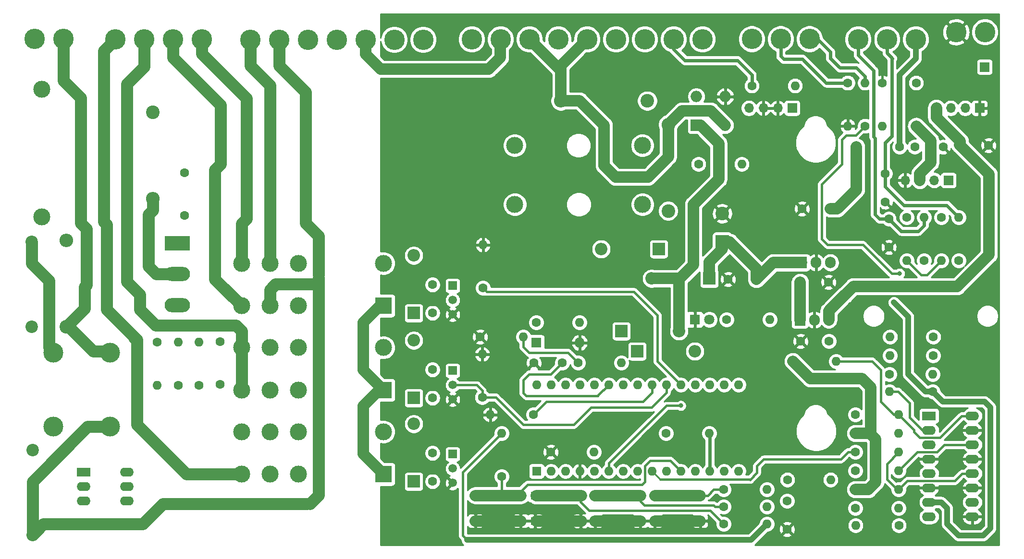
<source format=gbr>
%TF.GenerationSoftware,KiCad,Pcbnew,(5.1.10)-1*%
%TF.CreationDate,2022-06-24T21:10:21+02:00*%
%TF.ProjectId,portail_jc,706f7274-6169-46c5-9f6a-632e6b696361,rev?*%
%TF.SameCoordinates,Original*%
%TF.FileFunction,Copper,L1,Top*%
%TF.FilePolarity,Positive*%
%FSLAX46Y46*%
G04 Gerber Fmt 4.6, Leading zero omitted, Abs format (unit mm)*
G04 Created by KiCad (PCBNEW (5.1.10)-1) date 2022-06-24 21:10:21*
%MOMM*%
%LPD*%
G01*
G04 APERTURE LIST*
%TA.AperFunction,ComponentPad*%
%ADD10O,1.600000X1.600000*%
%TD*%
%TA.AperFunction,ComponentPad*%
%ADD11C,1.600000*%
%TD*%
%TA.AperFunction,ComponentPad*%
%ADD12O,2.200000X2.200000*%
%TD*%
%TA.AperFunction,ComponentPad*%
%ADD13R,2.200000X2.200000*%
%TD*%
%TA.AperFunction,ComponentPad*%
%ADD14C,3.500000*%
%TD*%
%TA.AperFunction,ComponentPad*%
%ADD15C,2.200000*%
%TD*%
%TA.AperFunction,ComponentPad*%
%ADD16O,1.700000X1.700000*%
%TD*%
%TA.AperFunction,ComponentPad*%
%ADD17R,1.700000X1.700000*%
%TD*%
%TA.AperFunction,ComponentPad*%
%ADD18C,3.600000*%
%TD*%
%TA.AperFunction,SMDPad,CuDef*%
%ADD19R,1.600000X1.400000*%
%TD*%
%TA.AperFunction,ComponentPad*%
%ADD20O,2.400000X2.400000*%
%TD*%
%TA.AperFunction,ComponentPad*%
%ADD21C,2.400000*%
%TD*%
%TA.AperFunction,ComponentPad*%
%ADD22C,3.000000*%
%TD*%
%TA.AperFunction,ComponentPad*%
%ADD23R,3.000000X3.000000*%
%TD*%
%TA.AperFunction,ComponentPad*%
%ADD24O,2.400000X1.600000*%
%TD*%
%TA.AperFunction,ComponentPad*%
%ADD25R,2.400000X1.600000*%
%TD*%
%TA.AperFunction,ComponentPad*%
%ADD26O,1.905000X2.000000*%
%TD*%
%TA.AperFunction,ComponentPad*%
%ADD27R,1.905000X2.000000*%
%TD*%
%TA.AperFunction,ComponentPad*%
%ADD28O,1.800000X1.800000*%
%TD*%
%TA.AperFunction,ComponentPad*%
%ADD29R,1.800000X1.800000*%
%TD*%
%TA.AperFunction,ComponentPad*%
%ADD30R,1.600000X1.600000*%
%TD*%
%TA.AperFunction,ComponentPad*%
%ADD31R,2.400000X2.400000*%
%TD*%
%TA.AperFunction,ComponentPad*%
%ADD32O,2.000000X2.000000*%
%TD*%
%TA.AperFunction,ComponentPad*%
%ADD33R,2.000000X2.000000*%
%TD*%
%TA.AperFunction,ComponentPad*%
%ADD34C,1.800000*%
%TD*%
%TA.AperFunction,ComponentPad*%
%ADD35C,1.500000*%
%TD*%
%TA.AperFunction,ComponentPad*%
%ADD36R,1.500000X1.500000*%
%TD*%
%TA.AperFunction,ComponentPad*%
%ADD37R,4.500000X2.500000*%
%TD*%
%TA.AperFunction,ComponentPad*%
%ADD38O,4.500000X2.500000*%
%TD*%
%TA.AperFunction,ViaPad*%
%ADD39C,0.800000*%
%TD*%
%TA.AperFunction,Conductor*%
%ADD40C,2.000000*%
%TD*%
%TA.AperFunction,Conductor*%
%ADD41C,0.400000*%
%TD*%
%TA.AperFunction,Conductor*%
%ADD42C,0.300000*%
%TD*%
%TA.AperFunction,Conductor*%
%ADD43C,0.600000*%
%TD*%
%TA.AperFunction,Conductor*%
%ADD44C,2.100000*%
%TD*%
%TA.AperFunction,Conductor*%
%ADD45C,1.000000*%
%TD*%
%TA.AperFunction,Conductor*%
%ADD46C,0.254000*%
%TD*%
%TA.AperFunction,Conductor*%
%ADD47C,0.100000*%
%TD*%
G04 APERTURE END LIST*
D10*
%TO.P,R41,2*%
%TO.N,/DATA*%
X172720000Y-119126000D03*
D11*
%TO.P,R41,1*%
%TO.N,GND*%
X165100000Y-119126000D03*
%TD*%
%TO.P,C20,2*%
%TO.N,GND*%
X234235000Y-65278000D03*
%TO.P,C20,1*%
%TO.N,/F*%
X229235000Y-65278000D03*
%TD*%
%TO.P,C19,2*%
%TO.N,GND*%
X224028000Y-74977000D03*
%TO.P,C19,1*%
%TO.N,/FA*%
X224028000Y-69977000D03*
%TD*%
%TO.P,C1,2*%
%TO.N,GND*%
X224663000Y-82978000D03*
%TO.P,C1,1*%
%TO.N,/FC*%
X224663000Y-77978000D03*
%TD*%
D12*
%TO.P,D3,2*%
%TO.N,/24VR*%
X182880000Y-88500000D03*
D13*
%TO.P,D3,1*%
%TO.N,Net-(C16-Pad1)*%
X193040000Y-88500000D03*
%TD*%
D10*
%TO.P,R40,2*%
%TO.N,Net-(R1-Pad1)*%
X198755000Y-68326000D03*
D11*
%TO.P,R40,1*%
%TO.N,/10*%
X191135000Y-68326000D03*
%TD*%
D14*
%TO.P,FL1,4*%
%TO.N,N*%
X87438000Y-114632000D03*
%TO.P,FL1,3*%
%TO.N,Net-(C5-Pad2)*%
X87438000Y-101632000D03*
%TO.P,FL1,2*%
%TO.N,Ph*%
X77438000Y-114632000D03*
%TO.P,FL1,1*%
%TO.N,Net-(C5-Pad1)*%
X77438000Y-101632000D03*
%TD*%
D11*
%TO.P,R22,1*%
%TO.N,Net-(C6-Pad1)*%
X103124000Y-107315000D03*
D10*
%TO.P,R22,2*%
%TO.N,CT*%
X103124000Y-99695000D03*
%TD*%
%TO.P,R20,2*%
%TO.N,Net-(C3-Pad2)*%
X99441000Y-99695000D03*
D11*
%TO.P,R20,1*%
%TO.N,Net-(R19-Pad2)*%
X99441000Y-107315000D03*
%TD*%
D15*
%TO.P,C18,2*%
%TO.N,N*%
X73787000Y-133745000D03*
%TO.P,C18,1*%
%TO.N,Ph*%
X73787000Y-118745000D03*
%TD*%
%TO.P,C5,1*%
%TO.N,Net-(C5-Pad1)*%
X73660000Y-82042000D03*
%TO.P,C5,2*%
%TO.N,Net-(C5-Pad2)*%
X73660000Y-97042000D03*
%TD*%
D16*
%TO.P,J8,4*%
%TO.N,+5V*%
X233045000Y-58420000D03*
%TO.P,J8,3*%
%TO.N,/ERR*%
X235585000Y-58420000D03*
%TO.P,J8,2*%
%TO.N,Net-(J8-Pad2)*%
X238125000Y-58420000D03*
D17*
%TO.P,J8,1*%
%TO.N,GND*%
X240665000Y-58420000D03*
%TD*%
D16*
%TO.P,J7,4*%
%TO.N,GND*%
X227580000Y-71179500D03*
%TO.P,J7,3*%
%TO.N,+5V*%
X230120000Y-71179500D03*
%TO.P,J7,2*%
%TO.N,Net-(J7-Pad2)*%
X232660000Y-71179500D03*
D17*
%TO.P,J7,1*%
%TO.N,Net-(J7-Pad1)*%
X235200000Y-71179500D03*
%TD*%
D16*
%TO.P,J11,4*%
%TO.N,Net-(J11-Pad4)*%
X200025000Y-58420000D03*
%TO.P,J11,3*%
%TO.N,GND*%
X202565000Y-58420000D03*
%TO.P,J11,2*%
X205105000Y-58420000D03*
D17*
%TO.P,J11,1*%
%TO.N,+5V*%
X207645000Y-58420000D03*
%TD*%
D18*
%TO.P,J2,4*%
%TO.N,/puissance/E1*%
X103632000Y-46291500D03*
%TO.P,J2,3*%
%TO.N,/puissance/W*%
X98552000Y-46291500D03*
%TO.P,J2,2*%
%TO.N,/puissance/V*%
X93472000Y-46291500D03*
%TO.P,J2,1*%
%TO.N,/puissance/U*%
X88392000Y-46291500D03*
%TD*%
%TO.P,J4,9*%
%TO.N,/CY*%
X191833500Y-46291500D03*
%TO.P,J4,8*%
%TO.N,/CX*%
X186753500Y-46291500D03*
%TO.P,J4,7*%
%TO.N,/7*%
X181673500Y-46291500D03*
%TO.P,J4,6*%
%TO.N,/3P*%
X176593500Y-46291500D03*
%TO.P,J4,5*%
%TO.N,/0*%
X171513500Y-46291500D03*
%TO.P,J4,4*%
%TO.N,/1*%
X166433500Y-46291500D03*
%TO.P,J4,3*%
%TO.N,/0*%
X161353500Y-46291500D03*
%TO.P,J4,2*%
X156273500Y-46291500D03*
%TO.P,J4,1*%
%TO.N,/10*%
X151193500Y-46291500D03*
%TD*%
%TO.P,J3,7*%
%TO.N,/24*%
X142621000Y-46355000D03*
%TO.P,J3,6*%
%TO.N,/12*%
X137541000Y-46355000D03*
%TO.P,J3,5*%
%TO.N,/0*%
X132461000Y-46355000D03*
%TO.P,J3,4*%
%TO.N,Net-(J3-Pad4)*%
X127381000Y-46355000D03*
%TO.P,J3,3*%
%TO.N,CT*%
X122301000Y-46355000D03*
%TO.P,J3,2*%
%TO.N,N*%
X117221000Y-46355000D03*
%TO.P,J3,1*%
%TO.N,Ph*%
X112141000Y-46355000D03*
%TD*%
D10*
%TO.P,R5,2*%
%TO.N,+5V*%
X203200000Y-125730000D03*
D11*
%TO.P,R5,1*%
%TO.N,/BpEnt*%
X195580000Y-125730000D03*
%TD*%
D19*
%TO.P,Bp-Ent1,3*%
%TO.N,GND*%
X183452000Y-131282000D03*
%TO.P,Bp-Ent1,4*%
X191452000Y-131282000D03*
%TO.P,Bp-Ent1,1*%
%TO.N,/BpEnt*%
X183452000Y-126782000D03*
%TO.P,Bp-Ent1,2*%
X191452000Y-126782000D03*
%TD*%
D10*
%TO.P,R39,2*%
%TO.N,+5V*%
X156464000Y-115824000D03*
D11*
%TO.P,R39,1*%
%TO.N,/BpEch*%
X156464000Y-123444000D03*
%TD*%
D19*
%TO.P,BpEch1,3*%
%TO.N,GND*%
X151829000Y-131282000D03*
%TO.P,BpEch1,4*%
X159829000Y-131282000D03*
%TO.P,BpEch1,1*%
%TO.N,/BpEch*%
X151829000Y-126782000D03*
%TO.P,BpEch1,2*%
X159829000Y-126782000D03*
%TD*%
D20*
%TO.P,D10,2*%
%TO.N,/0*%
X166878000Y-57150000D03*
D21*
%TO.P,D10,1*%
%TO.N,Net-(D10-Pad1)*%
X182118000Y-57150000D03*
%TD*%
D20*
%TO.P,D4,2*%
%TO.N,/0*%
X185801000Y-61341000D03*
D21*
%TO.P,D4,1*%
%TO.N,/10*%
X185801000Y-76581000D03*
%TD*%
D20*
%TO.P,D1,2*%
%TO.N,Net-(C5-Pad1)*%
X79756000Y-81788000D03*
D21*
%TO.P,D1,1*%
%TO.N,Net-(C5-Pad2)*%
X79756000Y-97028000D03*
%TD*%
D10*
%TO.P,R38,2*%
%TO.N,/DATA*%
X218821000Y-132080000D03*
D11*
%TO.P,R38,1*%
%TO.N,Net-(J8-Pad2)*%
X226441000Y-132080000D03*
%TD*%
D19*
%TO.P,Bp+1,3*%
%TO.N,GND*%
X172911000Y-131282000D03*
%TO.P,Bp+1,4*%
X180911000Y-131282000D03*
%TO.P,Bp+1,1*%
%TO.N,/Bp+*%
X172911000Y-126782000D03*
%TO.P,Bp+1,2*%
X180911000Y-126782000D03*
%TD*%
%TO.P,Bp-1,3*%
%TO.N,GND*%
X162370000Y-131301000D03*
%TO.P,Bp-1,4*%
X170370000Y-131301000D03*
%TO.P,Bp-1,1*%
%TO.N,/Bp-*%
X162370000Y-126801000D03*
%TO.P,Bp-1,2*%
X170370000Y-126801000D03*
%TD*%
D10*
%TO.P,R37,2*%
%TO.N,+5V*%
X229489000Y-61595000D03*
D11*
%TO.P,R37,1*%
%TO.N,/+*%
X229489000Y-53975000D03*
%TD*%
D22*
%TO.P,K4,14*%
%TO.N,/puissance/U*%
X110636000Y-123048000D03*
%TO.P,K4,21*%
%TO.N,Net-(K3-Pad12)*%
X115636000Y-115548000D03*
%TO.P,K4,12*%
%TO.N,Net-(K4-Pad12)*%
X120636000Y-123048000D03*
%TO.P,K4,22*%
%TO.N,Net-(K4-Pad22)*%
X120636000Y-115548000D03*
%TO.P,K4,24*%
%TO.N,/puissance/U*%
X110636000Y-115548000D03*
%TO.P,K4,11*%
%TO.N,Net-(K3-Pad12)*%
X115636000Y-123048000D03*
%TO.P,K4,A2*%
%TO.N,Net-(C14-Pad2)*%
X135636000Y-115548000D03*
D23*
%TO.P,K4,A1*%
%TO.N,24V*%
X135636000Y-123048000D03*
%TD*%
D22*
%TO.P,K3,14*%
%TO.N,/puissance/V*%
X110636000Y-108189000D03*
%TO.P,K3,21*%
%TO.N,Net-(C3-Pad2)*%
X115636000Y-100689000D03*
%TO.P,K3,12*%
%TO.N,Net-(K3-Pad12)*%
X120636000Y-108189000D03*
%TO.P,K3,22*%
X120636000Y-100689000D03*
%TO.P,K3,24*%
%TO.N,/puissance/V*%
X110636000Y-100689000D03*
%TO.P,K3,11*%
%TO.N,Net-(C3-Pad2)*%
X115636000Y-108189000D03*
%TO.P,K3,A2*%
%TO.N,Net-(C13-Pad2)*%
X135636000Y-100689000D03*
D23*
%TO.P,K3,A1*%
%TO.N,24V*%
X135636000Y-108189000D03*
%TD*%
D22*
%TO.P,K2,14*%
%TO.N,/puissance/W*%
X110636000Y-93330000D03*
%TO.P,K2,21*%
%TO.N,Ph*%
X115636000Y-85830000D03*
%TO.P,K2,12*%
%TO.N,Net-(K2-Pad12)*%
X120636000Y-93330000D03*
%TO.P,K2,22*%
%TO.N,Net-(K2-Pad22)*%
X120636000Y-85830000D03*
%TO.P,K2,24*%
%TO.N,/puissance/E1*%
X110636000Y-85830000D03*
%TO.P,K2,11*%
%TO.N,N*%
X115636000Y-93330000D03*
%TO.P,K2,A2*%
%TO.N,Net-(C12-Pad2)*%
X135636000Y-85830000D03*
D23*
%TO.P,K2,A1*%
%TO.N,24V*%
X135636000Y-93330000D03*
%TD*%
D11*
%TO.P,C14,2*%
%TO.N,Net-(C14-Pad2)*%
X144272000Y-119318000D03*
%TO.P,C14,1*%
%TO.N,24V*%
X144272000Y-124318000D03*
%TD*%
%TO.P,C13,2*%
%TO.N,Net-(C13-Pad2)*%
X144272000Y-104586000D03*
%TO.P,C13,1*%
%TO.N,24V*%
X144272000Y-109586000D03*
%TD*%
%TO.P,C12,2*%
%TO.N,Net-(C12-Pad2)*%
X144272000Y-89600000D03*
%TO.P,C12,1*%
%TO.N,24V*%
X144272000Y-94600000D03*
%TD*%
D10*
%TO.P,R23,2*%
%TO.N,+5V*%
X203200000Y-131826000D03*
D11*
%TO.P,R23,1*%
%TO.N,/Bp-*%
X195580000Y-131826000D03*
%TD*%
D10*
%TO.P,R36,2*%
%TO.N,Net-(R27-Pad2)*%
X233934000Y-85344000D03*
D11*
%TO.P,R36,1*%
%TO.N,Net-(R1-Pad1)*%
X233934000Y-77724000D03*
%TD*%
D10*
%TO.P,R27,2*%
%TO.N,Net-(R27-Pad2)*%
X227838000Y-85344000D03*
D11*
%TO.P,R27,1*%
%TO.N,/7*%
X227838000Y-77724000D03*
%TD*%
%TO.P,C15,2*%
%TO.N,GND*%
X209376000Y-76200000D03*
%TO.P,C15,1*%
%TO.N,24V*%
X214376000Y-76200000D03*
%TD*%
D10*
%TO.P,R6,2*%
%TO.N,GND*%
X153162000Y-82550000D03*
D11*
%TO.P,R6,1*%
%TO.N,R2*%
X153162000Y-90170000D03*
%TD*%
D24*
%TO.P,U2,16*%
%TO.N,Net-(R3-Pad2)*%
X239370000Y-112750000D03*
%TO.P,U2,8*%
%TO.N,Net-(R27-Pad2)*%
X231750000Y-130530000D03*
%TO.P,U2,15*%
%TO.N,GND*%
X239370000Y-115290000D03*
%TO.P,U2,7*%
%TO.N,Net-(R1-Pad1)*%
X231750000Y-127990000D03*
%TO.P,U2,14*%
%TO.N,Net-(R10-Pad2)*%
X239370000Y-117830000D03*
%TO.P,U2,6*%
%TO.N,GND*%
X231750000Y-125450000D03*
%TO.P,U2,13*%
X239370000Y-120370000D03*
%TO.P,U2,5*%
%TO.N,Net-(R9-Pad1)*%
X231750000Y-122910000D03*
%TO.P,U2,12*%
%TO.N,Net-(R11-Pad2)*%
X239370000Y-122910000D03*
%TO.P,U2,4*%
%TO.N,GND*%
X231750000Y-120370000D03*
%TO.P,U2,11*%
X239370000Y-125450000D03*
%TO.P,U2,3*%
%TO.N,Net-(R8-Pad1)*%
X231750000Y-117830000D03*
%TO.P,U2,10*%
%TO.N,Net-(R24-Pad2)*%
X239370000Y-127990000D03*
%TO.P,U2,2*%
%TO.N,Net-(R1-Pad2)*%
X231750000Y-115290000D03*
%TO.P,U2,9*%
%TO.N,GND*%
X239370000Y-130530000D03*
D25*
%TO.P,U2,1*%
%TO.N,Net-(R1-Pad1)*%
X231750000Y-112750000D03*
%TD*%
D11*
%TO.P,C16,2*%
%TO.N,GND*%
X196342000Y-88646000D03*
%TO.P,C16,1*%
%TO.N,Net-(C16-Pad1)*%
X201342000Y-88646000D03*
%TD*%
D26*
%TO.P,U4,3*%
%TO.N,24V*%
X214376000Y-85700000D03*
%TO.P,U4,2*%
%TO.N,GND*%
X211836000Y-85700000D03*
D27*
%TO.P,U4,1*%
%TO.N,Net-(C16-Pad1)*%
X209296000Y-85700000D03*
%TD*%
D11*
%TO.P,C10,2*%
%TO.N,GND*%
X162132000Y-103378000D03*
%TO.P,C10,1*%
%TO.N,/Onde*%
X167132000Y-103378000D03*
%TD*%
%TO.P,C9,2*%
%TO.N,GND*%
X214042000Y-89154000D03*
%TO.P,C9,1*%
%TO.N,Net-(C9-Pad1)*%
X209042000Y-89154000D03*
%TD*%
D12*
%TO.P,D5,2*%
%TO.N,/24VR*%
X187706000Y-97790000D03*
D13*
%TO.P,D5,1*%
%TO.N,Net-(D5-Pad1)*%
X177546000Y-97790000D03*
%TD*%
D10*
%TO.P,R35,2*%
%TO.N,/Encod*%
X223520000Y-61595000D03*
D11*
%TO.P,R35,1*%
%TO.N,GND*%
X223520000Y-53975000D03*
%TD*%
D10*
%TO.P,R34,2*%
%TO.N,/D*%
X220472000Y-53975000D03*
D11*
%TO.P,R34,1*%
%TO.N,/Encod*%
X220472000Y-61595000D03*
%TD*%
D10*
%TO.P,R33,2*%
%TO.N,GND*%
X217424000Y-61595000D03*
D11*
%TO.P,R33,1*%
%TO.N,/E*%
X217424000Y-53975000D03*
%TD*%
%TO.P,C8,2*%
%TO.N,GND*%
X206750000Y-132750000D03*
%TO.P,C8,1*%
%TO.N,+5V*%
X206750000Y-127750000D03*
%TD*%
%TO.P,C7,2*%
%TO.N,GND*%
X242236000Y-65024000D03*
%TO.P,C7,1*%
%TO.N,+5V*%
X237236000Y-65024000D03*
%TD*%
D28*
%TO.P,D14,2*%
%TO.N,GND*%
X170180000Y-99822000D03*
D29*
%TO.P,D14,1*%
%TO.N,/Onde*%
X162560000Y-99822000D03*
%TD*%
D10*
%TO.P,R32,2*%
%TO.N,Net-(R30-Pad2)*%
X160274000Y-98806000D03*
D11*
%TO.P,R32,1*%
%TO.N,GND*%
X152654000Y-98806000D03*
%TD*%
D10*
%TO.P,R31,2*%
%TO.N,Net-(D5-Pad1)*%
X177546000Y-103378000D03*
D11*
%TO.P,R31,1*%
%TO.N,Net-(R30-Pad2)*%
X169926000Y-103378000D03*
%TD*%
%TO.P,R3,1*%
%TO.N,+5V*%
X207772000Y-103124000D03*
D10*
%TO.P,R3,2*%
%TO.N,Net-(R3-Pad2)*%
X215392000Y-103124000D03*
%TD*%
D12*
%TO.P,D13,2*%
%TO.N,+5V*%
X190500000Y-101346000D03*
D13*
%TO.P,D13,1*%
%TO.N,Net-(A1-Pad27)*%
X180340000Y-101346000D03*
%TD*%
D30*
%TO.P,A1,1*%
%TO.N,Net-(A1-Pad1)*%
X162623500Y-122491500D03*
D10*
%TO.P,A1,17*%
%TO.N,Net-(A1-Pad17)*%
X195643500Y-107251500D03*
%TO.P,A1,2*%
%TO.N,Net-(A1-Pad2)*%
X165163500Y-122491500D03*
%TO.P,A1,18*%
%TO.N,Net-(A1-Pad18)*%
X193103500Y-107251500D03*
%TO.P,A1,3*%
%TO.N,Net-(A1-Pad3)*%
X167703500Y-122491500D03*
%TO.P,A1,19*%
%TO.N,Net-(A1-Pad19)*%
X190563500Y-107251500D03*
%TO.P,A1,4*%
%TO.N,GND*%
X170243500Y-122491500D03*
%TO.P,A1,20*%
%TO.N,R2*%
X188023500Y-107251500D03*
%TO.P,A1,5*%
%TO.N,/DATA*%
X172783500Y-122491500D03*
%TO.P,A1,21*%
%TO.N,R3*%
X185483500Y-107251500D03*
%TO.P,A1,6*%
%TO.N,Net-(A1-Pad6)*%
X175323500Y-122491500D03*
%TO.P,A1,22*%
%TO.N,R4*%
X182943500Y-107251500D03*
%TO.P,A1,7*%
%TO.N,Net-(A1-Pad7)*%
X177863500Y-122491500D03*
%TO.P,A1,23*%
%TO.N,/SDA*%
X180403500Y-107251500D03*
%TO.P,A1,8*%
%TO.N,Net-(A1-Pad8)*%
X180403500Y-122491500D03*
%TO.P,A1,24*%
%TO.N,/SCL*%
X177863500Y-107251500D03*
%TO.P,A1,9*%
%TO.N,Net-(A1-Pad9)*%
X182943500Y-122491500D03*
%TO.P,A1,25*%
%TO.N,/Onde*%
X175323500Y-107251500D03*
%TO.P,A1,10*%
%TO.N,Net-(A1-Pad10)*%
X185483500Y-122491500D03*
%TO.P,A1,26*%
%TO.N,Net-(A1-Pad26)*%
X172783500Y-107251500D03*
%TO.P,A1,11*%
%TO.N,/BpEch*%
X188023500Y-122491500D03*
%TO.P,A1,27*%
%TO.N,Net-(A1-Pad27)*%
X170243500Y-107251500D03*
%TO.P,A1,12*%
%TO.N,/BpEnt*%
X190563500Y-122491500D03*
%TO.P,A1,28*%
%TO.N,Net-(A1-Pad28)*%
X167703500Y-107251500D03*
%TO.P,A1,13*%
%TO.N,Var*%
X193103500Y-122491500D03*
%TO.P,A1,29*%
%TO.N,GND*%
X165163500Y-107251500D03*
%TO.P,A1,14*%
%TO.N,/Bp+*%
X195643500Y-122491500D03*
%TO.P,A1,30*%
%TO.N,Net-(A1-Pad30)*%
X162623500Y-107251500D03*
%TO.P,A1,15*%
%TO.N,/Bp-*%
X198183500Y-122491500D03*
%TO.P,A1,16*%
%TO.N,Net-(A1-Pad16)*%
X198183500Y-107251500D03*
%TD*%
%TO.P,R30,2*%
%TO.N,Net-(R30-Pad2)*%
X170180000Y-96266000D03*
D11*
%TO.P,R30,1*%
%TO.N,/Onde*%
X162560000Y-96266000D03*
%TD*%
D20*
%TO.P,R29,2*%
%TO.N,CT*%
X94996000Y-74422000D03*
D21*
%TO.P,R29,1*%
%TO.N,Net-(C3-Pad1)*%
X94996000Y-59182000D03*
%TD*%
D11*
%TO.P,C6,2*%
%TO.N,Net-(C3-Pad2)*%
X106807000Y-99688000D03*
%TO.P,C6,1*%
%TO.N,Net-(C6-Pad1)*%
X106807000Y-107188000D03*
%TD*%
%TO.P,C3,2*%
%TO.N,Net-(C3-Pad2)*%
X100584000Y-77350000D03*
%TO.P,C3,1*%
%TO.N,Net-(C3-Pad1)*%
X100584000Y-69850000D03*
%TD*%
D31*
%TO.P,C2,1*%
%TO.N,Net-(C16-Pad1)*%
X195326000Y-82042000D03*
D21*
%TO.P,C2,2*%
%TO.N,GND*%
X195326000Y-77042000D03*
%TD*%
D11*
%TO.P,C4,2*%
%TO.N,GND*%
X209122000Y-99568000D03*
%TO.P,C4,1*%
%TO.N,+5V*%
X214122000Y-99568000D03*
%TD*%
D32*
%TO.P,D2,4*%
%TO.N,Net-(D10-Pad1)*%
X190754000Y-56388000D03*
%TO.P,D2,2*%
%TO.N,/0*%
X195834000Y-61468000D03*
%TO.P,D2,3*%
%TO.N,GND*%
X195834000Y-56388000D03*
D33*
%TO.P,D2,1*%
%TO.N,/24VR*%
X190754000Y-61468000D03*
%TD*%
D13*
%TO.P,D7,1*%
%TO.N,24V*%
X140970000Y-94600000D03*
D12*
%TO.P,D7,2*%
%TO.N,Net-(C12-Pad2)*%
X140970000Y-84440000D03*
%TD*%
%TO.P,D8,2*%
%TO.N,Net-(C13-Pad2)*%
X140970000Y-99426000D03*
D13*
%TO.P,D8,1*%
%TO.N,24V*%
X140970000Y-109586000D03*
%TD*%
D29*
%TO.P,D9,1*%
%TO.N,GND*%
X190500000Y-95758000D03*
D34*
%TO.P,D9,2*%
%TO.N,Net-(D9-Pad2)*%
X193040000Y-95758000D03*
%TD*%
D13*
%TO.P,D11,1*%
%TO.N,24V*%
X140970000Y-124318000D03*
D12*
%TO.P,D11,2*%
%TO.N,Net-(C14-Pad2)*%
X140970000Y-114158000D03*
%TD*%
D13*
%TO.P,D12,1*%
%TO.N,Net-(C9-Pad1)*%
X184150000Y-83312000D03*
D12*
%TO.P,D12,2*%
%TO.N,24V*%
X173990000Y-83312000D03*
%TD*%
D22*
%TO.P,F1,2*%
%TO.N,Net-(C5-Pad1)*%
X75438000Y-77618000D03*
%TO.P,F1,1*%
%TO.N,Net-(F1-Pad1)*%
X75438000Y-55118000D03*
%TD*%
%TO.P,F2,1*%
%TO.N,/24*%
X158750000Y-65024000D03*
%TO.P,F2,2*%
%TO.N,Net-(D10-Pad1)*%
X181250000Y-65024000D03*
%TD*%
%TO.P,F4,1*%
%TO.N,/10*%
X181283500Y-75438000D03*
%TO.P,F4,2*%
%TO.N,/24*%
X158783500Y-75438000D03*
%TD*%
D18*
%TO.P,J1,1*%
%TO.N,Net-(F1-Pad1)*%
X74168000Y-46228000D03*
%TO.P,J1,2*%
%TO.N,Net-(C5-Pad2)*%
X79248000Y-46228000D03*
%TD*%
%TO.P,J5,3*%
%TO.N,/F*%
X229425500Y-46291500D03*
%TO.P,J5,2*%
%TO.N,/FA*%
X224345500Y-46291500D03*
%TO.P,J5,1*%
%TO.N,/FC*%
X219265500Y-46291500D03*
%TD*%
%TO.P,J6,1*%
%TO.N,GND*%
X236537500Y-45021500D03*
%TO.P,J6,2*%
%TO.N,Net-(J11-Pad4)*%
X241617500Y-45021500D03*
%TD*%
D17*
%TO.P,J9,1*%
%TO.N,Net-(J11-Pad4)*%
X241554000Y-51181000D03*
%TD*%
D18*
%TO.P,J10,1*%
%TO.N,/+*%
X200533000Y-46228000D03*
%TO.P,J10,2*%
%TO.N,/E*%
X205613000Y-46228000D03*
%TO.P,J10,3*%
%TO.N,/D*%
X210693000Y-46228000D03*
%TD*%
D35*
%TO.P,Q2,2*%
%TO.N,R2*%
X147828000Y-92314000D03*
%TO.P,Q2,3*%
%TO.N,GND*%
X147828000Y-94854000D03*
D36*
%TO.P,Q2,1*%
%TO.N,Net-(C12-Pad2)*%
X147828000Y-89774000D03*
%TD*%
D35*
%TO.P,Q3,2*%
%TO.N,R3*%
X147828000Y-107300000D03*
%TO.P,Q3,3*%
%TO.N,GND*%
X147828000Y-109840000D03*
D36*
%TO.P,Q3,1*%
%TO.N,Net-(C13-Pad2)*%
X147828000Y-104760000D03*
%TD*%
%TO.P,Q4,1*%
%TO.N,Net-(C14-Pad2)*%
X147828000Y-119492000D03*
D35*
%TO.P,Q4,3*%
%TO.N,GND*%
X147828000Y-124572000D03*
%TO.P,Q4,2*%
%TO.N,R4*%
X147828000Y-122032000D03*
%TD*%
D37*
%TO.P,Q5,1*%
%TO.N,Net-(C3-Pad2)*%
X99314000Y-82296000D03*
D38*
%TO.P,Q5,2*%
%TO.N,CT*%
X99314000Y-87746000D03*
%TO.P,Q5,3*%
%TO.N,Net-(Q5-Pad3)*%
X99314000Y-93196000D03*
%TD*%
D11*
%TO.P,R1,1*%
%TO.N,Net-(R1-Pad1)*%
X232410000Y-108458000D03*
D10*
%TO.P,R1,2*%
%TO.N,Net-(R1-Pad2)*%
X224790000Y-108458000D03*
%TD*%
D11*
%TO.P,R2,1*%
%TO.N,/CX*%
X200533000Y-54483000D03*
D10*
%TO.P,R2,2*%
%TO.N,Net-(R1-Pad2)*%
X208153000Y-54483000D03*
%TD*%
%TO.P,R4,2*%
%TO.N,Net-(R3-Pad2)*%
X226410000Y-112514000D03*
D11*
%TO.P,R4,1*%
%TO.N,Net-(A1-Pad7)*%
X218790000Y-112514000D03*
%TD*%
D10*
%TO.P,R7,2*%
%TO.N,GND*%
X153035000Y-101854000D03*
D11*
%TO.P,R7,1*%
%TO.N,R3*%
X153035000Y-109474000D03*
%TD*%
D10*
%TO.P,R8,2*%
%TO.N,/FC*%
X230886000Y-77724000D03*
D11*
%TO.P,R8,1*%
%TO.N,Net-(R8-Pad1)*%
X230886000Y-85344000D03*
%TD*%
%TO.P,R9,1*%
%TO.N,Net-(R9-Pad1)*%
X236982000Y-85344000D03*
D10*
%TO.P,R9,2*%
%TO.N,/FA*%
X236982000Y-77724000D03*
%TD*%
D11*
%TO.P,R10,1*%
%TO.N,+5V*%
X218790000Y-129024000D03*
D10*
%TO.P,R10,2*%
%TO.N,Net-(R10-Pad2)*%
X226410000Y-129024000D03*
%TD*%
%TO.P,R11,2*%
%TO.N,Net-(R11-Pad2)*%
X226410000Y-125722000D03*
D11*
%TO.P,R11,1*%
%TO.N,+5V*%
X218790000Y-125722000D03*
%TD*%
%TO.P,R12,1*%
%TO.N,Net-(A1-Pad8)*%
X218790000Y-122420000D03*
D10*
%TO.P,R12,2*%
%TO.N,Net-(R10-Pad2)*%
X226410000Y-122420000D03*
%TD*%
%TO.P,R13,2*%
%TO.N,Net-(R11-Pad2)*%
X226410000Y-119118000D03*
D11*
%TO.P,R13,1*%
%TO.N,Net-(A1-Pad9)*%
X218790000Y-119118000D03*
%TD*%
D10*
%TO.P,R14,2*%
%TO.N,24V*%
X218948000Y-65278000D03*
D11*
%TO.P,R14,1*%
%TO.N,/F*%
X226568000Y-65278000D03*
%TD*%
%TO.P,R15,1*%
%TO.N,Net-(J7-Pad1)*%
X232473500Y-102108000D03*
D10*
%TO.P,R15,2*%
%TO.N,/SDA*%
X224853500Y-102108000D03*
%TD*%
D11*
%TO.P,R16,1*%
%TO.N,/Bp+*%
X195580000Y-128778000D03*
D10*
%TO.P,R16,2*%
%TO.N,+5V*%
X203200000Y-128778000D03*
%TD*%
D11*
%TO.P,R17,1*%
%TO.N,Net-(D9-Pad2)*%
X196088000Y-95758000D03*
D10*
%TO.P,R17,2*%
%TO.N,+5V*%
X203708000Y-95758000D03*
%TD*%
%TO.P,R18,2*%
%TO.N,GND*%
X154432000Y-112522000D03*
D11*
%TO.P,R18,1*%
%TO.N,R4*%
X162052000Y-112522000D03*
%TD*%
D10*
%TO.P,R19,2*%
%TO.N,Net-(R19-Pad2)*%
X95758000Y-107315000D03*
D11*
%TO.P,R19,1*%
%TO.N,Net-(Q5-Pad3)*%
X95758000Y-99695000D03*
%TD*%
%TO.P,R21,1*%
%TO.N,Net-(R21-Pad1)*%
X185420000Y-115824000D03*
D10*
%TO.P,R21,2*%
%TO.N,Var*%
X193040000Y-115824000D03*
%TD*%
%TO.P,R24,2*%
%TO.N,Net-(R24-Pad2)*%
X226410000Y-115816000D03*
D11*
%TO.P,R24,1*%
%TO.N,+5V*%
X218790000Y-115816000D03*
%TD*%
%TO.P,R25,1*%
%TO.N,Net-(A1-Pad10)*%
X206800000Y-124000000D03*
D10*
%TO.P,R25,2*%
%TO.N,Net-(R24-Pad2)*%
X214420000Y-124000000D03*
%TD*%
%TO.P,R26,2*%
%TO.N,/Encod*%
X232410000Y-105410000D03*
D11*
%TO.P,R26,1*%
%TO.N,Net-(A1-Pad6)*%
X224790000Y-105410000D03*
%TD*%
D10*
%TO.P,R28,2*%
%TO.N,/SCL*%
X224901500Y-98806000D03*
D11*
%TO.P,R28,1*%
%TO.N,Net-(J7-Pad2)*%
X232521500Y-98806000D03*
%TD*%
D27*
%TO.P,U1,1*%
%TO.N,Net-(C9-Pad1)*%
X209000000Y-95800000D03*
D26*
%TO.P,U1,2*%
%TO.N,GND*%
X211540000Y-95800000D03*
%TO.P,U1,3*%
%TO.N,+5V*%
X214080000Y-95800000D03*
%TD*%
D25*
%TO.P,U3,1*%
%TO.N,Net-(R21-Pad1)*%
X82804000Y-122682000D03*
D24*
%TO.P,U3,4*%
%TO.N,Net-(R19-Pad2)*%
X90424000Y-127762000D03*
%TO.P,U3,2*%
%TO.N,GND*%
X82804000Y-125222000D03*
%TO.P,U3,5*%
%TO.N,Net-(U3-Pad5)*%
X90424000Y-125222000D03*
%TO.P,U3,3*%
%TO.N,Net-(U3-Pad3)*%
X82804000Y-127762000D03*
%TO.P,U3,6*%
%TO.N,Net-(C6-Pad1)*%
X90424000Y-122682000D03*
%TD*%
D39*
%TO.N,/Encod*%
X226568000Y-87630000D03*
%TO.N,Net-(A1-Pad6)*%
X188023500Y-110934500D03*
%TO.N,Net-(R1-Pad1)*%
X225552000Y-92710000D03*
%TD*%
D40*
%TO.N,GND*%
X180911000Y-131282000D02*
X172911000Y-131282000D01*
X170518000Y-131301000D02*
X162518000Y-131301000D01*
X183452000Y-131282000D02*
X191452000Y-131282000D01*
X151829000Y-131282000D02*
X159829000Y-131282000D01*
D41*
X234061000Y-42545000D02*
X236537500Y-45021500D01*
X223266000Y-42545000D02*
X234061000Y-42545000D01*
X221869000Y-48641000D02*
X221869000Y-43942000D01*
X221869000Y-43942000D02*
X223266000Y-42545000D01*
X223520000Y-50292000D02*
X221869000Y-48641000D01*
X223520000Y-53975000D02*
X223520000Y-50292000D01*
%TO.N,R2*%
X153797000Y-90805000D02*
X153162000Y-90170000D01*
X179705000Y-90805000D02*
X153797000Y-90805000D01*
X183896000Y-94996000D02*
X179705000Y-90805000D01*
X183896000Y-103124000D02*
X183896000Y-94996000D01*
X188023500Y-107251500D02*
X183896000Y-103124000D01*
%TO.N,R3*%
X147828000Y-107300000D02*
X152034000Y-107300000D01*
X155448000Y-109474000D02*
X153035000Y-109474000D01*
X160274000Y-114300000D02*
X155448000Y-109474000D01*
X169164000Y-114300000D02*
X160274000Y-114300000D01*
X172212000Y-111252000D02*
X169164000Y-114300000D01*
X182880000Y-111252000D02*
X172212000Y-111252000D01*
X185483500Y-108648500D02*
X182880000Y-111252000D01*
X185483500Y-107251500D02*
X185483500Y-108648500D01*
X153035000Y-108301000D02*
X152034000Y-107300000D01*
X153035000Y-109474000D02*
X153035000Y-108301000D01*
%TO.N,R4*%
X182943500Y-107251500D02*
X182943500Y-108648500D01*
X182943500Y-108648500D02*
X181356000Y-110236000D01*
X181356000Y-110236000D02*
X164338000Y-110236000D01*
X164338000Y-110236000D02*
X162052000Y-112522000D01*
%TO.N,Net-(A1-Pad9)*%
X201400000Y-122800000D02*
X201400000Y-121600000D01*
X201400000Y-121600000D02*
X202600000Y-120400000D01*
X202600000Y-120400000D02*
X216200000Y-120400000D01*
X217482000Y-119118000D02*
X218790000Y-119118000D01*
X216200000Y-120400000D02*
X217482000Y-119118000D01*
X184404000Y-123952000D02*
X200152000Y-123952000D01*
X200152000Y-123952000D02*
X200200000Y-124000000D01*
D42*
X182943500Y-122491500D02*
X184404000Y-123952000D01*
D41*
X200200000Y-124000000D02*
X201400000Y-122800000D01*
%TO.N,Var*%
X193103500Y-115887500D02*
X193040000Y-115824000D01*
D43*
X193103500Y-122491500D02*
X193103500Y-115887500D01*
D40*
%TO.N,24V*%
X132080000Y-119492000D02*
X135636000Y-123048000D01*
X132080000Y-110998000D02*
X132080000Y-119492000D01*
X134889000Y-108189000D02*
X132080000Y-110998000D01*
X135636000Y-108189000D02*
X134889000Y-108189000D01*
X135636000Y-93330000D02*
X135016000Y-93330000D01*
X135016000Y-93330000D02*
X132080000Y-96266000D01*
X132080000Y-104633000D02*
X135636000Y-108189000D01*
X132080000Y-96266000D02*
X132080000Y-104633000D01*
X218948000Y-72852000D02*
X215600000Y-76200000D01*
X218948000Y-65278000D02*
X218948000Y-72852000D01*
X214376000Y-76200000D02*
X215600000Y-76200000D01*
D44*
%TO.N,Ph*%
X112141000Y-50927000D02*
X112141000Y-46355000D01*
X115636000Y-54422000D02*
X112141000Y-50927000D01*
X115636000Y-85830000D02*
X115636000Y-54422000D01*
%TO.N,N*%
X122682000Y-128270000D02*
X124206000Y-126746000D01*
X124064000Y-89520000D02*
X124206000Y-89662000D01*
X116586000Y-89520000D02*
X124064000Y-89520000D01*
X115636000Y-90470000D02*
X116586000Y-89520000D01*
X115636000Y-93330000D02*
X115636000Y-90470000D01*
X124206000Y-89662000D02*
X124206000Y-88377000D01*
X124206000Y-126746000D02*
X124206000Y-89662000D01*
X73787000Y-133745000D02*
X73787000Y-124333000D01*
X73787000Y-124333000D02*
X83488000Y-114632000D01*
X83488000Y-114632000D02*
X87438000Y-114632000D01*
X102108000Y-128270000D02*
X122174000Y-128270000D01*
X96774000Y-128270000D02*
X102108000Y-128270000D01*
X93218000Y-131826000D02*
X96774000Y-128270000D01*
X75706000Y-131826000D02*
X93218000Y-131826000D01*
X73787000Y-133745000D02*
X75706000Y-131826000D01*
X117221000Y-50927000D02*
X117221000Y-46355000D01*
X121920000Y-55626000D02*
X117221000Y-50927000D01*
X121920000Y-78740000D02*
X121920000Y-55626000D01*
X124206000Y-81026000D02*
X121920000Y-78740000D01*
X124206000Y-87869000D02*
X124206000Y-81026000D01*
D40*
%TO.N,/0*%
X135128000Y-51562000D02*
X154178000Y-51562000D01*
X156193500Y-49546500D02*
X156193500Y-46291500D01*
X154178000Y-51562000D02*
X156193500Y-49546500D01*
X185801000Y-61341000D02*
X188214000Y-58928000D01*
X193294000Y-58928000D02*
X195834000Y-61468000D01*
X188214000Y-58928000D02*
X193294000Y-58928000D01*
X166878000Y-51816000D02*
X161353500Y-46291500D01*
X166878000Y-57150000D02*
X166878000Y-51816000D01*
X166878000Y-50927000D02*
X171513500Y-46291500D01*
X166878000Y-51816000D02*
X166878000Y-50927000D01*
X132461000Y-48895000D02*
X135128000Y-51562000D01*
X132461000Y-46355000D02*
X132461000Y-48895000D01*
X182245000Y-70612000D02*
X185801000Y-67056000D01*
X174498000Y-68580000D02*
X176530000Y-70612000D01*
X176530000Y-70612000D02*
X182245000Y-70612000D01*
X174498000Y-61468000D02*
X174498000Y-68580000D01*
X170180000Y-57150000D02*
X174498000Y-61468000D01*
X166878000Y-57150000D02*
X170180000Y-57150000D01*
X185801000Y-67056000D02*
X185801000Y-61341000D01*
D44*
%TO.N,/puissance/E1*%
X110636000Y-85830000D02*
X110636000Y-78848000D01*
X110636000Y-78848000D02*
X111506000Y-77978000D01*
X103632000Y-48837084D02*
X103632000Y-46291500D01*
X111506000Y-77978000D02*
X111506000Y-56711084D01*
X111506000Y-56711084D02*
X103632000Y-48837084D01*
%TO.N,/puissance/W*%
X98552000Y-49489082D02*
X106934000Y-57871082D01*
X98552000Y-46291500D02*
X98552000Y-49489082D01*
X106934000Y-57871082D02*
X106934000Y-68326000D01*
X106934000Y-68326000D02*
X105918000Y-69342000D01*
X105918000Y-88612000D02*
X110636000Y-93330000D01*
X105918000Y-69342000D02*
X105918000Y-88612000D01*
%TO.N,/puissance/V*%
X110636000Y-108189000D02*
X110636000Y-100689000D01*
X90424000Y-54171084D02*
X93472000Y-51123084D01*
X90424000Y-89027000D02*
X90424000Y-54171084D01*
X92710000Y-91313000D02*
X90424000Y-89027000D01*
X95504000Y-96774000D02*
X92710000Y-93980000D01*
X93472000Y-51123084D02*
X93472000Y-46291500D01*
X92710000Y-93980000D02*
X92710000Y-91313000D01*
X110636000Y-97809000D02*
X109601000Y-96774000D01*
X109601000Y-96774000D02*
X95504000Y-96774000D01*
X110636000Y-100689000D02*
X110636000Y-97809000D01*
%TO.N,/puissance/U*%
X91694000Y-98933000D02*
X91694000Y-98806000D01*
X91694000Y-98806000D02*
X90678000Y-97790000D01*
X92202000Y-114300000D02*
X99314000Y-121412000D01*
X92202000Y-99314000D02*
X92202000Y-114300000D01*
X91694000Y-98806000D02*
X92202000Y-99314000D01*
X100950000Y-123048000D02*
X99314000Y-121412000D01*
X110636000Y-123048000D02*
X100950000Y-123048000D01*
X89281000Y-96393000D02*
X91694000Y-98806000D01*
X86868000Y-93980000D02*
X89281000Y-96393000D01*
X86868000Y-78994000D02*
X86868000Y-93980000D01*
X86360000Y-78486000D02*
X86868000Y-78994000D01*
X86360000Y-48323500D02*
X86360000Y-78486000D01*
X88392000Y-46291500D02*
X86360000Y-48323500D01*
%TO.N,CT*%
X95620000Y-87746000D02*
X99314000Y-87746000D01*
X94996000Y-74422000D02*
X94996000Y-76454000D01*
X94996000Y-76454000D02*
X94234000Y-77216000D01*
X94234000Y-86360000D02*
X95620000Y-87746000D01*
X94234000Y-77216000D02*
X94234000Y-86360000D01*
D43*
%TO.N,/CX*%
X186753500Y-48069500D02*
X186753500Y-46291500D01*
X188722000Y-50038000D02*
X186753500Y-48069500D01*
X197993000Y-50038000D02*
X188722000Y-50038000D01*
X200533000Y-52578000D02*
X197993000Y-50038000D01*
X200533000Y-54483000D02*
X200533000Y-52578000D01*
D45*
%TO.N,/F*%
X229425500Y-49720500D02*
X229425500Y-46291500D01*
X226568000Y-53975000D02*
X226568000Y-52578000D01*
X226568000Y-52578000D02*
X229425500Y-49720500D01*
X226568000Y-53975000D02*
X226568000Y-65278000D01*
D43*
%TO.N,/FA*%
X224028000Y-64516000D02*
X224028000Y-69977000D01*
X225171000Y-63373000D02*
X224028000Y-64516000D01*
X225171000Y-49784000D02*
X225171000Y-63373000D01*
X225298000Y-49657000D02*
X225171000Y-49784000D01*
X224345500Y-48704500D02*
X225298000Y-49657000D01*
X224345500Y-46291500D02*
X224345500Y-48704500D01*
X224028000Y-69977000D02*
X224028000Y-72263000D01*
X224028000Y-72263000D02*
X227330000Y-75565000D01*
X234823000Y-75565000D02*
X236982000Y-77724000D01*
X227330000Y-75565000D02*
X234823000Y-75565000D01*
%TO.N,/FC*%
X219265500Y-49085500D02*
X219265500Y-46291500D01*
X221996000Y-63500000D02*
X221996000Y-51816000D01*
X221996000Y-51816000D02*
X219265500Y-49085500D01*
X230886000Y-77724000D02*
X230886000Y-79121000D01*
X230886000Y-79121000D02*
X229870000Y-80137000D01*
X226822000Y-80137000D02*
X224663000Y-77978000D01*
X229870000Y-80137000D02*
X226822000Y-80137000D01*
X224663000Y-77978000D02*
X223012000Y-77978000D01*
X223012000Y-77978000D02*
X222250000Y-77216000D01*
X222250000Y-63754000D02*
X221996000Y-63500000D01*
X222250000Y-77216000D02*
X222250000Y-63754000D01*
D41*
%TO.N,/E*%
X205613000Y-46228000D02*
X205613000Y-46609000D01*
D43*
X217424000Y-53975000D02*
X213614000Y-53975000D01*
X206121000Y-49784000D02*
X205613000Y-49276000D01*
X205613000Y-49276000D02*
X205613000Y-46228000D01*
X209423000Y-49784000D02*
X206121000Y-49784000D01*
X213614000Y-53975000D02*
X209423000Y-49784000D01*
%TO.N,/D*%
X210693000Y-46228000D02*
X212090000Y-46228000D01*
X220472000Y-52832000D02*
X218948000Y-51308000D01*
X218948000Y-51308000D02*
X216027000Y-51308000D01*
X220472000Y-53975000D02*
X220472000Y-52832000D01*
X214376000Y-49657000D02*
X216027000Y-51308000D01*
X214376000Y-48514000D02*
X214376000Y-49657000D01*
X212090000Y-46228000D02*
X214376000Y-48514000D01*
D41*
%TO.N,Net-(R10-Pad2)*%
X229730000Y-119100000D02*
X226410000Y-122420000D01*
X233200000Y-119100000D02*
X229730000Y-119100000D01*
X234470000Y-117830000D02*
X233200000Y-119100000D01*
X239370000Y-117830000D02*
X234470000Y-117830000D01*
%TO.N,Net-(R11-Pad2)*%
X237590000Y-122910000D02*
X239370000Y-122910000D01*
X227932000Y-124200000D02*
X236300000Y-124200000D01*
X236300000Y-124200000D02*
X237590000Y-122910000D01*
X226410000Y-125722000D02*
X227932000Y-124200000D01*
X226410000Y-119118000D02*
X224328000Y-121200000D01*
X224328000Y-121200000D02*
X224328000Y-123928000D01*
X226122000Y-125722000D02*
X226410000Y-125722000D01*
X224328000Y-123928000D02*
X226122000Y-125722000D01*
%TO.N,Net-(R30-Pad2)*%
X160274000Y-100584000D02*
X160274000Y-98806000D01*
X161290000Y-101600000D02*
X160274000Y-100584000D01*
X168148000Y-101600000D02*
X161290000Y-101600000D01*
X169926000Y-103378000D02*
X168148000Y-101600000D01*
%TO.N,/Encod*%
X218821000Y-63246000D02*
X220472000Y-61595000D01*
X217170000Y-63246000D02*
X218821000Y-63246000D01*
X216408000Y-64008000D02*
X217170000Y-63246000D01*
X216408000Y-68326000D02*
X216408000Y-64008000D01*
X212852000Y-71882000D02*
X216408000Y-68326000D01*
X212852000Y-81534000D02*
X212852000Y-71882000D01*
X213868000Y-82550000D02*
X212852000Y-81534000D01*
X226568000Y-87630000D02*
X225171000Y-87630000D01*
X220091000Y-82550000D02*
X213868000Y-82550000D01*
X225171000Y-87630000D02*
X220091000Y-82550000D01*
%TO.N,/Onde*%
X161290000Y-105410000D02*
X165100000Y-105410000D01*
X160274000Y-108712000D02*
X160274000Y-106426000D01*
X160274000Y-106426000D02*
X161290000Y-105410000D01*
X165100000Y-105410000D02*
X167132000Y-103378000D01*
X173355000Y-109220000D02*
X173418500Y-109156500D01*
X160782000Y-109220000D02*
X173355000Y-109220000D01*
X175323500Y-107251500D02*
X173418500Y-109156500D01*
X160782000Y-109220000D02*
X160274000Y-108712000D01*
%TO.N,Net-(R1-Pad2)*%
X231750000Y-115290000D02*
X230606000Y-115290000D01*
X230606000Y-115290000D02*
X228346000Y-113030000D01*
X228346000Y-113030000D02*
X228346000Y-110490000D01*
X226314000Y-108458000D02*
X224790000Y-108458000D01*
X228346000Y-110490000D02*
X226314000Y-108458000D01*
%TO.N,Net-(R27-Pad2)*%
X231394000Y-87884000D02*
X233934000Y-85344000D01*
X227838000Y-85344000D02*
X230378000Y-87884000D01*
X230505000Y-87884000D02*
X231394000Y-87884000D01*
D43*
%TO.N,/+*%
X229552500Y-54229000D02*
X229552500Y-54229000D01*
D41*
%TO.N,/Bp+*%
X180911000Y-127571000D02*
X180911000Y-126782000D01*
D40*
X180911000Y-126782000D02*
X172911000Y-126782000D01*
D41*
X180911000Y-127825000D02*
X181610000Y-128524000D01*
X180911000Y-126782000D02*
X180911000Y-127825000D01*
X194056000Y-128778000D02*
X193802000Y-128524000D01*
X195580000Y-128778000D02*
X194056000Y-128778000D01*
X181610000Y-128524000D02*
X193802000Y-128524000D01*
D40*
%TO.N,/Bp-*%
X170518000Y-126801000D02*
X162518000Y-126801000D01*
D41*
X170370000Y-127952000D02*
X170370000Y-126801000D01*
X171831000Y-129413000D02*
X170370000Y-127952000D01*
X193167000Y-129413000D02*
X171831000Y-129413000D01*
X195580000Y-131826000D02*
X193167000Y-129413000D01*
%TO.N,/BpEch*%
X186182000Y-120650000D02*
X188023500Y-122491500D01*
X182626000Y-120650000D02*
X186182000Y-120650000D01*
X181673500Y-121602500D02*
X182626000Y-120650000D01*
X181673500Y-124333000D02*
X181673500Y-121602500D01*
X181165500Y-124841000D02*
X181673500Y-124333000D01*
X161036000Y-124841000D02*
X181165500Y-124841000D01*
X159829000Y-126048000D02*
X161036000Y-124841000D01*
X159829000Y-126782000D02*
X159829000Y-126048000D01*
X156464000Y-125984000D02*
X155666000Y-126782000D01*
X156464000Y-123444000D02*
X156464000Y-125984000D01*
D40*
X155666000Y-126782000D02*
X159829000Y-126782000D01*
X151829000Y-126782000D02*
X155666000Y-126782000D01*
D41*
%TO.N,/BpEnt*%
X191488000Y-126746000D02*
X191452000Y-126782000D01*
D40*
X191452000Y-126782000D02*
X183452000Y-126782000D01*
D41*
X191452000Y-126782000D02*
X192750000Y-126782000D01*
X195580000Y-125730000D02*
X193802000Y-125730000D01*
X192750000Y-126782000D02*
X193802000Y-125730000D01*
%TO.N,Net-(A1-Pad6)*%
X188023500Y-110934500D02*
X185483500Y-110934500D01*
X175323500Y-121094500D02*
X175323500Y-122491500D01*
X185483500Y-110934500D02*
X175323500Y-121094500D01*
D44*
%TO.N,Net-(C5-Pad1)*%
X77438000Y-101378000D02*
X77438000Y-101632000D01*
X76708000Y-100648000D02*
X77438000Y-101378000D01*
X76708000Y-88900000D02*
X76708000Y-100648000D01*
X73660000Y-85852000D02*
X76708000Y-88900000D01*
X73660000Y-82042000D02*
X73660000Y-85852000D01*
%TO.N,Net-(C5-Pad2)*%
X79502000Y-46228000D02*
X79248000Y-46228000D01*
X84487000Y-101378000D02*
X80137000Y-97028000D01*
X87438000Y-101378000D02*
X84487000Y-101378000D01*
X82997991Y-93786009D02*
X79756000Y-97028000D01*
X82997991Y-89982041D02*
X82997991Y-93786009D01*
X83312000Y-89668032D02*
X82997991Y-89982041D01*
X83312000Y-79756000D02*
X83312000Y-89668032D01*
X82296000Y-78740000D02*
X83312000Y-79756000D01*
X82296000Y-56642000D02*
X82296000Y-78740000D01*
X79248000Y-53594000D02*
X82296000Y-56642000D01*
X79248000Y-46228000D02*
X79248000Y-53594000D01*
D40*
%TO.N,/24VR*%
X191516000Y-61468000D02*
X194691000Y-64643000D01*
X190754000Y-61468000D02*
X191516000Y-61468000D01*
X194691000Y-64643000D02*
X194691000Y-70993000D01*
X194691000Y-70993000D02*
X190246000Y-75438000D01*
X190246000Y-86106000D02*
X187852000Y-88500000D01*
X190246000Y-75438000D02*
X190246000Y-86106000D01*
X182880000Y-88500000D02*
X187852000Y-88500000D01*
X187706000Y-88646000D02*
X187852000Y-88500000D01*
X187706000Y-97790000D02*
X187706000Y-88646000D01*
D45*
%TO.N,Net-(R1-Pad1)*%
X232410000Y-108458000D02*
X231140000Y-108458000D01*
X228092000Y-105410000D02*
X228092000Y-95758000D01*
X231140000Y-108458000D02*
X228092000Y-105410000D01*
X228092000Y-95250000D02*
X228092000Y-95758000D01*
X225552000Y-92710000D02*
X228092000Y-95250000D01*
X233908000Y-127990000D02*
X231750000Y-127990000D01*
X242570000Y-132588000D02*
X242570000Y-111252000D01*
X242570000Y-111252000D02*
X241554000Y-110236000D01*
X241554000Y-110236000D02*
X234188000Y-110236000D01*
X234188000Y-110236000D02*
X232410000Y-108458000D01*
X241300000Y-133858000D02*
X236982000Y-133858000D01*
X236982000Y-133858000D02*
X234950000Y-131826000D01*
X242570000Y-132588000D02*
X241300000Y-133858000D01*
X234950000Y-129032000D02*
X233908000Y-127990000D01*
X234950000Y-131826000D02*
X234950000Y-129032000D01*
%TO.N,+5V*%
X191008000Y-134620000D02*
X199898000Y-134620000D01*
X199898000Y-134620000D02*
X200406000Y-134620000D01*
X200406000Y-134620000D02*
X203200000Y-131826000D01*
D40*
X221076000Y-125722000D02*
X218790000Y-125722000D01*
X222346000Y-116832000D02*
X222346000Y-124452000D01*
X221330000Y-115816000D02*
X222346000Y-116832000D01*
X222346000Y-124452000D02*
X221076000Y-125722000D01*
X218790000Y-115816000D02*
X221330000Y-115816000D01*
X210820000Y-106172000D02*
X207772000Y-103124000D01*
X221488000Y-107696000D02*
X219964000Y-106172000D01*
X219964000Y-106172000D02*
X210820000Y-106172000D01*
X221488000Y-110744000D02*
X221488000Y-107696000D01*
X221488000Y-115658000D02*
X221330000Y-115816000D01*
X221488000Y-110744000D02*
X221488000Y-115658000D01*
X236728000Y-89916000D02*
X242316000Y-84328000D01*
X242316000Y-70104000D02*
X237236000Y-65024000D01*
X242316000Y-71882000D02*
X242316000Y-70104000D01*
X242316000Y-84328000D02*
X242316000Y-71882000D01*
X214080000Y-95800000D02*
X214080000Y-94220000D01*
X216916000Y-91440000D02*
X218440000Y-89916000D01*
X214080000Y-94220000D02*
X216860000Y-91440000D01*
X218440000Y-89916000D02*
X236728000Y-89916000D01*
X216860000Y-91440000D02*
X216916000Y-91440000D01*
X230120000Y-71179500D02*
X230120000Y-69977419D01*
X232029000Y-64135000D02*
X232029000Y-68068419D01*
X232029000Y-68068419D02*
X230120000Y-69977419D01*
X229489000Y-61595000D02*
X232029000Y-64135000D01*
X237172500Y-64960500D02*
X237236000Y-65024000D01*
X237236000Y-64262000D02*
X237236000Y-65024000D01*
D41*
X149606000Y-133858000D02*
X150368000Y-134620000D01*
X149606000Y-122682000D02*
X149606000Y-133858000D01*
X156464000Y-115824000D02*
X149606000Y-122682000D01*
D45*
X191008000Y-134620000D02*
X150368000Y-134620000D01*
D40*
X233045000Y-60071000D02*
X237236000Y-64262000D01*
X233045000Y-58420000D02*
X233045000Y-60071000D01*
%TO.N,Net-(C16-Pad1)*%
X209296000Y-85700000D02*
X205384000Y-85700000D01*
X195326000Y-82042000D02*
X195326000Y-83312000D01*
X193040000Y-85598000D02*
X193040000Y-88500000D01*
X195326000Y-83312000D02*
X193040000Y-85598000D01*
X204288000Y-85700000D02*
X205384000Y-85700000D01*
X201342000Y-88646000D02*
X204288000Y-85700000D01*
X195326000Y-82042000D02*
X195326000Y-82630000D01*
X195326000Y-82042000D02*
X196596000Y-82042000D01*
X201342000Y-86788000D02*
X201342000Y-88646000D01*
X196596000Y-82042000D02*
X201342000Y-86788000D01*
%TO.N,Net-(C9-Pad1)*%
X209000000Y-89196000D02*
X209042000Y-89154000D01*
X209000000Y-95800000D02*
X209000000Y-89196000D01*
D41*
%TO.N,Net-(R3-Pad2)*%
X239370000Y-112750000D02*
X238250000Y-112750000D01*
X226410000Y-112426000D02*
X226410000Y-112514000D01*
X237516000Y-112750000D02*
X239370000Y-112750000D01*
X233680000Y-116586000D02*
X237516000Y-112750000D01*
X230124000Y-116586000D02*
X233680000Y-116586000D01*
X229108000Y-115570000D02*
X230124000Y-116586000D01*
X229108000Y-115212000D02*
X229108000Y-115570000D01*
X226410000Y-112514000D02*
X229108000Y-115212000D01*
X225544000Y-112514000D02*
X226410000Y-112514000D01*
X223266000Y-110236000D02*
X225544000Y-112514000D01*
X223266000Y-104648000D02*
X223266000Y-110236000D01*
X221742000Y-103124000D02*
X223266000Y-104648000D01*
X215392000Y-103124000D02*
X221742000Y-103124000D01*
%TD*%
D46*
%TO.N,GND*%
X244091501Y-135523500D02*
X201081582Y-135523500D01*
X201206765Y-135420765D01*
X201242059Y-135377759D01*
X202877116Y-133742702D01*
X205936903Y-133742702D01*
X206008486Y-133986671D01*
X206263996Y-134107571D01*
X206538184Y-134176300D01*
X206820512Y-134190217D01*
X207100130Y-134148787D01*
X207366292Y-134053603D01*
X207491514Y-133986671D01*
X207563097Y-133742702D01*
X206750000Y-132929605D01*
X205936903Y-133742702D01*
X202877116Y-133742702D01*
X203373342Y-133246477D01*
X203616241Y-133198162D01*
X203875938Y-133090591D01*
X204109660Y-132934424D01*
X204223572Y-132820512D01*
X205309783Y-132820512D01*
X205351213Y-133100130D01*
X205446397Y-133366292D01*
X205513329Y-133491514D01*
X205757298Y-133563097D01*
X206570395Y-132750000D01*
X206929605Y-132750000D01*
X207742702Y-133563097D01*
X207986671Y-133491514D01*
X208107571Y-133236004D01*
X208176300Y-132961816D01*
X208190217Y-132679488D01*
X208148787Y-132399870D01*
X208053603Y-132133708D01*
X207986671Y-132008486D01*
X207751393Y-131939453D01*
X217394000Y-131939453D01*
X217394000Y-132220547D01*
X217448838Y-132496241D01*
X217556409Y-132755938D01*
X217712576Y-132989660D01*
X217911340Y-133188424D01*
X218145062Y-133344591D01*
X218404759Y-133452162D01*
X218680453Y-133507000D01*
X218961547Y-133507000D01*
X219237241Y-133452162D01*
X219496938Y-133344591D01*
X219730660Y-133188424D01*
X219929424Y-132989660D01*
X220085591Y-132755938D01*
X220193162Y-132496241D01*
X220248000Y-132220547D01*
X220248000Y-131939453D01*
X225014000Y-131939453D01*
X225014000Y-132220547D01*
X225068838Y-132496241D01*
X225176409Y-132755938D01*
X225332576Y-132989660D01*
X225531340Y-133188424D01*
X225765062Y-133344591D01*
X226024759Y-133452162D01*
X226300453Y-133507000D01*
X226581547Y-133507000D01*
X226857241Y-133452162D01*
X227116938Y-133344591D01*
X227350660Y-133188424D01*
X227549424Y-132989660D01*
X227705591Y-132755938D01*
X227813162Y-132496241D01*
X227868000Y-132220547D01*
X227868000Y-131939453D01*
X227813162Y-131663759D01*
X227705591Y-131404062D01*
X227549424Y-131170340D01*
X227350660Y-130971576D01*
X227116938Y-130815409D01*
X226857241Y-130707838D01*
X226581547Y-130653000D01*
X226300453Y-130653000D01*
X226024759Y-130707838D01*
X225765062Y-130815409D01*
X225531340Y-130971576D01*
X225332576Y-131170340D01*
X225176409Y-131404062D01*
X225068838Y-131663759D01*
X225014000Y-131939453D01*
X220248000Y-131939453D01*
X220193162Y-131663759D01*
X220085591Y-131404062D01*
X219929424Y-131170340D01*
X219730660Y-130971576D01*
X219496938Y-130815409D01*
X219237241Y-130707838D01*
X218961547Y-130653000D01*
X218680453Y-130653000D01*
X218404759Y-130707838D01*
X218145062Y-130815409D01*
X217911340Y-130971576D01*
X217712576Y-131170340D01*
X217556409Y-131404062D01*
X217448838Y-131663759D01*
X217394000Y-131939453D01*
X207751393Y-131939453D01*
X207742702Y-131936903D01*
X206929605Y-132750000D01*
X206570395Y-132750000D01*
X205757298Y-131936903D01*
X205513329Y-132008486D01*
X205392429Y-132263996D01*
X205323700Y-132538184D01*
X205309783Y-132820512D01*
X204223572Y-132820512D01*
X204308424Y-132735660D01*
X204464591Y-132501938D01*
X204572162Y-132242241D01*
X204627000Y-131966547D01*
X204627000Y-131757298D01*
X205936903Y-131757298D01*
X206750000Y-132570395D01*
X207563097Y-131757298D01*
X207491514Y-131513329D01*
X207236004Y-131392429D01*
X206961816Y-131323700D01*
X206679488Y-131309783D01*
X206399870Y-131351213D01*
X206133708Y-131446397D01*
X206008486Y-131513329D01*
X205936903Y-131757298D01*
X204627000Y-131757298D01*
X204627000Y-131685453D01*
X204572162Y-131409759D01*
X204464591Y-131150062D01*
X204308424Y-130916340D01*
X204109660Y-130717576D01*
X203875938Y-130561409D01*
X203616241Y-130453838D01*
X203340547Y-130399000D01*
X203059453Y-130399000D01*
X202783759Y-130453838D01*
X202524062Y-130561409D01*
X202290340Y-130717576D01*
X202091576Y-130916340D01*
X201935409Y-131150062D01*
X201827838Y-131409759D01*
X201779523Y-131652658D01*
X199939182Y-133493000D01*
X150433000Y-133493000D01*
X150433000Y-132204759D01*
X150439498Y-132226180D01*
X150498463Y-132336494D01*
X150577815Y-132433185D01*
X150674506Y-132512537D01*
X150784820Y-132571502D01*
X150904518Y-132607812D01*
X151029000Y-132620072D01*
X151543250Y-132617000D01*
X151702000Y-132458250D01*
X151702000Y-131409000D01*
X151956000Y-131409000D01*
X151956000Y-132458250D01*
X152114750Y-132617000D01*
X152629000Y-132620072D01*
X152753482Y-132607812D01*
X152873180Y-132571502D01*
X152983494Y-132512537D01*
X153080185Y-132433185D01*
X153159537Y-132336494D01*
X153218502Y-132226180D01*
X153254812Y-132106482D01*
X153267072Y-131982000D01*
X158390928Y-131982000D01*
X158403188Y-132106482D01*
X158439498Y-132226180D01*
X158498463Y-132336494D01*
X158577815Y-132433185D01*
X158674506Y-132512537D01*
X158784820Y-132571502D01*
X158904518Y-132607812D01*
X159029000Y-132620072D01*
X159543250Y-132617000D01*
X159702000Y-132458250D01*
X159702000Y-131409000D01*
X159956000Y-131409000D01*
X159956000Y-132458250D01*
X160114750Y-132617000D01*
X160629000Y-132620072D01*
X160753482Y-132607812D01*
X160873180Y-132571502D01*
X160983494Y-132512537D01*
X161080185Y-132433185D01*
X161091704Y-132419150D01*
X161118815Y-132452185D01*
X161215506Y-132531537D01*
X161325820Y-132590502D01*
X161445518Y-132626812D01*
X161570000Y-132639072D01*
X162084250Y-132636000D01*
X162243000Y-132477250D01*
X162243000Y-131428000D01*
X162497000Y-131428000D01*
X162497000Y-132477250D01*
X162655750Y-132636000D01*
X163170000Y-132639072D01*
X163294482Y-132626812D01*
X163414180Y-132590502D01*
X163524494Y-132531537D01*
X163621185Y-132452185D01*
X163700537Y-132355494D01*
X163759502Y-132245180D01*
X163795812Y-132125482D01*
X163808072Y-132001000D01*
X168931928Y-132001000D01*
X168944188Y-132125482D01*
X168980498Y-132245180D01*
X169039463Y-132355494D01*
X169118815Y-132452185D01*
X169215506Y-132531537D01*
X169325820Y-132590502D01*
X169445518Y-132626812D01*
X169570000Y-132639072D01*
X170084250Y-132636000D01*
X170243000Y-132477250D01*
X170243000Y-131428000D01*
X170497000Y-131428000D01*
X170497000Y-132477250D01*
X170655750Y-132636000D01*
X171170000Y-132639072D01*
X171294482Y-132626812D01*
X171414180Y-132590502D01*
X171524494Y-132531537D01*
X171621185Y-132452185D01*
X171648296Y-132419150D01*
X171659815Y-132433185D01*
X171756506Y-132512537D01*
X171866820Y-132571502D01*
X171986518Y-132607812D01*
X172111000Y-132620072D01*
X172625250Y-132617000D01*
X172784000Y-132458250D01*
X172784000Y-131409000D01*
X173038000Y-131409000D01*
X173038000Y-132458250D01*
X173196750Y-132617000D01*
X173711000Y-132620072D01*
X173835482Y-132607812D01*
X173955180Y-132571502D01*
X174065494Y-132512537D01*
X174162185Y-132433185D01*
X174241537Y-132336494D01*
X174300502Y-132226180D01*
X174336812Y-132106482D01*
X174349072Y-131982000D01*
X179472928Y-131982000D01*
X179485188Y-132106482D01*
X179521498Y-132226180D01*
X179580463Y-132336494D01*
X179659815Y-132433185D01*
X179756506Y-132512537D01*
X179866820Y-132571502D01*
X179986518Y-132607812D01*
X180111000Y-132620072D01*
X180625250Y-132617000D01*
X180784000Y-132458250D01*
X180784000Y-131409000D01*
X181038000Y-131409000D01*
X181038000Y-132458250D01*
X181196750Y-132617000D01*
X181711000Y-132620072D01*
X181835482Y-132607812D01*
X181955180Y-132571502D01*
X182065494Y-132512537D01*
X182162185Y-132433185D01*
X182181500Y-132409650D01*
X182200815Y-132433185D01*
X182297506Y-132512537D01*
X182407820Y-132571502D01*
X182527518Y-132607812D01*
X182652000Y-132620072D01*
X183166250Y-132617000D01*
X183325000Y-132458250D01*
X183325000Y-131409000D01*
X183579000Y-131409000D01*
X183579000Y-132458250D01*
X183737750Y-132617000D01*
X184252000Y-132620072D01*
X184376482Y-132607812D01*
X184496180Y-132571502D01*
X184606494Y-132512537D01*
X184703185Y-132433185D01*
X184782537Y-132336494D01*
X184841502Y-132226180D01*
X184877812Y-132106482D01*
X184890072Y-131982000D01*
X190013928Y-131982000D01*
X190026188Y-132106482D01*
X190062498Y-132226180D01*
X190121463Y-132336494D01*
X190200815Y-132433185D01*
X190297506Y-132512537D01*
X190407820Y-132571502D01*
X190527518Y-132607812D01*
X190652000Y-132620072D01*
X191166250Y-132617000D01*
X191325000Y-132458250D01*
X191325000Y-131409000D01*
X191579000Y-131409000D01*
X191579000Y-132458250D01*
X191737750Y-132617000D01*
X192252000Y-132620072D01*
X192376482Y-132607812D01*
X192496180Y-132571502D01*
X192606494Y-132512537D01*
X192703185Y-132433185D01*
X192782537Y-132336494D01*
X192841502Y-132226180D01*
X192877812Y-132106482D01*
X192890072Y-131982000D01*
X192887000Y-131567750D01*
X192728250Y-131409000D01*
X191579000Y-131409000D01*
X191325000Y-131409000D01*
X190175750Y-131409000D01*
X190017000Y-131567750D01*
X190013928Y-131982000D01*
X184890072Y-131982000D01*
X184887000Y-131567750D01*
X184728250Y-131409000D01*
X183579000Y-131409000D01*
X183325000Y-131409000D01*
X181038000Y-131409000D01*
X180784000Y-131409000D01*
X179634750Y-131409000D01*
X179476000Y-131567750D01*
X179472928Y-131982000D01*
X174349072Y-131982000D01*
X174346000Y-131567750D01*
X174187250Y-131409000D01*
X173038000Y-131409000D01*
X172784000Y-131409000D01*
X171634750Y-131409000D01*
X171615750Y-131428000D01*
X170497000Y-131428000D01*
X170243000Y-131428000D01*
X169093750Y-131428000D01*
X168935000Y-131586750D01*
X168931928Y-132001000D01*
X163808072Y-132001000D01*
X163805000Y-131586750D01*
X163646250Y-131428000D01*
X162497000Y-131428000D01*
X162243000Y-131428000D01*
X161124250Y-131428000D01*
X161105250Y-131409000D01*
X159956000Y-131409000D01*
X159702000Y-131409000D01*
X158552750Y-131409000D01*
X158394000Y-131567750D01*
X158390928Y-131982000D01*
X153267072Y-131982000D01*
X153264000Y-131567750D01*
X153105250Y-131409000D01*
X151956000Y-131409000D01*
X151702000Y-131409000D01*
X151682000Y-131409000D01*
X151682000Y-131155000D01*
X151702000Y-131155000D01*
X151702000Y-130105750D01*
X151956000Y-130105750D01*
X151956000Y-131155000D01*
X153105250Y-131155000D01*
X153264000Y-130996250D01*
X153267072Y-130582000D01*
X158390928Y-130582000D01*
X158394000Y-130996250D01*
X158552750Y-131155000D01*
X159702000Y-131155000D01*
X159702000Y-130105750D01*
X159956000Y-130105750D01*
X159956000Y-131155000D01*
X161074750Y-131155000D01*
X161093750Y-131174000D01*
X162243000Y-131174000D01*
X162243000Y-130124750D01*
X162497000Y-130124750D01*
X162497000Y-131174000D01*
X163646250Y-131174000D01*
X163805000Y-131015250D01*
X163808072Y-130601000D01*
X168931928Y-130601000D01*
X168935000Y-131015250D01*
X169093750Y-131174000D01*
X170243000Y-131174000D01*
X170243000Y-130124750D01*
X170084250Y-129966000D01*
X169570000Y-129962928D01*
X169445518Y-129975188D01*
X169325820Y-130011498D01*
X169215506Y-130070463D01*
X169118815Y-130149815D01*
X169039463Y-130246506D01*
X168980498Y-130356820D01*
X168944188Y-130476518D01*
X168931928Y-130601000D01*
X163808072Y-130601000D01*
X163795812Y-130476518D01*
X163759502Y-130356820D01*
X163700537Y-130246506D01*
X163621185Y-130149815D01*
X163524494Y-130070463D01*
X163414180Y-130011498D01*
X163294482Y-129975188D01*
X163170000Y-129962928D01*
X162655750Y-129966000D01*
X162497000Y-130124750D01*
X162243000Y-130124750D01*
X162084250Y-129966000D01*
X161570000Y-129962928D01*
X161445518Y-129975188D01*
X161325820Y-130011498D01*
X161215506Y-130070463D01*
X161118815Y-130149815D01*
X161107296Y-130163850D01*
X161080185Y-130130815D01*
X160983494Y-130051463D01*
X160873180Y-129992498D01*
X160753482Y-129956188D01*
X160629000Y-129943928D01*
X160114750Y-129947000D01*
X159956000Y-130105750D01*
X159702000Y-130105750D01*
X159543250Y-129947000D01*
X159029000Y-129943928D01*
X158904518Y-129956188D01*
X158784820Y-129992498D01*
X158674506Y-130051463D01*
X158577815Y-130130815D01*
X158498463Y-130227506D01*
X158439498Y-130337820D01*
X158403188Y-130457518D01*
X158390928Y-130582000D01*
X153267072Y-130582000D01*
X153254812Y-130457518D01*
X153218502Y-130337820D01*
X153159537Y-130227506D01*
X153080185Y-130130815D01*
X152983494Y-130051463D01*
X152873180Y-129992498D01*
X152753482Y-129956188D01*
X152629000Y-129943928D01*
X152114750Y-129947000D01*
X151956000Y-130105750D01*
X151702000Y-130105750D01*
X151543250Y-129947000D01*
X151029000Y-129943928D01*
X150904518Y-129956188D01*
X150784820Y-129992498D01*
X150674506Y-130051463D01*
X150577815Y-130130815D01*
X150498463Y-130227506D01*
X150439498Y-130337820D01*
X150433000Y-130359241D01*
X150433000Y-127677198D01*
X150446925Y-127723103D01*
X150505147Y-127832028D01*
X150583499Y-127927501D01*
X150678972Y-128005853D01*
X150787897Y-128064075D01*
X150849228Y-128082679D01*
X150920714Y-128141346D01*
X151203362Y-128292425D01*
X151510052Y-128385458D01*
X151749075Y-128409000D01*
X159908925Y-128409000D01*
X160147948Y-128385458D01*
X160454638Y-128292425D01*
X160737286Y-128141346D01*
X160808772Y-128082679D01*
X160870103Y-128064075D01*
X160979028Y-128005853D01*
X161074501Y-127927501D01*
X161091704Y-127906539D01*
X161124499Y-127946501D01*
X161219972Y-128024853D01*
X161328897Y-128083075D01*
X161447087Y-128118927D01*
X161570000Y-128131033D01*
X161573996Y-128131033D01*
X161609714Y-128160346D01*
X161892362Y-128311425D01*
X162199052Y-128404458D01*
X162438075Y-128428000D01*
X169690801Y-128428000D01*
X169717055Y-128459990D01*
X169782394Y-128539606D01*
X169813952Y-128565505D01*
X171215894Y-129967448D01*
X171170000Y-129962928D01*
X170655750Y-129966000D01*
X170497000Y-130124750D01*
X170497000Y-131174000D01*
X171646250Y-131174000D01*
X171665250Y-131155000D01*
X172784000Y-131155000D01*
X172784000Y-131135000D01*
X173038000Y-131135000D01*
X173038000Y-131155000D01*
X174187250Y-131155000D01*
X174346000Y-130996250D01*
X174349072Y-130582000D01*
X174336812Y-130457518D01*
X174300502Y-130337820D01*
X174248215Y-130240000D01*
X179573785Y-130240000D01*
X179521498Y-130337820D01*
X179485188Y-130457518D01*
X179472928Y-130582000D01*
X179476000Y-130996250D01*
X179634750Y-131155000D01*
X180784000Y-131155000D01*
X180784000Y-131135000D01*
X181038000Y-131135000D01*
X181038000Y-131155000D01*
X183325000Y-131155000D01*
X183325000Y-131135000D01*
X183579000Y-131135000D01*
X183579000Y-131155000D01*
X184728250Y-131155000D01*
X184887000Y-130996250D01*
X184890072Y-130582000D01*
X184877812Y-130457518D01*
X184841502Y-130337820D01*
X184789215Y-130240000D01*
X190114785Y-130240000D01*
X190062498Y-130337820D01*
X190026188Y-130457518D01*
X190013928Y-130582000D01*
X190017000Y-130996250D01*
X190175750Y-131155000D01*
X191325000Y-131155000D01*
X191325000Y-131135000D01*
X191579000Y-131135000D01*
X191579000Y-131155000D01*
X192728250Y-131155000D01*
X192887000Y-130996250D01*
X192890072Y-130582000D01*
X192877812Y-130457518D01*
X192841502Y-130337820D01*
X192789215Y-130240000D01*
X192824447Y-130240000D01*
X194172394Y-131587949D01*
X194153000Y-131685453D01*
X194153000Y-131966547D01*
X194207838Y-132242241D01*
X194315409Y-132501938D01*
X194471576Y-132735660D01*
X194670340Y-132934424D01*
X194904062Y-133090591D01*
X195163759Y-133198162D01*
X195439453Y-133253000D01*
X195720547Y-133253000D01*
X195996241Y-133198162D01*
X196255938Y-133090591D01*
X196489660Y-132934424D01*
X196688424Y-132735660D01*
X196844591Y-132501938D01*
X196952162Y-132242241D01*
X197007000Y-131966547D01*
X197007000Y-131685453D01*
X196952162Y-131409759D01*
X196844591Y-131150062D01*
X196688424Y-130916340D01*
X196489660Y-130717576D01*
X196255938Y-130561409D01*
X195996241Y-130453838D01*
X195720547Y-130399000D01*
X195439453Y-130399000D01*
X195341949Y-130418394D01*
X195010045Y-130086491D01*
X195163759Y-130150162D01*
X195439453Y-130205000D01*
X195720547Y-130205000D01*
X195996241Y-130150162D01*
X196255938Y-130042591D01*
X196489660Y-129886424D01*
X196688424Y-129687660D01*
X196844591Y-129453938D01*
X196952162Y-129194241D01*
X197007000Y-128918547D01*
X197007000Y-128637453D01*
X201773000Y-128637453D01*
X201773000Y-128918547D01*
X201827838Y-129194241D01*
X201935409Y-129453938D01*
X202091576Y-129687660D01*
X202290340Y-129886424D01*
X202524062Y-130042591D01*
X202783759Y-130150162D01*
X203059453Y-130205000D01*
X203340547Y-130205000D01*
X203616241Y-130150162D01*
X203875938Y-130042591D01*
X204109660Y-129886424D01*
X204308424Y-129687660D01*
X204464591Y-129453938D01*
X204572162Y-129194241D01*
X204627000Y-128918547D01*
X204627000Y-128637453D01*
X204572162Y-128361759D01*
X204464591Y-128102062D01*
X204308424Y-127868340D01*
X204109660Y-127669576D01*
X204019679Y-127609453D01*
X205323000Y-127609453D01*
X205323000Y-127890547D01*
X205377838Y-128166241D01*
X205485409Y-128425938D01*
X205641576Y-128659660D01*
X205840340Y-128858424D01*
X206074062Y-129014591D01*
X206333759Y-129122162D01*
X206609453Y-129177000D01*
X206890547Y-129177000D01*
X207166241Y-129122162D01*
X207425938Y-129014591D01*
X207622201Y-128883453D01*
X217363000Y-128883453D01*
X217363000Y-129164547D01*
X217417838Y-129440241D01*
X217525409Y-129699938D01*
X217681576Y-129933660D01*
X217880340Y-130132424D01*
X218114062Y-130288591D01*
X218373759Y-130396162D01*
X218649453Y-130451000D01*
X218930547Y-130451000D01*
X219206241Y-130396162D01*
X219465938Y-130288591D01*
X219699660Y-130132424D01*
X219898424Y-129933660D01*
X220054591Y-129699938D01*
X220162162Y-129440241D01*
X220217000Y-129164547D01*
X220217000Y-128883453D01*
X224983000Y-128883453D01*
X224983000Y-129164547D01*
X225037838Y-129440241D01*
X225145409Y-129699938D01*
X225301576Y-129933660D01*
X225500340Y-130132424D01*
X225734062Y-130288591D01*
X225993759Y-130396162D01*
X226269453Y-130451000D01*
X226550547Y-130451000D01*
X226826241Y-130396162D01*
X227085938Y-130288591D01*
X227319660Y-130132424D01*
X227518424Y-129933660D01*
X227674591Y-129699938D01*
X227782162Y-129440241D01*
X227837000Y-129164547D01*
X227837000Y-128883453D01*
X227782162Y-128607759D01*
X227674591Y-128348062D01*
X227518424Y-128114340D01*
X227319660Y-127915576D01*
X227085938Y-127759409D01*
X226826241Y-127651838D01*
X226550547Y-127597000D01*
X226269453Y-127597000D01*
X225993759Y-127651838D01*
X225734062Y-127759409D01*
X225500340Y-127915576D01*
X225301576Y-128114340D01*
X225145409Y-128348062D01*
X225037838Y-128607759D01*
X224983000Y-128883453D01*
X220217000Y-128883453D01*
X220162162Y-128607759D01*
X220054591Y-128348062D01*
X219898424Y-128114340D01*
X219699660Y-127915576D01*
X219465938Y-127759409D01*
X219206241Y-127651838D01*
X218930547Y-127597000D01*
X218649453Y-127597000D01*
X218373759Y-127651838D01*
X218114062Y-127759409D01*
X217880340Y-127915576D01*
X217681576Y-128114340D01*
X217525409Y-128348062D01*
X217417838Y-128607759D01*
X217363000Y-128883453D01*
X207622201Y-128883453D01*
X207659660Y-128858424D01*
X207858424Y-128659660D01*
X208014591Y-128425938D01*
X208122162Y-128166241D01*
X208177000Y-127890547D01*
X208177000Y-127609453D01*
X208122162Y-127333759D01*
X208014591Y-127074062D01*
X207858424Y-126840340D01*
X207659660Y-126641576D01*
X207425938Y-126485409D01*
X207166241Y-126377838D01*
X206890547Y-126323000D01*
X206609453Y-126323000D01*
X206333759Y-126377838D01*
X206074062Y-126485409D01*
X205840340Y-126641576D01*
X205641576Y-126840340D01*
X205485409Y-127074062D01*
X205377838Y-127333759D01*
X205323000Y-127609453D01*
X204019679Y-127609453D01*
X203875938Y-127513409D01*
X203616241Y-127405838D01*
X203340547Y-127351000D01*
X203059453Y-127351000D01*
X202783759Y-127405838D01*
X202524062Y-127513409D01*
X202290340Y-127669576D01*
X202091576Y-127868340D01*
X201935409Y-128102062D01*
X201827838Y-128361759D01*
X201773000Y-128637453D01*
X197007000Y-128637453D01*
X196952162Y-128361759D01*
X196844591Y-128102062D01*
X196688424Y-127868340D01*
X196489660Y-127669576D01*
X196255938Y-127513409D01*
X195996241Y-127405838D01*
X195720547Y-127351000D01*
X195439453Y-127351000D01*
X195163759Y-127405838D01*
X194904062Y-127513409D01*
X194670340Y-127669576D01*
X194471576Y-127868340D01*
X194416345Y-127951000D01*
X194401593Y-127951000D01*
X194389606Y-127936394D01*
X194263679Y-127833048D01*
X194120010Y-127756255D01*
X193964120Y-127708966D01*
X193842624Y-127697000D01*
X193842614Y-127697000D01*
X193802000Y-127693000D01*
X193761386Y-127697000D01*
X192841993Y-127697000D01*
X192869927Y-127604913D01*
X192870297Y-127601153D01*
X192912120Y-127597034D01*
X193068010Y-127549745D01*
X193211679Y-127472952D01*
X193337606Y-127369606D01*
X193363505Y-127338048D01*
X194144555Y-126557000D01*
X194416345Y-126557000D01*
X194471576Y-126639660D01*
X194670340Y-126838424D01*
X194904062Y-126994591D01*
X195163759Y-127102162D01*
X195439453Y-127157000D01*
X195720547Y-127157000D01*
X195996241Y-127102162D01*
X196255938Y-126994591D01*
X196489660Y-126838424D01*
X196688424Y-126639660D01*
X196844591Y-126405938D01*
X196952162Y-126146241D01*
X197007000Y-125870547D01*
X197007000Y-125589453D01*
X201773000Y-125589453D01*
X201773000Y-125870547D01*
X201827838Y-126146241D01*
X201935409Y-126405938D01*
X202091576Y-126639660D01*
X202290340Y-126838424D01*
X202524062Y-126994591D01*
X202783759Y-127102162D01*
X203059453Y-127157000D01*
X203340547Y-127157000D01*
X203616241Y-127102162D01*
X203875938Y-126994591D01*
X204109660Y-126838424D01*
X204308424Y-126639660D01*
X204464591Y-126405938D01*
X204572162Y-126146241D01*
X204627000Y-125870547D01*
X204627000Y-125589453D01*
X204572162Y-125313759D01*
X204464591Y-125054062D01*
X204308424Y-124820340D01*
X204109660Y-124621576D01*
X203875938Y-124465409D01*
X203616241Y-124357838D01*
X203340547Y-124303000D01*
X203059453Y-124303000D01*
X202783759Y-124357838D01*
X202524062Y-124465409D01*
X202290340Y-124621576D01*
X202091576Y-124820340D01*
X201935409Y-125054062D01*
X201827838Y-125313759D01*
X201773000Y-125589453D01*
X197007000Y-125589453D01*
X196952162Y-125313759D01*
X196844591Y-125054062D01*
X196688424Y-124820340D01*
X196647084Y-124779000D01*
X199919096Y-124779000D01*
X200037880Y-124815033D01*
X200199999Y-124831000D01*
X200200000Y-124831000D01*
X200362120Y-124815033D01*
X200518010Y-124767744D01*
X200661679Y-124690952D01*
X200676389Y-124678880D01*
X200787606Y-124587606D01*
X200813505Y-124556048D01*
X201510100Y-123859453D01*
X205373000Y-123859453D01*
X205373000Y-124140547D01*
X205427838Y-124416241D01*
X205535409Y-124675938D01*
X205691576Y-124909660D01*
X205890340Y-125108424D01*
X206124062Y-125264591D01*
X206383759Y-125372162D01*
X206659453Y-125427000D01*
X206940547Y-125427000D01*
X207216241Y-125372162D01*
X207475938Y-125264591D01*
X207709660Y-125108424D01*
X207908424Y-124909660D01*
X208064591Y-124675938D01*
X208172162Y-124416241D01*
X208227000Y-124140547D01*
X208227000Y-123859453D01*
X212993000Y-123859453D01*
X212993000Y-124140547D01*
X213047838Y-124416241D01*
X213155409Y-124675938D01*
X213311576Y-124909660D01*
X213510340Y-125108424D01*
X213744062Y-125264591D01*
X214003759Y-125372162D01*
X214279453Y-125427000D01*
X214560547Y-125427000D01*
X214836241Y-125372162D01*
X215095938Y-125264591D01*
X215329660Y-125108424D01*
X215528424Y-124909660D01*
X215684591Y-124675938D01*
X215792162Y-124416241D01*
X215847000Y-124140547D01*
X215847000Y-123859453D01*
X215792162Y-123583759D01*
X215684591Y-123324062D01*
X215528424Y-123090340D01*
X215329660Y-122891576D01*
X215095938Y-122735409D01*
X214836241Y-122627838D01*
X214560547Y-122573000D01*
X214279453Y-122573000D01*
X214003759Y-122627838D01*
X213744062Y-122735409D01*
X213510340Y-122891576D01*
X213311576Y-123090340D01*
X213155409Y-123324062D01*
X213047838Y-123583759D01*
X212993000Y-123859453D01*
X208227000Y-123859453D01*
X208172162Y-123583759D01*
X208064591Y-123324062D01*
X207908424Y-123090340D01*
X207709660Y-122891576D01*
X207475938Y-122735409D01*
X207216241Y-122627838D01*
X206940547Y-122573000D01*
X206659453Y-122573000D01*
X206383759Y-122627838D01*
X206124062Y-122735409D01*
X205890340Y-122891576D01*
X205691576Y-123090340D01*
X205535409Y-123324062D01*
X205427838Y-123583759D01*
X205373000Y-123859453D01*
X201510100Y-123859453D01*
X201956054Y-123413500D01*
X201987606Y-123387606D01*
X202016762Y-123352080D01*
X202090952Y-123261681D01*
X202150561Y-123150159D01*
X202167745Y-123118010D01*
X202215034Y-122962120D01*
X202227000Y-122840624D01*
X202227000Y-122840615D01*
X202231000Y-122800001D01*
X202227000Y-122759387D01*
X202227000Y-122279453D01*
X217363000Y-122279453D01*
X217363000Y-122560547D01*
X217417838Y-122836241D01*
X217525409Y-123095938D01*
X217681576Y-123329660D01*
X217880340Y-123528424D01*
X218114062Y-123684591D01*
X218373759Y-123792162D01*
X218649453Y-123847000D01*
X218930547Y-123847000D01*
X219206241Y-123792162D01*
X219465938Y-123684591D01*
X219699660Y-123528424D01*
X219898424Y-123329660D01*
X220054591Y-123095938D01*
X220162162Y-122836241D01*
X220217000Y-122560547D01*
X220217000Y-122279453D01*
X220162162Y-122003759D01*
X220054591Y-121744062D01*
X219898424Y-121510340D01*
X219699660Y-121311576D01*
X219465938Y-121155409D01*
X219206241Y-121047838D01*
X218930547Y-120993000D01*
X218649453Y-120993000D01*
X218373759Y-121047838D01*
X218114062Y-121155409D01*
X217880340Y-121311576D01*
X217681576Y-121510340D01*
X217525409Y-121744062D01*
X217417838Y-122003759D01*
X217363000Y-122279453D01*
X202227000Y-122279453D01*
X202227000Y-121942553D01*
X202942554Y-121227000D01*
X216159386Y-121227000D01*
X216200000Y-121231000D01*
X216240614Y-121227000D01*
X216240624Y-121227000D01*
X216362120Y-121215034D01*
X216518010Y-121167745D01*
X216661679Y-121090952D01*
X216787606Y-120987606D01*
X216813505Y-120956048D01*
X217711735Y-120057819D01*
X217880340Y-120226424D01*
X218114062Y-120382591D01*
X218373759Y-120490162D01*
X218649453Y-120545000D01*
X218930547Y-120545000D01*
X219206241Y-120490162D01*
X219465938Y-120382591D01*
X219699660Y-120226424D01*
X219898424Y-120027660D01*
X220054591Y-119793938D01*
X220162162Y-119534241D01*
X220217000Y-119258547D01*
X220217000Y-118977453D01*
X220162162Y-118701759D01*
X220054591Y-118442062D01*
X219898424Y-118208340D01*
X219699660Y-118009576D01*
X219465938Y-117853409D01*
X219206241Y-117745838D01*
X218930547Y-117691000D01*
X218649453Y-117691000D01*
X218373759Y-117745838D01*
X218114062Y-117853409D01*
X217880340Y-118009576D01*
X217681576Y-118208340D01*
X217626345Y-118291000D01*
X217522614Y-118291000D01*
X217482000Y-118287000D01*
X217441386Y-118291000D01*
X217441376Y-118291000D01*
X217319880Y-118302966D01*
X217163990Y-118350255D01*
X217099949Y-118384486D01*
X217020320Y-118427048D01*
X216947881Y-118486498D01*
X216894394Y-118530394D01*
X216868499Y-118561947D01*
X215857447Y-119573000D01*
X202640613Y-119573000D01*
X202599999Y-119569000D01*
X202559385Y-119573000D01*
X202559376Y-119573000D01*
X202437880Y-119584966D01*
X202281990Y-119632255D01*
X202238407Y-119655550D01*
X202138319Y-119709048D01*
X202043948Y-119786498D01*
X202012394Y-119812394D01*
X201986499Y-119843947D01*
X200843948Y-120986499D01*
X200812395Y-121012394D01*
X200786500Y-121043947D01*
X200786498Y-121043949D01*
X200709048Y-121138321D01*
X200643762Y-121260463D01*
X200632256Y-121281990D01*
X200584967Y-121437880D01*
X200577831Y-121510340D01*
X200569000Y-121600000D01*
X200573001Y-121640623D01*
X200573000Y-122457446D01*
X199905447Y-123125000D01*
X199465670Y-123125000D01*
X199555662Y-122907741D01*
X199610500Y-122632047D01*
X199610500Y-122350953D01*
X199555662Y-122075259D01*
X199448091Y-121815562D01*
X199291924Y-121581840D01*
X199093160Y-121383076D01*
X198859438Y-121226909D01*
X198599741Y-121119338D01*
X198324047Y-121064500D01*
X198042953Y-121064500D01*
X197767259Y-121119338D01*
X197507562Y-121226909D01*
X197273840Y-121383076D01*
X197075076Y-121581840D01*
X196918909Y-121815562D01*
X196913500Y-121828620D01*
X196908091Y-121815562D01*
X196751924Y-121581840D01*
X196553160Y-121383076D01*
X196319438Y-121226909D01*
X196059741Y-121119338D01*
X195784047Y-121064500D01*
X195502953Y-121064500D01*
X195227259Y-121119338D01*
X194967562Y-121226909D01*
X194733840Y-121383076D01*
X194535076Y-121581840D01*
X194378909Y-121815562D01*
X194373500Y-121828620D01*
X194368091Y-121815562D01*
X194211924Y-121581840D01*
X194030500Y-121400416D01*
X194030500Y-116851584D01*
X194148424Y-116733660D01*
X194304591Y-116499938D01*
X194412162Y-116240241D01*
X194467000Y-115964547D01*
X194467000Y-115683453D01*
X194412162Y-115407759D01*
X194304591Y-115148062D01*
X194234239Y-115042772D01*
X208249000Y-115042772D01*
X208249000Y-115757228D01*
X208388383Y-116457957D01*
X208661794Y-117118029D01*
X209058725Y-117712078D01*
X209563922Y-118217275D01*
X210157971Y-118614206D01*
X210818043Y-118887617D01*
X211518772Y-119027000D01*
X212233228Y-119027000D01*
X212933957Y-118887617D01*
X213594029Y-118614206D01*
X214188078Y-118217275D01*
X214693275Y-117712078D01*
X215090206Y-117118029D01*
X215363617Y-116457957D01*
X215503000Y-115757228D01*
X215503000Y-115042772D01*
X215363617Y-114342043D01*
X215090206Y-113681971D01*
X214693275Y-113087922D01*
X214188078Y-112582725D01*
X213866167Y-112367631D01*
X213828761Y-112179577D01*
X213668423Y-111792488D01*
X213435649Y-111444116D01*
X213139384Y-111147851D01*
X212791012Y-110915077D01*
X212403923Y-110754739D01*
X211992991Y-110673000D01*
X211574009Y-110673000D01*
X211163077Y-110754739D01*
X210775988Y-110915077D01*
X210427616Y-111147851D01*
X210131351Y-111444116D01*
X209898577Y-111792488D01*
X209738239Y-112179577D01*
X209672476Y-112510191D01*
X209563922Y-112582725D01*
X209058725Y-113087922D01*
X208661794Y-113681971D01*
X208388383Y-114342043D01*
X208249000Y-115042772D01*
X194234239Y-115042772D01*
X194148424Y-114914340D01*
X193949660Y-114715576D01*
X193715938Y-114559409D01*
X193456241Y-114451838D01*
X193180547Y-114397000D01*
X192899453Y-114397000D01*
X192623759Y-114451838D01*
X192364062Y-114559409D01*
X192130340Y-114715576D01*
X191931576Y-114914340D01*
X191775409Y-115148062D01*
X191667838Y-115407759D01*
X191613000Y-115683453D01*
X191613000Y-115964547D01*
X191667838Y-116240241D01*
X191775409Y-116499938D01*
X191931576Y-116733660D01*
X192130340Y-116932424D01*
X192176501Y-116963267D01*
X192176500Y-121400416D01*
X191995076Y-121581840D01*
X191838909Y-121815562D01*
X191833500Y-121828620D01*
X191828091Y-121815562D01*
X191671924Y-121581840D01*
X191473160Y-121383076D01*
X191239438Y-121226909D01*
X190979741Y-121119338D01*
X190704047Y-121064500D01*
X190422953Y-121064500D01*
X190147259Y-121119338D01*
X189887562Y-121226909D01*
X189653840Y-121383076D01*
X189455076Y-121581840D01*
X189298909Y-121815562D01*
X189293500Y-121828620D01*
X189288091Y-121815562D01*
X189131924Y-121581840D01*
X188933160Y-121383076D01*
X188699438Y-121226909D01*
X188439741Y-121119338D01*
X188164047Y-121064500D01*
X187882953Y-121064500D01*
X187785448Y-121083895D01*
X186795505Y-120093952D01*
X186769606Y-120062394D01*
X186643679Y-119959048D01*
X186500010Y-119882255D01*
X186344120Y-119834966D01*
X186222624Y-119823000D01*
X186222614Y-119823000D01*
X186182000Y-119819000D01*
X186141386Y-119823000D01*
X182666610Y-119823000D01*
X182625999Y-119819000D01*
X182585388Y-119823000D01*
X182585376Y-119823000D01*
X182463880Y-119834966D01*
X182307990Y-119882255D01*
X182203098Y-119938321D01*
X182164319Y-119959049D01*
X182069947Y-120036498D01*
X182069941Y-120036504D01*
X182038394Y-120062394D01*
X182012503Y-120093942D01*
X181117447Y-120989000D01*
X181085895Y-121014894D01*
X181060000Y-121046447D01*
X181059998Y-121046449D01*
X180982548Y-121140821D01*
X180962438Y-121178445D01*
X180819741Y-121119338D01*
X180544047Y-121064500D01*
X180262953Y-121064500D01*
X179987259Y-121119338D01*
X179727562Y-121226909D01*
X179493840Y-121383076D01*
X179295076Y-121581840D01*
X179138909Y-121815562D01*
X179133500Y-121828620D01*
X179128091Y-121815562D01*
X178971924Y-121581840D01*
X178773160Y-121383076D01*
X178539438Y-121226909D01*
X178279741Y-121119338D01*
X178004047Y-121064500D01*
X177722953Y-121064500D01*
X177447259Y-121119338D01*
X177187562Y-121226909D01*
X176953840Y-121383076D01*
X176755076Y-121581840D01*
X176598909Y-121815562D01*
X176593500Y-121828620D01*
X176588091Y-121815562D01*
X176431924Y-121581840D01*
X176233160Y-121383076D01*
X176215966Y-121371587D01*
X181904100Y-115683453D01*
X183993000Y-115683453D01*
X183993000Y-115964547D01*
X184047838Y-116240241D01*
X184155409Y-116499938D01*
X184311576Y-116733660D01*
X184510340Y-116932424D01*
X184744062Y-117088591D01*
X185003759Y-117196162D01*
X185279453Y-117251000D01*
X185560547Y-117251000D01*
X185836241Y-117196162D01*
X186095938Y-117088591D01*
X186329660Y-116932424D01*
X186528424Y-116733660D01*
X186684591Y-116499938D01*
X186792162Y-116240241D01*
X186847000Y-115964547D01*
X186847000Y-115683453D01*
X186792162Y-115407759D01*
X186684591Y-115148062D01*
X186528424Y-114914340D01*
X186329660Y-114715576D01*
X186095938Y-114559409D01*
X185836241Y-114451838D01*
X185560547Y-114397000D01*
X185279453Y-114397000D01*
X185003759Y-114451838D01*
X184744062Y-114559409D01*
X184510340Y-114715576D01*
X184311576Y-114914340D01*
X184155409Y-115148062D01*
X184047838Y-115407759D01*
X183993000Y-115683453D01*
X181904100Y-115683453D01*
X185826054Y-111761500D01*
X187412642Y-111761500D01*
X187537033Y-111844615D01*
X187723935Y-111922033D01*
X187922349Y-111961500D01*
X188124651Y-111961500D01*
X188323065Y-111922033D01*
X188509967Y-111844615D01*
X188678174Y-111732223D01*
X188821223Y-111589174D01*
X188933615Y-111420967D01*
X189011033Y-111234065D01*
X189050500Y-111035651D01*
X189050500Y-110833349D01*
X189011033Y-110634935D01*
X188933615Y-110448033D01*
X188821223Y-110279826D01*
X188678174Y-110136777D01*
X188509967Y-110024385D01*
X188323065Y-109946967D01*
X188124651Y-109907500D01*
X187922349Y-109907500D01*
X187723935Y-109946967D01*
X187537033Y-110024385D01*
X187412642Y-110107500D01*
X185524114Y-110107500D01*
X185483500Y-110103500D01*
X185442886Y-110107500D01*
X185442876Y-110107500D01*
X185321380Y-110119466D01*
X185165490Y-110166755D01*
X185099556Y-110201998D01*
X186039553Y-109262001D01*
X186071106Y-109236106D01*
X186125556Y-109169759D01*
X186174452Y-109110180D01*
X186251244Y-108966511D01*
X186251245Y-108966510D01*
X186298534Y-108810620D01*
X186310500Y-108689124D01*
X186310500Y-108689115D01*
X186314500Y-108648501D01*
X186310500Y-108607887D01*
X186310500Y-108415155D01*
X186393160Y-108359924D01*
X186591924Y-108161160D01*
X186748091Y-107927438D01*
X186753500Y-107914380D01*
X186758909Y-107927438D01*
X186915076Y-108161160D01*
X187113840Y-108359924D01*
X187347562Y-108516091D01*
X187607259Y-108623662D01*
X187882953Y-108678500D01*
X188164047Y-108678500D01*
X188439741Y-108623662D01*
X188699438Y-108516091D01*
X188933160Y-108359924D01*
X189131924Y-108161160D01*
X189288091Y-107927438D01*
X189293500Y-107914380D01*
X189298909Y-107927438D01*
X189455076Y-108161160D01*
X189653840Y-108359924D01*
X189887562Y-108516091D01*
X190147259Y-108623662D01*
X190422953Y-108678500D01*
X190704047Y-108678500D01*
X190979741Y-108623662D01*
X191239438Y-108516091D01*
X191473160Y-108359924D01*
X191671924Y-108161160D01*
X191828091Y-107927438D01*
X191833500Y-107914380D01*
X191838909Y-107927438D01*
X191995076Y-108161160D01*
X192193840Y-108359924D01*
X192427562Y-108516091D01*
X192687259Y-108623662D01*
X192962953Y-108678500D01*
X193244047Y-108678500D01*
X193519741Y-108623662D01*
X193779438Y-108516091D01*
X194013160Y-108359924D01*
X194211924Y-108161160D01*
X194368091Y-107927438D01*
X194373500Y-107914380D01*
X194378909Y-107927438D01*
X194535076Y-108161160D01*
X194733840Y-108359924D01*
X194967562Y-108516091D01*
X195227259Y-108623662D01*
X195502953Y-108678500D01*
X195784047Y-108678500D01*
X196059741Y-108623662D01*
X196319438Y-108516091D01*
X196553160Y-108359924D01*
X196751924Y-108161160D01*
X196908091Y-107927438D01*
X196913500Y-107914380D01*
X196918909Y-107927438D01*
X197075076Y-108161160D01*
X197273840Y-108359924D01*
X197507562Y-108516091D01*
X197767259Y-108623662D01*
X198042953Y-108678500D01*
X198324047Y-108678500D01*
X198599741Y-108623662D01*
X198859438Y-108516091D01*
X199093160Y-108359924D01*
X199291924Y-108161160D01*
X199448091Y-107927438D01*
X199555662Y-107667741D01*
X199610500Y-107392047D01*
X199610500Y-107110953D01*
X199555662Y-106835259D01*
X199448091Y-106575562D01*
X199291924Y-106341840D01*
X199093160Y-106143076D01*
X198859438Y-105986909D01*
X198599741Y-105879338D01*
X198324047Y-105824500D01*
X198042953Y-105824500D01*
X197767259Y-105879338D01*
X197507562Y-105986909D01*
X197273840Y-106143076D01*
X197075076Y-106341840D01*
X196918909Y-106575562D01*
X196913500Y-106588620D01*
X196908091Y-106575562D01*
X196751924Y-106341840D01*
X196553160Y-106143076D01*
X196319438Y-105986909D01*
X196059741Y-105879338D01*
X195784047Y-105824500D01*
X195502953Y-105824500D01*
X195227259Y-105879338D01*
X194967562Y-105986909D01*
X194733840Y-106143076D01*
X194535076Y-106341840D01*
X194378909Y-106575562D01*
X194373500Y-106588620D01*
X194368091Y-106575562D01*
X194211924Y-106341840D01*
X194013160Y-106143076D01*
X193779438Y-105986909D01*
X193519741Y-105879338D01*
X193244047Y-105824500D01*
X192962953Y-105824500D01*
X192687259Y-105879338D01*
X192427562Y-105986909D01*
X192193840Y-106143076D01*
X191995076Y-106341840D01*
X191838909Y-106575562D01*
X191833500Y-106588620D01*
X191828091Y-106575562D01*
X191671924Y-106341840D01*
X191473160Y-106143076D01*
X191239438Y-105986909D01*
X190979741Y-105879338D01*
X190704047Y-105824500D01*
X190422953Y-105824500D01*
X190147259Y-105879338D01*
X189887562Y-105986909D01*
X189653840Y-106143076D01*
X189455076Y-106341840D01*
X189298909Y-106575562D01*
X189293500Y-106588620D01*
X189288091Y-106575562D01*
X189131924Y-106341840D01*
X188933160Y-106143076D01*
X188699438Y-105986909D01*
X188439741Y-105879338D01*
X188164047Y-105824500D01*
X187882953Y-105824500D01*
X187785449Y-105843894D01*
X185065554Y-103124000D01*
X206137129Y-103124000D01*
X206168543Y-103442947D01*
X206261576Y-103749638D01*
X206412654Y-104032285D01*
X206565022Y-104217947D01*
X209613025Y-107265951D01*
X209663971Y-107328029D01*
X209726049Y-107378975D01*
X209726052Y-107378978D01*
X209836962Y-107469999D01*
X209911714Y-107531346D01*
X210194362Y-107682425D01*
X210501052Y-107775458D01*
X210740075Y-107799000D01*
X210740083Y-107799000D01*
X210820000Y-107806871D01*
X210899917Y-107799000D01*
X219290075Y-107799000D01*
X219861001Y-108369926D01*
X219861000Y-110664075D01*
X219861000Y-111566916D01*
X219699660Y-111405576D01*
X219465938Y-111249409D01*
X219206241Y-111141838D01*
X218930547Y-111087000D01*
X218649453Y-111087000D01*
X218373759Y-111141838D01*
X218114062Y-111249409D01*
X217880340Y-111405576D01*
X217681576Y-111604340D01*
X217525409Y-111838062D01*
X217417838Y-112097759D01*
X217363000Y-112373453D01*
X217363000Y-112654547D01*
X217417838Y-112930241D01*
X217525409Y-113189938D01*
X217681576Y-113423660D01*
X217880340Y-113622424D01*
X218114062Y-113778591D01*
X218373759Y-113886162D01*
X218649453Y-113941000D01*
X218930547Y-113941000D01*
X219206241Y-113886162D01*
X219465938Y-113778591D01*
X219699660Y-113622424D01*
X219861001Y-113461083D01*
X219861001Y-114189000D01*
X218710075Y-114189000D01*
X218471052Y-114212542D01*
X218164362Y-114305575D01*
X217881714Y-114456654D01*
X217633971Y-114659971D01*
X217430654Y-114907714D01*
X217279575Y-115190362D01*
X217186542Y-115497052D01*
X217155128Y-115816000D01*
X217186542Y-116134948D01*
X217279575Y-116441638D01*
X217430654Y-116724286D01*
X217633971Y-116972029D01*
X217881714Y-117175346D01*
X218164362Y-117326425D01*
X218471052Y-117419458D01*
X218710075Y-117443000D01*
X220656075Y-117443000D01*
X220719000Y-117505925D01*
X220719001Y-123778073D01*
X220402075Y-124095000D01*
X218710075Y-124095000D01*
X218471052Y-124118542D01*
X218164362Y-124211575D01*
X217881714Y-124362654D01*
X217633971Y-124565971D01*
X217430654Y-124813714D01*
X217279575Y-125096362D01*
X217186542Y-125403052D01*
X217155128Y-125722000D01*
X217186542Y-126040948D01*
X217279575Y-126347638D01*
X217430654Y-126630286D01*
X217633971Y-126878029D01*
X217881714Y-127081346D01*
X218164362Y-127232425D01*
X218471052Y-127325458D01*
X218710075Y-127349000D01*
X220996086Y-127349000D01*
X221076000Y-127356871D01*
X221155914Y-127349000D01*
X221155925Y-127349000D01*
X221394948Y-127325458D01*
X221701638Y-127232425D01*
X221984286Y-127081346D01*
X222232029Y-126878029D01*
X222282979Y-126815946D01*
X223439951Y-125658975D01*
X223502029Y-125608029D01*
X223552975Y-125545951D01*
X223552978Y-125545948D01*
X223705346Y-125360286D01*
X223856424Y-125077640D01*
X223856425Y-125077638D01*
X223949458Y-124770948D01*
X223954115Y-124723668D01*
X224983000Y-125752554D01*
X224983000Y-125862547D01*
X225037838Y-126138241D01*
X225145409Y-126397938D01*
X225301576Y-126631660D01*
X225500340Y-126830424D01*
X225734062Y-126986591D01*
X225993759Y-127094162D01*
X226269453Y-127149000D01*
X226550547Y-127149000D01*
X226826241Y-127094162D01*
X227085938Y-126986591D01*
X227319660Y-126830424D01*
X227518424Y-126631660D01*
X227674591Y-126397938D01*
X227782162Y-126138241D01*
X227837000Y-125862547D01*
X227837000Y-125581453D01*
X227817605Y-125483948D01*
X228274554Y-125027000D01*
X229973765Y-125027000D01*
X229958096Y-125100961D01*
X230080085Y-125323000D01*
X231623000Y-125323000D01*
X231623000Y-125303000D01*
X231877000Y-125303000D01*
X231877000Y-125323000D01*
X233419915Y-125323000D01*
X233541904Y-125100961D01*
X233526235Y-125027000D01*
X236259386Y-125027000D01*
X236300000Y-125031000D01*
X236340614Y-125027000D01*
X236340624Y-125027000D01*
X236462120Y-125015034D01*
X236618010Y-124967745D01*
X236761679Y-124890952D01*
X236887606Y-124787606D01*
X236913505Y-124756048D01*
X237861218Y-123808337D01*
X237956077Y-123923923D01*
X238173366Y-124102248D01*
X238304604Y-124172396D01*
X238303517Y-124172834D01*
X238067161Y-124327399D01*
X237865500Y-124525105D01*
X237706285Y-124758354D01*
X237595633Y-125018182D01*
X237578096Y-125100961D01*
X237700085Y-125323000D01*
X239243000Y-125323000D01*
X239243000Y-125303000D01*
X239497000Y-125303000D01*
X239497000Y-125323000D01*
X241039915Y-125323000D01*
X241161904Y-125100961D01*
X241144367Y-125018182D01*
X241033715Y-124758354D01*
X240874500Y-124525105D01*
X240672839Y-124327399D01*
X240436483Y-124172834D01*
X240435396Y-124172396D01*
X240566634Y-124102248D01*
X240783923Y-123923923D01*
X240962248Y-123706634D01*
X241094755Y-123458731D01*
X241176352Y-123189741D01*
X241203904Y-122910000D01*
X241176352Y-122630259D01*
X241094755Y-122361269D01*
X240962248Y-122113366D01*
X240783923Y-121896077D01*
X240566634Y-121717752D01*
X240435396Y-121647604D01*
X240436483Y-121647166D01*
X240672839Y-121492601D01*
X240874500Y-121294895D01*
X241033715Y-121061646D01*
X241144367Y-120801818D01*
X241161904Y-120719039D01*
X241039915Y-120497000D01*
X239497000Y-120497000D01*
X239497000Y-120517000D01*
X239243000Y-120517000D01*
X239243000Y-120497000D01*
X237700085Y-120497000D01*
X237578096Y-120719039D01*
X237595633Y-120801818D01*
X237706285Y-121061646D01*
X237865500Y-121294895D01*
X238067161Y-121492601D01*
X238303517Y-121647166D01*
X238304604Y-121647604D01*
X238173366Y-121717752D01*
X237956077Y-121896077D01*
X237802673Y-122083000D01*
X237630610Y-122083000D01*
X237589999Y-122079000D01*
X237549388Y-122083000D01*
X237549376Y-122083000D01*
X237427880Y-122094966D01*
X237271990Y-122142255D01*
X237271988Y-122142256D01*
X237128319Y-122219049D01*
X237033947Y-122296498D01*
X237033941Y-122296504D01*
X237002394Y-122322394D01*
X236976503Y-122353942D01*
X235957447Y-123373000D01*
X233500761Y-123373000D01*
X233556352Y-123189741D01*
X233583904Y-122910000D01*
X233556352Y-122630259D01*
X233474755Y-122361269D01*
X233342248Y-122113366D01*
X233163923Y-121896077D01*
X232946634Y-121717752D01*
X232815396Y-121647604D01*
X232816483Y-121647166D01*
X233052839Y-121492601D01*
X233254500Y-121294895D01*
X233413715Y-121061646D01*
X233524367Y-120801818D01*
X233541904Y-120719039D01*
X233419915Y-120497000D01*
X231877000Y-120497000D01*
X231877000Y-120517000D01*
X231623000Y-120517000D01*
X231623000Y-120497000D01*
X230080085Y-120497000D01*
X229958096Y-120719039D01*
X229975633Y-120801818D01*
X230086285Y-121061646D01*
X230245500Y-121294895D01*
X230447161Y-121492601D01*
X230683517Y-121647166D01*
X230684604Y-121647604D01*
X230553366Y-121717752D01*
X230336077Y-121896077D01*
X230157752Y-122113366D01*
X230025245Y-122361269D01*
X229943648Y-122630259D01*
X229916096Y-122910000D01*
X229943648Y-123189741D01*
X229999239Y-123373000D01*
X227972613Y-123373000D01*
X227931999Y-123369000D01*
X227891385Y-123373000D01*
X227891376Y-123373000D01*
X227769880Y-123384966D01*
X227613990Y-123432255D01*
X227581271Y-123449744D01*
X227470320Y-123509048D01*
X227375948Y-123586498D01*
X227344394Y-123612394D01*
X227318499Y-123643947D01*
X226648052Y-124314395D01*
X226550547Y-124295000D01*
X226269453Y-124295000D01*
X225993759Y-124349838D01*
X225941173Y-124371620D01*
X225155000Y-123585447D01*
X225155000Y-123110292D01*
X225301576Y-123329660D01*
X225500340Y-123528424D01*
X225734062Y-123684591D01*
X225993759Y-123792162D01*
X226269453Y-123847000D01*
X226550547Y-123847000D01*
X226826241Y-123792162D01*
X227085938Y-123684591D01*
X227319660Y-123528424D01*
X227518424Y-123329660D01*
X227674591Y-123095938D01*
X227782162Y-122836241D01*
X227837000Y-122560547D01*
X227837000Y-122279453D01*
X227817605Y-122181948D01*
X229965364Y-120034190D01*
X230080085Y-120243000D01*
X231623000Y-120243000D01*
X231623000Y-120223000D01*
X231877000Y-120223000D01*
X231877000Y-120243000D01*
X233419915Y-120243000D01*
X233541904Y-120020961D01*
X233524367Y-119938182D01*
X233497075Y-119874096D01*
X233518010Y-119867745D01*
X233661679Y-119790952D01*
X233787606Y-119687606D01*
X233813505Y-119656048D01*
X234812554Y-118657000D01*
X237802673Y-118657000D01*
X237956077Y-118843923D01*
X238173366Y-119022248D01*
X238304604Y-119092396D01*
X238303517Y-119092834D01*
X238067161Y-119247399D01*
X237865500Y-119445105D01*
X237706285Y-119678354D01*
X237595633Y-119938182D01*
X237578096Y-120020961D01*
X237700085Y-120243000D01*
X239243000Y-120243000D01*
X239243000Y-120223000D01*
X239497000Y-120223000D01*
X239497000Y-120243000D01*
X241039915Y-120243000D01*
X241161904Y-120020961D01*
X241144367Y-119938182D01*
X241033715Y-119678354D01*
X240874500Y-119445105D01*
X240672839Y-119247399D01*
X240436483Y-119092834D01*
X240435396Y-119092396D01*
X240566634Y-119022248D01*
X240783923Y-118843923D01*
X240962248Y-118626634D01*
X241094755Y-118378731D01*
X241176352Y-118109741D01*
X241203904Y-117830000D01*
X241176352Y-117550259D01*
X241094755Y-117281269D01*
X240962248Y-117033366D01*
X240783923Y-116816077D01*
X240566634Y-116637752D01*
X240435396Y-116567604D01*
X240436483Y-116567166D01*
X240672839Y-116412601D01*
X240874500Y-116214895D01*
X241033715Y-115981646D01*
X241144367Y-115721818D01*
X241161904Y-115639039D01*
X241039915Y-115417000D01*
X239497000Y-115417000D01*
X239497000Y-115437000D01*
X239243000Y-115437000D01*
X239243000Y-115417000D01*
X237700085Y-115417000D01*
X237578096Y-115639039D01*
X237595633Y-115721818D01*
X237706285Y-115981646D01*
X237865500Y-116214895D01*
X238067161Y-116412601D01*
X238303517Y-116567166D01*
X238304604Y-116567604D01*
X238173366Y-116637752D01*
X237956077Y-116816077D01*
X237802673Y-117003000D01*
X234510613Y-117003000D01*
X234469999Y-116999000D01*
X234432899Y-117002654D01*
X237827862Y-113607692D01*
X237956077Y-113763923D01*
X238173366Y-113942248D01*
X238304604Y-114012396D01*
X238303517Y-114012834D01*
X238067161Y-114167399D01*
X237865500Y-114365105D01*
X237706285Y-114598354D01*
X237595633Y-114858182D01*
X237578096Y-114940961D01*
X237700085Y-115163000D01*
X239243000Y-115163000D01*
X239243000Y-115143000D01*
X239497000Y-115143000D01*
X239497000Y-115163000D01*
X241039915Y-115163000D01*
X241161904Y-114940961D01*
X241144367Y-114858182D01*
X241033715Y-114598354D01*
X240874500Y-114365105D01*
X240672839Y-114167399D01*
X240436483Y-114012834D01*
X240435396Y-114012396D01*
X240566634Y-113942248D01*
X240783923Y-113763923D01*
X240962248Y-113546634D01*
X241094755Y-113298731D01*
X241176352Y-113029741D01*
X241203904Y-112750000D01*
X241176352Y-112470259D01*
X241094755Y-112201269D01*
X240962248Y-111953366D01*
X240783923Y-111736077D01*
X240566634Y-111557752D01*
X240318731Y-111425245D01*
X240113536Y-111363000D01*
X241087182Y-111363000D01*
X241443001Y-111718820D01*
X241443000Y-132121181D01*
X240833182Y-132731000D01*
X237448819Y-132731000D01*
X236077000Y-131359182D01*
X236077000Y-130879039D01*
X237578096Y-130879039D01*
X237595633Y-130961818D01*
X237706285Y-131221646D01*
X237865500Y-131454895D01*
X238067161Y-131652601D01*
X238303517Y-131807166D01*
X238565486Y-131912650D01*
X238843000Y-131965000D01*
X239243000Y-131965000D01*
X239243000Y-130657000D01*
X239497000Y-130657000D01*
X239497000Y-131965000D01*
X239897000Y-131965000D01*
X240174514Y-131912650D01*
X240436483Y-131807166D01*
X240672839Y-131652601D01*
X240874500Y-131454895D01*
X241033715Y-131221646D01*
X241144367Y-130961818D01*
X241161904Y-130879039D01*
X241039915Y-130657000D01*
X239497000Y-130657000D01*
X239243000Y-130657000D01*
X237700085Y-130657000D01*
X237578096Y-130879039D01*
X236077000Y-130879039D01*
X236077000Y-129087364D01*
X236082453Y-129032000D01*
X236060693Y-128811069D01*
X235996250Y-128598629D01*
X235891600Y-128402843D01*
X235786058Y-128274239D01*
X235786055Y-128274236D01*
X235750765Y-128231235D01*
X235707764Y-128195945D01*
X235501819Y-127990000D01*
X237536096Y-127990000D01*
X237563648Y-128269741D01*
X237645245Y-128538731D01*
X237777752Y-128786634D01*
X237956077Y-129003923D01*
X238173366Y-129182248D01*
X238304604Y-129252396D01*
X238303517Y-129252834D01*
X238067161Y-129407399D01*
X237865500Y-129605105D01*
X237706285Y-129838354D01*
X237595633Y-130098182D01*
X237578096Y-130180961D01*
X237700085Y-130403000D01*
X239243000Y-130403000D01*
X239243000Y-130383000D01*
X239497000Y-130383000D01*
X239497000Y-130403000D01*
X241039915Y-130403000D01*
X241161904Y-130180961D01*
X241144367Y-130098182D01*
X241033715Y-129838354D01*
X240874500Y-129605105D01*
X240672839Y-129407399D01*
X240436483Y-129252834D01*
X240435396Y-129252396D01*
X240566634Y-129182248D01*
X240783923Y-129003923D01*
X240962248Y-128786634D01*
X241094755Y-128538731D01*
X241176352Y-128269741D01*
X241203904Y-127990000D01*
X241176352Y-127710259D01*
X241094755Y-127441269D01*
X240962248Y-127193366D01*
X240783923Y-126976077D01*
X240566634Y-126797752D01*
X240435396Y-126727604D01*
X240436483Y-126727166D01*
X240672839Y-126572601D01*
X240874500Y-126374895D01*
X241033715Y-126141646D01*
X241144367Y-125881818D01*
X241161904Y-125799039D01*
X241039915Y-125577000D01*
X239497000Y-125577000D01*
X239497000Y-125597000D01*
X239243000Y-125597000D01*
X239243000Y-125577000D01*
X237700085Y-125577000D01*
X237578096Y-125799039D01*
X237595633Y-125881818D01*
X237706285Y-126141646D01*
X237865500Y-126374895D01*
X238067161Y-126572601D01*
X238303517Y-126727166D01*
X238304604Y-126727604D01*
X238173366Y-126797752D01*
X237956077Y-126976077D01*
X237777752Y-127193366D01*
X237645245Y-127441269D01*
X237563648Y-127710259D01*
X237536096Y-127990000D01*
X235501819Y-127990000D01*
X234744059Y-127232241D01*
X234708765Y-127189235D01*
X234537157Y-127048400D01*
X234341371Y-126943750D01*
X234128931Y-126879307D01*
X233963365Y-126863000D01*
X233963354Y-126863000D01*
X233908000Y-126857548D01*
X233852646Y-126863000D01*
X233026139Y-126863000D01*
X232946634Y-126797752D01*
X232815396Y-126727604D01*
X232816483Y-126727166D01*
X233052839Y-126572601D01*
X233254500Y-126374895D01*
X233413715Y-126141646D01*
X233524367Y-125881818D01*
X233541904Y-125799039D01*
X233419915Y-125577000D01*
X231877000Y-125577000D01*
X231877000Y-125597000D01*
X231623000Y-125597000D01*
X231623000Y-125577000D01*
X230080085Y-125577000D01*
X229958096Y-125799039D01*
X229975633Y-125881818D01*
X230086285Y-126141646D01*
X230245500Y-126374895D01*
X230447161Y-126572601D01*
X230683517Y-126727166D01*
X230684604Y-126727604D01*
X230553366Y-126797752D01*
X230336077Y-126976077D01*
X230157752Y-127193366D01*
X230025245Y-127441269D01*
X229943648Y-127710259D01*
X229916096Y-127990000D01*
X229943648Y-128269741D01*
X230025245Y-128538731D01*
X230157752Y-128786634D01*
X230336077Y-129003923D01*
X230553366Y-129182248D01*
X230698830Y-129260000D01*
X230553366Y-129337752D01*
X230336077Y-129516077D01*
X230157752Y-129733366D01*
X230025245Y-129981269D01*
X229943648Y-130250259D01*
X229916096Y-130530000D01*
X229943648Y-130809741D01*
X230025245Y-131078731D01*
X230157752Y-131326634D01*
X230336077Y-131543923D01*
X230553366Y-131722248D01*
X230801269Y-131854755D01*
X231070259Y-131936352D01*
X231279902Y-131957000D01*
X232220098Y-131957000D01*
X232429741Y-131936352D01*
X232698731Y-131854755D01*
X232946634Y-131722248D01*
X233163923Y-131543923D01*
X233342248Y-131326634D01*
X233474755Y-131078731D01*
X233556352Y-130809741D01*
X233583904Y-130530000D01*
X233556352Y-130250259D01*
X233474755Y-129981269D01*
X233342248Y-129733366D01*
X233163923Y-129516077D01*
X232946634Y-129337752D01*
X232801170Y-129260000D01*
X232946634Y-129182248D01*
X233026139Y-129117000D01*
X233441182Y-129117000D01*
X233823001Y-129498819D01*
X233823000Y-131770645D01*
X233817548Y-131826000D01*
X233823000Y-131881354D01*
X233823000Y-131881364D01*
X233839307Y-132046930D01*
X233903750Y-132259370D01*
X234008400Y-132455157D01*
X234149235Y-132626765D01*
X234192241Y-132662059D01*
X236145945Y-134615764D01*
X236181235Y-134658765D01*
X236224236Y-134694055D01*
X236224239Y-134694058D01*
X236352843Y-134799600D01*
X236548629Y-134904250D01*
X236761069Y-134968693D01*
X236926635Y-134985000D01*
X236926645Y-134985000D01*
X236982000Y-134990452D01*
X237037354Y-134985000D01*
X241244646Y-134985000D01*
X241300000Y-134990452D01*
X241355354Y-134985000D01*
X241355365Y-134985000D01*
X241520931Y-134968693D01*
X241733371Y-134904250D01*
X241929157Y-134799600D01*
X242100765Y-134658765D01*
X242136059Y-134615759D01*
X243327764Y-133424055D01*
X243370765Y-133388765D01*
X243406055Y-133345764D01*
X243406058Y-133345761D01*
X243511600Y-133217157D01*
X243538384Y-133167048D01*
X243616250Y-133021371D01*
X243680693Y-132808931D01*
X243697000Y-132643365D01*
X243697000Y-132643355D01*
X243702452Y-132588001D01*
X243697000Y-132532646D01*
X243697000Y-111307354D01*
X243702452Y-111252000D01*
X243697000Y-111196645D01*
X243697000Y-111196635D01*
X243680693Y-111031069D01*
X243616250Y-110818629D01*
X243511600Y-110622843D01*
X243455111Y-110554011D01*
X243406058Y-110494239D01*
X243406055Y-110494236D01*
X243370765Y-110451235D01*
X243327764Y-110415945D01*
X242390057Y-109478239D01*
X242354765Y-109435235D01*
X242183157Y-109294400D01*
X241987371Y-109189750D01*
X241774931Y-109125307D01*
X241609365Y-109109000D01*
X241609354Y-109109000D01*
X241554000Y-109103548D01*
X241498646Y-109109000D01*
X234654819Y-109109000D01*
X233830477Y-108284659D01*
X233782162Y-108041759D01*
X233674591Y-107782062D01*
X233518424Y-107548340D01*
X233319660Y-107349576D01*
X233085938Y-107193409D01*
X232826241Y-107085838D01*
X232550547Y-107031000D01*
X232269453Y-107031000D01*
X231993759Y-107085838D01*
X231734062Y-107193409D01*
X231575305Y-107299486D01*
X229545272Y-105269453D01*
X230983000Y-105269453D01*
X230983000Y-105550547D01*
X231037838Y-105826241D01*
X231145409Y-106085938D01*
X231301576Y-106319660D01*
X231500340Y-106518424D01*
X231734062Y-106674591D01*
X231993759Y-106782162D01*
X232269453Y-106837000D01*
X232550547Y-106837000D01*
X232826241Y-106782162D01*
X233085938Y-106674591D01*
X233319660Y-106518424D01*
X233518424Y-106319660D01*
X233674591Y-106085938D01*
X233782162Y-105826241D01*
X233837000Y-105550547D01*
X233837000Y-105269453D01*
X233782162Y-104993759D01*
X233674591Y-104734062D01*
X233518424Y-104500340D01*
X233319660Y-104301576D01*
X233085938Y-104145409D01*
X232826241Y-104037838D01*
X232550547Y-103983000D01*
X232269453Y-103983000D01*
X231993759Y-104037838D01*
X231734062Y-104145409D01*
X231500340Y-104301576D01*
X231301576Y-104500340D01*
X231145409Y-104734062D01*
X231037838Y-104993759D01*
X230983000Y-105269453D01*
X229545272Y-105269453D01*
X229219000Y-104943182D01*
X229219000Y-101967453D01*
X231046500Y-101967453D01*
X231046500Y-102248547D01*
X231101338Y-102524241D01*
X231208909Y-102783938D01*
X231365076Y-103017660D01*
X231563840Y-103216424D01*
X231797562Y-103372591D01*
X232057259Y-103480162D01*
X232332953Y-103535000D01*
X232614047Y-103535000D01*
X232889741Y-103480162D01*
X233149438Y-103372591D01*
X233383160Y-103216424D01*
X233581924Y-103017660D01*
X233738091Y-102783938D01*
X233845662Y-102524241D01*
X233900500Y-102248547D01*
X233900500Y-101967453D01*
X233845662Y-101691759D01*
X233738091Y-101432062D01*
X233581924Y-101198340D01*
X233383160Y-100999576D01*
X233149438Y-100843409D01*
X232889741Y-100735838D01*
X232614047Y-100681000D01*
X232332953Y-100681000D01*
X232057259Y-100735838D01*
X231797562Y-100843409D01*
X231563840Y-100999576D01*
X231365076Y-101198340D01*
X231208909Y-101432062D01*
X231101338Y-101691759D01*
X231046500Y-101967453D01*
X229219000Y-101967453D01*
X229219000Y-98665453D01*
X231094500Y-98665453D01*
X231094500Y-98946547D01*
X231149338Y-99222241D01*
X231256909Y-99481938D01*
X231413076Y-99715660D01*
X231611840Y-99914424D01*
X231845562Y-100070591D01*
X232105259Y-100178162D01*
X232380953Y-100233000D01*
X232662047Y-100233000D01*
X232937741Y-100178162D01*
X233197438Y-100070591D01*
X233431160Y-99914424D01*
X233629924Y-99715660D01*
X233786091Y-99481938D01*
X233893662Y-99222241D01*
X233948500Y-98946547D01*
X233948500Y-98665453D01*
X233893662Y-98389759D01*
X233786091Y-98130062D01*
X233629924Y-97896340D01*
X233431160Y-97697576D01*
X233197438Y-97541409D01*
X232937741Y-97433838D01*
X232662047Y-97379000D01*
X232380953Y-97379000D01*
X232105259Y-97433838D01*
X231845562Y-97541409D01*
X231611840Y-97697576D01*
X231413076Y-97896340D01*
X231256909Y-98130062D01*
X231149338Y-98389759D01*
X231094500Y-98665453D01*
X229219000Y-98665453D01*
X229219000Y-95305354D01*
X229224452Y-95249999D01*
X229219000Y-95194645D01*
X229219000Y-95194635D01*
X229202693Y-95029069D01*
X229174244Y-94935282D01*
X240081000Y-94935282D01*
X240081000Y-95324718D01*
X240156975Y-95706670D01*
X240306005Y-96066461D01*
X240522364Y-96390264D01*
X240797736Y-96665636D01*
X241121539Y-96881995D01*
X241481330Y-97031025D01*
X241863282Y-97107000D01*
X242252718Y-97107000D01*
X242634670Y-97031025D01*
X242994461Y-96881995D01*
X243318264Y-96665636D01*
X243593636Y-96390264D01*
X243809995Y-96066461D01*
X243959025Y-95706670D01*
X244035000Y-95324718D01*
X244035000Y-94935282D01*
X243959025Y-94553330D01*
X243809995Y-94193539D01*
X243593636Y-93869736D01*
X243318264Y-93594364D01*
X242994461Y-93378005D01*
X242634670Y-93228975D01*
X242252718Y-93153000D01*
X241863282Y-93153000D01*
X241481330Y-93228975D01*
X241121539Y-93378005D01*
X240797736Y-93594364D01*
X240522364Y-93869736D01*
X240306005Y-94193539D01*
X240156975Y-94553330D01*
X240081000Y-94935282D01*
X229174244Y-94935282D01*
X229138250Y-94816629D01*
X229062224Y-94674395D01*
X229033600Y-94620842D01*
X228962592Y-94534320D01*
X228892765Y-94449235D01*
X228849758Y-94413940D01*
X226309760Y-91873942D01*
X226181156Y-91768400D01*
X225985370Y-91663750D01*
X225772930Y-91599308D01*
X225552000Y-91577548D01*
X225331070Y-91599308D01*
X225118630Y-91663750D01*
X224922844Y-91768400D01*
X224751235Y-91909235D01*
X224610400Y-92080844D01*
X224505750Y-92276630D01*
X224441308Y-92489070D01*
X224419548Y-92710000D01*
X224441308Y-92930930D01*
X224505750Y-93143370D01*
X224610400Y-93339156D01*
X224715942Y-93467760D01*
X226965000Y-95716818D01*
X226965000Y-95813365D01*
X226965001Y-95813375D01*
X226965000Y-105354646D01*
X226959548Y-105410000D01*
X226965000Y-105465354D01*
X226965000Y-105465364D01*
X226981307Y-105630930D01*
X227045750Y-105843370D01*
X227150400Y-106039157D01*
X227291235Y-106210765D01*
X227334241Y-106246059D01*
X230303945Y-109215764D01*
X230339235Y-109258765D01*
X230382236Y-109294055D01*
X230382239Y-109294058D01*
X230492631Y-109384654D01*
X230510843Y-109399600D01*
X230706629Y-109504250D01*
X230919069Y-109568693D01*
X231084635Y-109585000D01*
X231084645Y-109585000D01*
X231140000Y-109590452D01*
X231195354Y-109585000D01*
X231528141Y-109585000D01*
X231734062Y-109722591D01*
X231993759Y-109830162D01*
X232236659Y-109878477D01*
X233351945Y-110993764D01*
X233387235Y-111036765D01*
X233430236Y-111072055D01*
X233430239Y-111072058D01*
X233468554Y-111103502D01*
X233558843Y-111177600D01*
X233754629Y-111282250D01*
X233967069Y-111346693D01*
X234132635Y-111363000D01*
X234132643Y-111363000D01*
X234188000Y-111368452D01*
X234243357Y-111363000D01*
X238626464Y-111363000D01*
X238421269Y-111425245D01*
X238173366Y-111557752D01*
X237956077Y-111736077D01*
X237802673Y-111923000D01*
X237556613Y-111923000D01*
X237515999Y-111919000D01*
X237475385Y-111923000D01*
X237475376Y-111923000D01*
X237353880Y-111934966D01*
X237197990Y-111982255D01*
X237154407Y-112005550D01*
X237054319Y-112059048D01*
X236959948Y-112136498D01*
X236928394Y-112162394D01*
X236902499Y-112193947D01*
X233559591Y-115536856D01*
X233583904Y-115290000D01*
X233556352Y-115010259D01*
X233474755Y-114741269D01*
X233342248Y-114493366D01*
X233163923Y-114276077D01*
X233036511Y-114171512D01*
X233072913Y-114167927D01*
X233191103Y-114132075D01*
X233300028Y-114073853D01*
X233395501Y-113995501D01*
X233473853Y-113900028D01*
X233532075Y-113791103D01*
X233567927Y-113672913D01*
X233580033Y-113550000D01*
X233580033Y-111950000D01*
X233567927Y-111827087D01*
X233532075Y-111708897D01*
X233473853Y-111599972D01*
X233395501Y-111504499D01*
X233300028Y-111426147D01*
X233191103Y-111367925D01*
X233072913Y-111332073D01*
X232950000Y-111319967D01*
X230550000Y-111319967D01*
X230427087Y-111332073D01*
X230308897Y-111367925D01*
X230199972Y-111426147D01*
X230104499Y-111504499D01*
X230026147Y-111599972D01*
X229967925Y-111708897D01*
X229932073Y-111827087D01*
X229919967Y-111950000D01*
X229919967Y-113434413D01*
X229173000Y-112687447D01*
X229173000Y-110530614D01*
X229177000Y-110490000D01*
X229173000Y-110449386D01*
X229173000Y-110449376D01*
X229161034Y-110327880D01*
X229113745Y-110171990D01*
X229061304Y-110073880D01*
X229036952Y-110028320D01*
X228959502Y-109933948D01*
X228959501Y-109933947D01*
X228933606Y-109902394D01*
X228902053Y-109876499D01*
X226927505Y-107901952D01*
X226901606Y-107870394D01*
X226775679Y-107767048D01*
X226632010Y-107690255D01*
X226476120Y-107642966D01*
X226354624Y-107631000D01*
X226354614Y-107631000D01*
X226314000Y-107627000D01*
X226273386Y-107631000D01*
X225953655Y-107631000D01*
X225898424Y-107548340D01*
X225699660Y-107349576D01*
X225465938Y-107193409D01*
X225206241Y-107085838D01*
X224930547Y-107031000D01*
X224649453Y-107031000D01*
X224373759Y-107085838D01*
X224114062Y-107193409D01*
X224093000Y-107207482D01*
X224093000Y-106660518D01*
X224114062Y-106674591D01*
X224373759Y-106782162D01*
X224649453Y-106837000D01*
X224930547Y-106837000D01*
X225206241Y-106782162D01*
X225465938Y-106674591D01*
X225699660Y-106518424D01*
X225898424Y-106319660D01*
X226054591Y-106085938D01*
X226162162Y-105826241D01*
X226217000Y-105550547D01*
X226217000Y-105269453D01*
X226162162Y-104993759D01*
X226054591Y-104734062D01*
X225898424Y-104500340D01*
X225699660Y-104301576D01*
X225465938Y-104145409D01*
X225206241Y-104037838D01*
X224930547Y-103983000D01*
X224649453Y-103983000D01*
X224373759Y-104037838D01*
X224114062Y-104145409D01*
X223982184Y-104233526D01*
X223956952Y-104186321D01*
X223956951Y-104186319D01*
X223879502Y-104091947D01*
X223879496Y-104091941D01*
X223853606Y-104060394D01*
X223822059Y-104034505D01*
X222355505Y-102567952D01*
X222329606Y-102536394D01*
X222203679Y-102433048D01*
X222060010Y-102356255D01*
X221904120Y-102308966D01*
X221782624Y-102297000D01*
X221782614Y-102297000D01*
X221742000Y-102293000D01*
X221701386Y-102297000D01*
X216555655Y-102297000D01*
X216500424Y-102214340D01*
X216301660Y-102015576D01*
X216229639Y-101967453D01*
X223426500Y-101967453D01*
X223426500Y-102248547D01*
X223481338Y-102524241D01*
X223588909Y-102783938D01*
X223745076Y-103017660D01*
X223943840Y-103216424D01*
X224177562Y-103372591D01*
X224437259Y-103480162D01*
X224712953Y-103535000D01*
X224994047Y-103535000D01*
X225269741Y-103480162D01*
X225529438Y-103372591D01*
X225763160Y-103216424D01*
X225961924Y-103017660D01*
X226118091Y-102783938D01*
X226225662Y-102524241D01*
X226280500Y-102248547D01*
X226280500Y-101967453D01*
X226225662Y-101691759D01*
X226118091Y-101432062D01*
X225961924Y-101198340D01*
X225763160Y-100999576D01*
X225529438Y-100843409D01*
X225269741Y-100735838D01*
X224994047Y-100681000D01*
X224712953Y-100681000D01*
X224437259Y-100735838D01*
X224177562Y-100843409D01*
X223943840Y-100999576D01*
X223745076Y-101198340D01*
X223588909Y-101432062D01*
X223481338Y-101691759D01*
X223426500Y-101967453D01*
X216229639Y-101967453D01*
X216067938Y-101859409D01*
X215808241Y-101751838D01*
X215532547Y-101697000D01*
X215251453Y-101697000D01*
X214975759Y-101751838D01*
X214716062Y-101859409D01*
X214482340Y-102015576D01*
X214283576Y-102214340D01*
X214127409Y-102448062D01*
X214019838Y-102707759D01*
X213965000Y-102983453D01*
X213965000Y-103264547D01*
X214019838Y-103540241D01*
X214127409Y-103799938D01*
X214283576Y-104033660D01*
X214482340Y-104232424D01*
X214716062Y-104388591D01*
X214975759Y-104496162D01*
X215221288Y-104545000D01*
X211493926Y-104545000D01*
X208865947Y-101917022D01*
X208680285Y-101764654D01*
X208397638Y-101613576D01*
X208090947Y-101520543D01*
X207772000Y-101489129D01*
X207453053Y-101520543D01*
X207146362Y-101613576D01*
X206863715Y-101764654D01*
X206615971Y-101967971D01*
X206412654Y-102215715D01*
X206261576Y-102498362D01*
X206168543Y-102805053D01*
X206137129Y-103124000D01*
X185065554Y-103124000D01*
X184723000Y-102781447D01*
X184723000Y-101175905D01*
X188773000Y-101175905D01*
X188773000Y-101516095D01*
X188839368Y-101849747D01*
X188969553Y-102164041D01*
X189158552Y-102446898D01*
X189399102Y-102687448D01*
X189681959Y-102876447D01*
X189996253Y-103006632D01*
X190329905Y-103073000D01*
X190670095Y-103073000D01*
X191003747Y-103006632D01*
X191318041Y-102876447D01*
X191600898Y-102687448D01*
X191841448Y-102446898D01*
X192030447Y-102164041D01*
X192160632Y-101849747D01*
X192227000Y-101516095D01*
X192227000Y-101175905D01*
X192160632Y-100842253D01*
X192044010Y-100560702D01*
X208308903Y-100560702D01*
X208380486Y-100804671D01*
X208635996Y-100925571D01*
X208910184Y-100994300D01*
X209192512Y-101008217D01*
X209472130Y-100966787D01*
X209738292Y-100871603D01*
X209863514Y-100804671D01*
X209935097Y-100560702D01*
X209122000Y-99747605D01*
X208308903Y-100560702D01*
X192044010Y-100560702D01*
X192030447Y-100527959D01*
X191841448Y-100245102D01*
X191600898Y-100004552D01*
X191318041Y-99815553D01*
X191003747Y-99685368D01*
X190768188Y-99638512D01*
X207681783Y-99638512D01*
X207723213Y-99918130D01*
X207818397Y-100184292D01*
X207885329Y-100309514D01*
X208129298Y-100381097D01*
X208942395Y-99568000D01*
X209301605Y-99568000D01*
X210114702Y-100381097D01*
X210358671Y-100309514D01*
X210479571Y-100054004D01*
X210548300Y-99779816D01*
X210562217Y-99497488D01*
X210551841Y-99427453D01*
X212695000Y-99427453D01*
X212695000Y-99708547D01*
X212749838Y-99984241D01*
X212857409Y-100243938D01*
X213013576Y-100477660D01*
X213212340Y-100676424D01*
X213446062Y-100832591D01*
X213705759Y-100940162D01*
X213981453Y-100995000D01*
X214262547Y-100995000D01*
X214538241Y-100940162D01*
X214797938Y-100832591D01*
X215031660Y-100676424D01*
X215230424Y-100477660D01*
X215386591Y-100243938D01*
X215494162Y-99984241D01*
X215549000Y-99708547D01*
X215549000Y-99427453D01*
X215494162Y-99151759D01*
X215386591Y-98892062D01*
X215235177Y-98665453D01*
X223474500Y-98665453D01*
X223474500Y-98946547D01*
X223529338Y-99222241D01*
X223636909Y-99481938D01*
X223793076Y-99715660D01*
X223991840Y-99914424D01*
X224225562Y-100070591D01*
X224485259Y-100178162D01*
X224760953Y-100233000D01*
X225042047Y-100233000D01*
X225317741Y-100178162D01*
X225577438Y-100070591D01*
X225811160Y-99914424D01*
X226009924Y-99715660D01*
X226166091Y-99481938D01*
X226273662Y-99222241D01*
X226328500Y-98946547D01*
X226328500Y-98665453D01*
X226273662Y-98389759D01*
X226166091Y-98130062D01*
X226009924Y-97896340D01*
X225811160Y-97697576D01*
X225577438Y-97541409D01*
X225317741Y-97433838D01*
X225042047Y-97379000D01*
X224760953Y-97379000D01*
X224485259Y-97433838D01*
X224225562Y-97541409D01*
X223991840Y-97697576D01*
X223793076Y-97896340D01*
X223636909Y-98130062D01*
X223529338Y-98389759D01*
X223474500Y-98665453D01*
X215235177Y-98665453D01*
X215230424Y-98658340D01*
X215031660Y-98459576D01*
X214797938Y-98303409D01*
X214538241Y-98195838D01*
X214262547Y-98141000D01*
X213981453Y-98141000D01*
X213705759Y-98195838D01*
X213446062Y-98303409D01*
X213212340Y-98459576D01*
X213013576Y-98658340D01*
X212857409Y-98892062D01*
X212749838Y-99151759D01*
X212695000Y-99427453D01*
X210551841Y-99427453D01*
X210520787Y-99217870D01*
X210425603Y-98951708D01*
X210358671Y-98826486D01*
X210114702Y-98754903D01*
X209301605Y-99568000D01*
X208942395Y-99568000D01*
X208129298Y-98754903D01*
X207885329Y-98826486D01*
X207764429Y-99081996D01*
X207695700Y-99356184D01*
X207681783Y-99638512D01*
X190768188Y-99638512D01*
X190670095Y-99619000D01*
X190329905Y-99619000D01*
X189996253Y-99685368D01*
X189681959Y-99815553D01*
X189399102Y-100004552D01*
X189158552Y-100245102D01*
X188969553Y-100527959D01*
X188839368Y-100842253D01*
X188773000Y-101175905D01*
X184723000Y-101175905D01*
X184723000Y-95036613D01*
X184727000Y-94995999D01*
X184723000Y-94955385D01*
X184723000Y-94955376D01*
X184711034Y-94833880D01*
X184663745Y-94677990D01*
X184607039Y-94571901D01*
X184586952Y-94534320D01*
X184509502Y-94439948D01*
X184509501Y-94439947D01*
X184483606Y-94408394D01*
X184452053Y-94382499D01*
X180318505Y-90248952D01*
X180292606Y-90217394D01*
X180166679Y-90114048D01*
X180023010Y-90037255D01*
X179867120Y-89989966D01*
X179745624Y-89978000D01*
X179745614Y-89978000D01*
X179705000Y-89974000D01*
X179664386Y-89978000D01*
X154578766Y-89978000D01*
X154534162Y-89753759D01*
X154426591Y-89494062D01*
X154270424Y-89260340D01*
X154071660Y-89061576D01*
X153837938Y-88905409D01*
X153578241Y-88797838D01*
X153302547Y-88743000D01*
X153021453Y-88743000D01*
X152745759Y-88797838D01*
X152486062Y-88905409D01*
X152252340Y-89061576D01*
X152053576Y-89260340D01*
X151897409Y-89494062D01*
X151789838Y-89753759D01*
X151735000Y-90029453D01*
X151735000Y-90310547D01*
X151789838Y-90586241D01*
X151897409Y-90845938D01*
X152053576Y-91079660D01*
X152252340Y-91278424D01*
X152486062Y-91434591D01*
X152745759Y-91542162D01*
X153021453Y-91597000D01*
X153302547Y-91597000D01*
X153464208Y-91564844D01*
X153478990Y-91572745D01*
X153634880Y-91620034D01*
X153756376Y-91632000D01*
X153756386Y-91632000D01*
X153797000Y-91636000D01*
X153837614Y-91632000D01*
X179362447Y-91632000D01*
X183069001Y-95338555D01*
X183069000Y-103083386D01*
X183065000Y-103124000D01*
X183069000Y-103164614D01*
X183069000Y-103164623D01*
X183080966Y-103286119D01*
X183128255Y-103442009D01*
X183164002Y-103508886D01*
X183205048Y-103585679D01*
X183256725Y-103648647D01*
X183308394Y-103711606D01*
X183339952Y-103737505D01*
X185426946Y-105824500D01*
X185342953Y-105824500D01*
X185067259Y-105879338D01*
X184807562Y-105986909D01*
X184573840Y-106143076D01*
X184375076Y-106341840D01*
X184218909Y-106575562D01*
X184213500Y-106588620D01*
X184208091Y-106575562D01*
X184051924Y-106341840D01*
X183853160Y-106143076D01*
X183619438Y-105986909D01*
X183359741Y-105879338D01*
X183084047Y-105824500D01*
X182802953Y-105824500D01*
X182527259Y-105879338D01*
X182267562Y-105986909D01*
X182033840Y-106143076D01*
X181835076Y-106341840D01*
X181678909Y-106575562D01*
X181673500Y-106588620D01*
X181668091Y-106575562D01*
X181511924Y-106341840D01*
X181313160Y-106143076D01*
X181079438Y-105986909D01*
X180819741Y-105879338D01*
X180544047Y-105824500D01*
X180262953Y-105824500D01*
X179987259Y-105879338D01*
X179727562Y-105986909D01*
X179493840Y-106143076D01*
X179295076Y-106341840D01*
X179138909Y-106575562D01*
X179133500Y-106588620D01*
X179128091Y-106575562D01*
X178971924Y-106341840D01*
X178773160Y-106143076D01*
X178539438Y-105986909D01*
X178279741Y-105879338D01*
X178004047Y-105824500D01*
X177722953Y-105824500D01*
X177447259Y-105879338D01*
X177187562Y-105986909D01*
X176953840Y-106143076D01*
X176755076Y-106341840D01*
X176598909Y-106575562D01*
X176593500Y-106588620D01*
X176588091Y-106575562D01*
X176431924Y-106341840D01*
X176233160Y-106143076D01*
X175999438Y-105986909D01*
X175739741Y-105879338D01*
X175464047Y-105824500D01*
X175182953Y-105824500D01*
X174907259Y-105879338D01*
X174647562Y-105986909D01*
X174413840Y-106143076D01*
X174215076Y-106341840D01*
X174058909Y-106575562D01*
X174053500Y-106588620D01*
X174048091Y-106575562D01*
X173891924Y-106341840D01*
X173693160Y-106143076D01*
X173459438Y-105986909D01*
X173199741Y-105879338D01*
X172924047Y-105824500D01*
X172642953Y-105824500D01*
X172367259Y-105879338D01*
X172107562Y-105986909D01*
X171873840Y-106143076D01*
X171675076Y-106341840D01*
X171518909Y-106575562D01*
X171513500Y-106588620D01*
X171508091Y-106575562D01*
X171351924Y-106341840D01*
X171153160Y-106143076D01*
X170919438Y-105986909D01*
X170659741Y-105879338D01*
X170384047Y-105824500D01*
X170102953Y-105824500D01*
X169827259Y-105879338D01*
X169567562Y-105986909D01*
X169333840Y-106143076D01*
X169135076Y-106341840D01*
X168978909Y-106575562D01*
X168973500Y-106588620D01*
X168968091Y-106575562D01*
X168811924Y-106341840D01*
X168613160Y-106143076D01*
X168379438Y-105986909D01*
X168119741Y-105879338D01*
X167844047Y-105824500D01*
X167562953Y-105824500D01*
X167287259Y-105879338D01*
X167027562Y-105986909D01*
X166793840Y-106143076D01*
X166595076Y-106341840D01*
X166438909Y-106575562D01*
X166432554Y-106590904D01*
X166315885Y-106396369D01*
X166126914Y-106187981D01*
X165900920Y-106020463D01*
X165736705Y-105942848D01*
X166893948Y-104785605D01*
X166991453Y-104805000D01*
X167272547Y-104805000D01*
X167548241Y-104750162D01*
X167807938Y-104642591D01*
X168041660Y-104486424D01*
X168240424Y-104287660D01*
X168396591Y-104053938D01*
X168504162Y-103794241D01*
X168529000Y-103669370D01*
X168553838Y-103794241D01*
X168661409Y-104053938D01*
X168817576Y-104287660D01*
X169016340Y-104486424D01*
X169250062Y-104642591D01*
X169509759Y-104750162D01*
X169785453Y-104805000D01*
X170066547Y-104805000D01*
X170342241Y-104750162D01*
X170601938Y-104642591D01*
X170835660Y-104486424D01*
X171034424Y-104287660D01*
X171190591Y-104053938D01*
X171298162Y-103794241D01*
X171353000Y-103518547D01*
X171353000Y-103237453D01*
X176119000Y-103237453D01*
X176119000Y-103518547D01*
X176173838Y-103794241D01*
X176281409Y-104053938D01*
X176437576Y-104287660D01*
X176636340Y-104486424D01*
X176870062Y-104642591D01*
X177129759Y-104750162D01*
X177405453Y-104805000D01*
X177686547Y-104805000D01*
X177962241Y-104750162D01*
X178221938Y-104642591D01*
X178455660Y-104486424D01*
X178654424Y-104287660D01*
X178810591Y-104053938D01*
X178918162Y-103794241D01*
X178973000Y-103518547D01*
X178973000Y-103237453D01*
X178923317Y-102987677D01*
X178998897Y-103028075D01*
X179117087Y-103063927D01*
X179240000Y-103076033D01*
X181440000Y-103076033D01*
X181562913Y-103063927D01*
X181681103Y-103028075D01*
X181790028Y-102969853D01*
X181885501Y-102891501D01*
X181963853Y-102796028D01*
X182022075Y-102687103D01*
X182057927Y-102568913D01*
X182070033Y-102446000D01*
X182070033Y-100246000D01*
X182057927Y-100123087D01*
X182022075Y-100004897D01*
X181963853Y-99895972D01*
X181885501Y-99800499D01*
X181790028Y-99722147D01*
X181681103Y-99663925D01*
X181562913Y-99628073D01*
X181440000Y-99615967D01*
X179240000Y-99615967D01*
X179117087Y-99628073D01*
X178998897Y-99663925D01*
X178889972Y-99722147D01*
X178794499Y-99800499D01*
X178716147Y-99895972D01*
X178657925Y-100004897D01*
X178622073Y-100123087D01*
X178609967Y-100246000D01*
X178609967Y-102423883D01*
X178455660Y-102269576D01*
X178221938Y-102113409D01*
X177962241Y-102005838D01*
X177686547Y-101951000D01*
X177405453Y-101951000D01*
X177129759Y-102005838D01*
X176870062Y-102113409D01*
X176636340Y-102269576D01*
X176437576Y-102468340D01*
X176281409Y-102702062D01*
X176173838Y-102961759D01*
X176119000Y-103237453D01*
X171353000Y-103237453D01*
X171298162Y-102961759D01*
X171190591Y-102702062D01*
X171034424Y-102468340D01*
X170835660Y-102269576D01*
X170601938Y-102113409D01*
X170342241Y-102005838D01*
X170066547Y-101951000D01*
X169785453Y-101951000D01*
X169687949Y-101970395D01*
X168761505Y-101043952D01*
X168735606Y-101012394D01*
X168609679Y-100909048D01*
X168466010Y-100832255D01*
X168310120Y-100784966D01*
X168188624Y-100773000D01*
X168188614Y-100773000D01*
X168148000Y-100769000D01*
X168107386Y-100773000D01*
X164085010Y-100773000D01*
X164090033Y-100722000D01*
X164090033Y-100186740D01*
X168688964Y-100186740D01*
X168737606Y-100347107D01*
X168867764Y-100618414D01*
X169048351Y-100859116D01*
X169272427Y-101059962D01*
X169531380Y-101213234D01*
X169815259Y-101313041D01*
X170053000Y-101192992D01*
X170053000Y-99949000D01*
X170307000Y-99949000D01*
X170307000Y-101192992D01*
X170544741Y-101313041D01*
X170828620Y-101213234D01*
X171087573Y-101059962D01*
X171311649Y-100859116D01*
X171492236Y-100618414D01*
X171622394Y-100347107D01*
X171671036Y-100186740D01*
X171550378Y-99949000D01*
X170307000Y-99949000D01*
X170053000Y-99949000D01*
X168809622Y-99949000D01*
X168688964Y-100186740D01*
X164090033Y-100186740D01*
X164090033Y-99457260D01*
X168688964Y-99457260D01*
X168809622Y-99695000D01*
X170053000Y-99695000D01*
X170053000Y-98451008D01*
X170307000Y-98451008D01*
X170307000Y-99695000D01*
X171550378Y-99695000D01*
X171671036Y-99457260D01*
X171622394Y-99296893D01*
X171492236Y-99025586D01*
X171311649Y-98784884D01*
X171087573Y-98584038D01*
X170828620Y-98430766D01*
X170544741Y-98330959D01*
X170307000Y-98451008D01*
X170053000Y-98451008D01*
X169815259Y-98330959D01*
X169531380Y-98430766D01*
X169272427Y-98584038D01*
X169048351Y-98784884D01*
X168867764Y-99025586D01*
X168737606Y-99296893D01*
X168688964Y-99457260D01*
X164090033Y-99457260D01*
X164090033Y-98922000D01*
X164077927Y-98799087D01*
X164042075Y-98680897D01*
X163983853Y-98571972D01*
X163905501Y-98476499D01*
X163810028Y-98398147D01*
X163701103Y-98339925D01*
X163582913Y-98304073D01*
X163460000Y-98291967D01*
X161660000Y-98291967D01*
X161607785Y-98297110D01*
X161538591Y-98130062D01*
X161382424Y-97896340D01*
X161183660Y-97697576D01*
X160949938Y-97541409D01*
X160690241Y-97433838D01*
X160414547Y-97379000D01*
X160133453Y-97379000D01*
X159857759Y-97433838D01*
X159598062Y-97541409D01*
X159364340Y-97697576D01*
X159165576Y-97896340D01*
X159009409Y-98130062D01*
X158901838Y-98389759D01*
X158847000Y-98665453D01*
X158847000Y-98946547D01*
X158901838Y-99222241D01*
X159009409Y-99481938D01*
X159165576Y-99715660D01*
X159364340Y-99914424D01*
X159447000Y-99969656D01*
X159447000Y-100543386D01*
X159443000Y-100584000D01*
X159447000Y-100624614D01*
X159447000Y-100624623D01*
X159458966Y-100746119D01*
X159506255Y-100902009D01*
X159526648Y-100940162D01*
X159583048Y-101045679D01*
X159616658Y-101086632D01*
X159686394Y-101171606D01*
X159717952Y-101197505D01*
X160676497Y-102156051D01*
X160702394Y-102187606D01*
X160733947Y-102213501D01*
X160733948Y-102213502D01*
X160828320Y-102290952D01*
X160905113Y-102331998D01*
X160971990Y-102367745D01*
X161073205Y-102398448D01*
X161023023Y-102448630D01*
X161139296Y-102564903D01*
X160895329Y-102636486D01*
X160774429Y-102891996D01*
X160705700Y-103166184D01*
X160691783Y-103448512D01*
X160733213Y-103728130D01*
X160828397Y-103994292D01*
X160895329Y-104119514D01*
X161139298Y-104191097D01*
X161952395Y-103378000D01*
X161938253Y-103363858D01*
X162117858Y-103184253D01*
X162132000Y-103198395D01*
X162146143Y-103184253D01*
X162325748Y-103363858D01*
X162311605Y-103378000D01*
X163124702Y-104191097D01*
X163368671Y-104119514D01*
X163489571Y-103864004D01*
X163558300Y-103589816D01*
X163572217Y-103307488D01*
X163530787Y-103027870D01*
X163435603Y-102761708D01*
X163368671Y-102636486D01*
X163124704Y-102564903D01*
X163240977Y-102448630D01*
X163219347Y-102427000D01*
X166064916Y-102427000D01*
X166023576Y-102468340D01*
X165867409Y-102702062D01*
X165759838Y-102961759D01*
X165705000Y-103237453D01*
X165705000Y-103518547D01*
X165724395Y-103616052D01*
X164757447Y-104583000D01*
X162882807Y-104583000D01*
X162945097Y-104370702D01*
X162132000Y-103557605D01*
X161318903Y-104370702D01*
X161381193Y-104583000D01*
X161330614Y-104583000D01*
X161290000Y-104579000D01*
X161249386Y-104583000D01*
X161249376Y-104583000D01*
X161127880Y-104594966D01*
X160971990Y-104642255D01*
X160905113Y-104678002D01*
X160828320Y-104719048D01*
X160733948Y-104796498D01*
X160702394Y-104822394D01*
X160676499Y-104853947D01*
X159717948Y-105812499D01*
X159686395Y-105838394D01*
X159660500Y-105869947D01*
X159660498Y-105869949D01*
X159583048Y-105964321D01*
X159506256Y-106107990D01*
X159458967Y-106263880D01*
X159443000Y-106426000D01*
X159447001Y-106466624D01*
X159447000Y-108671386D01*
X159443000Y-108712000D01*
X159447000Y-108752614D01*
X159447000Y-108752623D01*
X159458966Y-108874119D01*
X159506255Y-109030009D01*
X159536801Y-109087156D01*
X159583048Y-109173679D01*
X159621063Y-109220000D01*
X159686394Y-109299606D01*
X159717952Y-109325505D01*
X160168499Y-109776053D01*
X160194394Y-109807606D01*
X160225947Y-109833501D01*
X160225948Y-109833502D01*
X160320319Y-109910951D01*
X160463532Y-109987500D01*
X160463990Y-109987745D01*
X160619880Y-110035034D01*
X160741376Y-110047000D01*
X160741388Y-110047000D01*
X160781999Y-110051000D01*
X160822610Y-110047000D01*
X163357446Y-110047000D01*
X162290052Y-111114395D01*
X162192547Y-111095000D01*
X161911453Y-111095000D01*
X161635759Y-111149838D01*
X161376062Y-111257409D01*
X161142340Y-111413576D01*
X160943576Y-111612340D01*
X160787409Y-111846062D01*
X160679838Y-112105759D01*
X160625000Y-112381453D01*
X160625000Y-112662547D01*
X160679838Y-112938241D01*
X160787409Y-113197938D01*
X160943576Y-113431660D01*
X160984916Y-113473000D01*
X160616555Y-113473000D01*
X156061505Y-108917952D01*
X156035606Y-108886394D01*
X155909679Y-108783048D01*
X155766010Y-108706255D01*
X155610120Y-108658966D01*
X155488624Y-108647000D01*
X155488614Y-108647000D01*
X155448000Y-108643000D01*
X155407386Y-108647000D01*
X154198655Y-108647000D01*
X154143424Y-108564340D01*
X153944660Y-108365576D01*
X153864889Y-108312275D01*
X153866000Y-108301000D01*
X153862000Y-108260386D01*
X153862000Y-108260376D01*
X153850034Y-108138880D01*
X153802745Y-107982990D01*
X153742378Y-107870052D01*
X153725952Y-107839320D01*
X153648502Y-107744948D01*
X153648501Y-107744947D01*
X153622606Y-107713394D01*
X153591053Y-107687499D01*
X152647505Y-106743952D01*
X152621606Y-106712394D01*
X152495679Y-106609048D01*
X152352010Y-106532255D01*
X152196120Y-106484966D01*
X152074624Y-106473000D01*
X152074614Y-106473000D01*
X152034000Y-106469000D01*
X151993386Y-106473000D01*
X148931521Y-106473000D01*
X148897586Y-106422213D01*
X148705787Y-106230414D01*
X148570522Y-106140033D01*
X148578000Y-106140033D01*
X148700913Y-106127927D01*
X148819103Y-106092075D01*
X148928028Y-106033853D01*
X149023501Y-105955501D01*
X149101853Y-105860028D01*
X149160075Y-105751103D01*
X149195927Y-105632913D01*
X149208033Y-105510000D01*
X149208033Y-104010000D01*
X149195927Y-103887087D01*
X149160075Y-103768897D01*
X149101853Y-103659972D01*
X149023501Y-103564499D01*
X148928028Y-103486147D01*
X148819103Y-103427925D01*
X148700913Y-103392073D01*
X148578000Y-103379967D01*
X147078000Y-103379967D01*
X146955087Y-103392073D01*
X146836897Y-103427925D01*
X146727972Y-103486147D01*
X146632499Y-103564499D01*
X146554147Y-103659972D01*
X146495925Y-103768897D01*
X146460073Y-103887087D01*
X146447967Y-104010000D01*
X146447967Y-105510000D01*
X146460073Y-105632913D01*
X146495925Y-105751103D01*
X146554147Y-105860028D01*
X146632499Y-105955501D01*
X146727972Y-106033853D01*
X146836897Y-106092075D01*
X146955087Y-106127927D01*
X147078000Y-106140033D01*
X147085478Y-106140033D01*
X146950213Y-106230414D01*
X146758414Y-106422213D01*
X146607718Y-106647746D01*
X146503917Y-106898344D01*
X146451000Y-107164377D01*
X146451000Y-107435623D01*
X146503917Y-107701656D01*
X146607718Y-107952254D01*
X146758414Y-108177787D01*
X146950213Y-108369586D01*
X147175746Y-108520282D01*
X147282445Y-108564478D01*
X147229168Y-108583723D01*
X147116137Y-108644140D01*
X147050612Y-108883007D01*
X147828000Y-109660395D01*
X148605388Y-108883007D01*
X148539863Y-108644140D01*
X148371723Y-108565237D01*
X148480254Y-108520282D01*
X148705787Y-108369586D01*
X148897586Y-108177787D01*
X148931521Y-108127000D01*
X151691447Y-108127000D01*
X152027681Y-108463235D01*
X151926576Y-108564340D01*
X151770409Y-108798062D01*
X151662838Y-109057759D01*
X151608000Y-109333453D01*
X151608000Y-109614547D01*
X151662838Y-109890241D01*
X151770409Y-110149938D01*
X151926576Y-110383660D01*
X152125340Y-110582424D01*
X152359062Y-110738591D01*
X152618759Y-110846162D01*
X152894453Y-110901000D01*
X153175547Y-110901000D01*
X153451241Y-110846162D01*
X153710938Y-110738591D01*
X153944660Y-110582424D01*
X154143424Y-110383660D01*
X154198655Y-110301000D01*
X155105447Y-110301000D01*
X159660504Y-114856059D01*
X159686394Y-114887606D01*
X159717941Y-114913496D01*
X159717948Y-114913503D01*
X159812320Y-114990952D01*
X159879612Y-115026920D01*
X159955990Y-115067745D01*
X160111880Y-115115034D01*
X160233376Y-115127000D01*
X160233386Y-115127000D01*
X160274000Y-115131000D01*
X160314614Y-115127000D01*
X169123386Y-115127000D01*
X169164000Y-115131000D01*
X169204614Y-115127000D01*
X169204624Y-115127000D01*
X169326120Y-115115034D01*
X169482010Y-115067745D01*
X169625679Y-114990952D01*
X169751606Y-114887606D01*
X169777505Y-114856048D01*
X172554554Y-112079000D01*
X182839386Y-112079000D01*
X182880000Y-112083000D01*
X182920614Y-112079000D01*
X182920624Y-112079000D01*
X183042120Y-112067034D01*
X183198010Y-112019745D01*
X183263943Y-111984503D01*
X174767452Y-120480995D01*
X174735894Y-120506894D01*
X174698056Y-120553000D01*
X174632548Y-120632821D01*
X174603321Y-120687501D01*
X174555755Y-120776491D01*
X174508466Y-120932381D01*
X174496500Y-121053877D01*
X174496500Y-121053886D01*
X174492500Y-121094500D01*
X174496500Y-121135114D01*
X174496500Y-121327845D01*
X174413840Y-121383076D01*
X174215076Y-121581840D01*
X174058909Y-121815562D01*
X174053500Y-121828620D01*
X174048091Y-121815562D01*
X173891924Y-121581840D01*
X173693160Y-121383076D01*
X173459438Y-121226909D01*
X173199741Y-121119338D01*
X172924047Y-121064500D01*
X172642953Y-121064500D01*
X172367259Y-121119338D01*
X172107562Y-121226909D01*
X171873840Y-121383076D01*
X171675076Y-121581840D01*
X171518909Y-121815562D01*
X171512554Y-121830904D01*
X171395885Y-121636369D01*
X171206914Y-121427981D01*
X170980920Y-121260463D01*
X170726587Y-121140254D01*
X170592539Y-121099596D01*
X170370500Y-121221585D01*
X170370500Y-122364500D01*
X170390500Y-122364500D01*
X170390500Y-122618500D01*
X170370500Y-122618500D01*
X170370500Y-123761415D01*
X170592539Y-123883404D01*
X170726587Y-123842746D01*
X170980920Y-123722537D01*
X171206914Y-123555019D01*
X171395885Y-123346631D01*
X171512554Y-123152096D01*
X171518909Y-123167438D01*
X171675076Y-123401160D01*
X171873840Y-123599924D01*
X172107562Y-123756091D01*
X172367259Y-123863662D01*
X172642953Y-123918500D01*
X172924047Y-123918500D01*
X173199741Y-123863662D01*
X173459438Y-123756091D01*
X173693160Y-123599924D01*
X173891924Y-123401160D01*
X174048091Y-123167438D01*
X174053500Y-123154380D01*
X174058909Y-123167438D01*
X174215076Y-123401160D01*
X174413840Y-123599924D01*
X174647562Y-123756091D01*
X174907259Y-123863662D01*
X175182953Y-123918500D01*
X175464047Y-123918500D01*
X175739741Y-123863662D01*
X175999438Y-123756091D01*
X176233160Y-123599924D01*
X176431924Y-123401160D01*
X176588091Y-123167438D01*
X176593500Y-123154380D01*
X176598909Y-123167438D01*
X176755076Y-123401160D01*
X176953840Y-123599924D01*
X177187562Y-123756091D01*
X177447259Y-123863662D01*
X177722953Y-123918500D01*
X178004047Y-123918500D01*
X178279741Y-123863662D01*
X178539438Y-123756091D01*
X178773160Y-123599924D01*
X178971924Y-123401160D01*
X179128091Y-123167438D01*
X179133500Y-123154380D01*
X179138909Y-123167438D01*
X179295076Y-123401160D01*
X179493840Y-123599924D01*
X179727562Y-123756091D01*
X179987259Y-123863662D01*
X180262953Y-123918500D01*
X180544047Y-123918500D01*
X180819741Y-123863662D01*
X180846500Y-123852578D01*
X180846500Y-123990446D01*
X180822947Y-124014000D01*
X161076614Y-124014000D01*
X161036000Y-124010000D01*
X160995386Y-124014000D01*
X160995376Y-124014000D01*
X160873880Y-124025966D01*
X160717990Y-124073255D01*
X160654641Y-124107116D01*
X160574320Y-124150048D01*
X160513453Y-124200001D01*
X160448394Y-124253394D01*
X160422499Y-124284947D01*
X159552447Y-125155000D01*
X157291000Y-125155000D01*
X157291000Y-124607655D01*
X157373660Y-124552424D01*
X157572424Y-124353660D01*
X157728591Y-124119938D01*
X157836162Y-123860241D01*
X157891000Y-123584547D01*
X157891000Y-123303453D01*
X157836162Y-123027759D01*
X157728591Y-122768062D01*
X157572424Y-122534340D01*
X157373660Y-122335576D01*
X157139938Y-122179409D01*
X156880241Y-122071838D01*
X156604547Y-122017000D01*
X156323453Y-122017000D01*
X156047759Y-122071838D01*
X155788062Y-122179409D01*
X155554340Y-122335576D01*
X155355576Y-122534340D01*
X155199409Y-122768062D01*
X155091838Y-123027759D01*
X155037000Y-123303453D01*
X155037000Y-123584547D01*
X155091838Y-123860241D01*
X155199409Y-124119938D01*
X155355576Y-124353660D01*
X155554340Y-124552424D01*
X155637000Y-124607656D01*
X155637001Y-125155000D01*
X151749075Y-125155000D01*
X151510052Y-125178542D01*
X151203362Y-125271575D01*
X150920714Y-125422654D01*
X150849228Y-125481321D01*
X150787897Y-125499925D01*
X150678972Y-125558147D01*
X150583499Y-125636499D01*
X150505147Y-125731972D01*
X150446925Y-125840897D01*
X150433000Y-125886802D01*
X150433000Y-123024553D01*
X151766053Y-121691500D01*
X161193467Y-121691500D01*
X161193467Y-123291500D01*
X161205573Y-123414413D01*
X161241425Y-123532603D01*
X161299647Y-123641528D01*
X161377999Y-123737001D01*
X161473472Y-123815353D01*
X161582397Y-123873575D01*
X161700587Y-123909427D01*
X161823500Y-123921533D01*
X163423500Y-123921533D01*
X163546413Y-123909427D01*
X163664603Y-123873575D01*
X163773528Y-123815353D01*
X163869001Y-123737001D01*
X163947353Y-123641528D01*
X164005575Y-123532603D01*
X164041427Y-123414413D01*
X164044318Y-123385060D01*
X164055076Y-123401160D01*
X164253840Y-123599924D01*
X164487562Y-123756091D01*
X164747259Y-123863662D01*
X165022953Y-123918500D01*
X165304047Y-123918500D01*
X165579741Y-123863662D01*
X165839438Y-123756091D01*
X166073160Y-123599924D01*
X166271924Y-123401160D01*
X166428091Y-123167438D01*
X166433500Y-123154380D01*
X166438909Y-123167438D01*
X166595076Y-123401160D01*
X166793840Y-123599924D01*
X167027562Y-123756091D01*
X167287259Y-123863662D01*
X167562953Y-123918500D01*
X167844047Y-123918500D01*
X168119741Y-123863662D01*
X168379438Y-123756091D01*
X168613160Y-123599924D01*
X168811924Y-123401160D01*
X168968091Y-123167438D01*
X168974446Y-123152096D01*
X169091115Y-123346631D01*
X169280086Y-123555019D01*
X169506080Y-123722537D01*
X169760413Y-123842746D01*
X169894461Y-123883404D01*
X170116500Y-123761415D01*
X170116500Y-122618500D01*
X170096500Y-122618500D01*
X170096500Y-122364500D01*
X170116500Y-122364500D01*
X170116500Y-121221585D01*
X169894461Y-121099596D01*
X169760413Y-121140254D01*
X169506080Y-121260463D01*
X169280086Y-121427981D01*
X169091115Y-121636369D01*
X168974446Y-121830904D01*
X168968091Y-121815562D01*
X168811924Y-121581840D01*
X168613160Y-121383076D01*
X168379438Y-121226909D01*
X168119741Y-121119338D01*
X167844047Y-121064500D01*
X167562953Y-121064500D01*
X167287259Y-121119338D01*
X167027562Y-121226909D01*
X166793840Y-121383076D01*
X166595076Y-121581840D01*
X166438909Y-121815562D01*
X166433500Y-121828620D01*
X166428091Y-121815562D01*
X166271924Y-121581840D01*
X166073160Y-121383076D01*
X165839438Y-121226909D01*
X165579741Y-121119338D01*
X165304047Y-121064500D01*
X165022953Y-121064500D01*
X164747259Y-121119338D01*
X164487562Y-121226909D01*
X164253840Y-121383076D01*
X164055076Y-121581840D01*
X164044318Y-121597940D01*
X164041427Y-121568587D01*
X164005575Y-121450397D01*
X163947353Y-121341472D01*
X163869001Y-121245999D01*
X163773528Y-121167647D01*
X163664603Y-121109425D01*
X163546413Y-121073573D01*
X163423500Y-121061467D01*
X161823500Y-121061467D01*
X161700587Y-121073573D01*
X161582397Y-121109425D01*
X161473472Y-121167647D01*
X161377999Y-121245999D01*
X161299647Y-121341472D01*
X161241425Y-121450397D01*
X161205573Y-121568587D01*
X161193467Y-121691500D01*
X151766053Y-121691500D01*
X153338851Y-120118702D01*
X164286903Y-120118702D01*
X164358486Y-120362671D01*
X164613996Y-120483571D01*
X164888184Y-120552300D01*
X165170512Y-120566217D01*
X165450130Y-120524787D01*
X165716292Y-120429603D01*
X165841514Y-120362671D01*
X165913097Y-120118702D01*
X165100000Y-119305605D01*
X164286903Y-120118702D01*
X153338851Y-120118702D01*
X154261042Y-119196512D01*
X163659783Y-119196512D01*
X163701213Y-119476130D01*
X163796397Y-119742292D01*
X163863329Y-119867514D01*
X164107298Y-119939097D01*
X164920395Y-119126000D01*
X165279605Y-119126000D01*
X166092702Y-119939097D01*
X166336671Y-119867514D01*
X166457571Y-119612004D01*
X166526300Y-119337816D01*
X166540217Y-119055488D01*
X166529841Y-118985453D01*
X171293000Y-118985453D01*
X171293000Y-119266547D01*
X171347838Y-119542241D01*
X171455409Y-119801938D01*
X171611576Y-120035660D01*
X171810340Y-120234424D01*
X172044062Y-120390591D01*
X172303759Y-120498162D01*
X172579453Y-120553000D01*
X172860547Y-120553000D01*
X173136241Y-120498162D01*
X173395938Y-120390591D01*
X173629660Y-120234424D01*
X173828424Y-120035660D01*
X173984591Y-119801938D01*
X174092162Y-119542241D01*
X174147000Y-119266547D01*
X174147000Y-118985453D01*
X174092162Y-118709759D01*
X173984591Y-118450062D01*
X173828424Y-118216340D01*
X173629660Y-118017576D01*
X173395938Y-117861409D01*
X173136241Y-117753838D01*
X172860547Y-117699000D01*
X172579453Y-117699000D01*
X172303759Y-117753838D01*
X172044062Y-117861409D01*
X171810340Y-118017576D01*
X171611576Y-118216340D01*
X171455409Y-118450062D01*
X171347838Y-118709759D01*
X171293000Y-118985453D01*
X166529841Y-118985453D01*
X166498787Y-118775870D01*
X166403603Y-118509708D01*
X166336671Y-118384486D01*
X166092702Y-118312903D01*
X165279605Y-119126000D01*
X164920395Y-119126000D01*
X164107298Y-118312903D01*
X163863329Y-118384486D01*
X163742429Y-118639996D01*
X163673700Y-118914184D01*
X163659783Y-119196512D01*
X154261042Y-119196512D01*
X155324256Y-118133298D01*
X164286903Y-118133298D01*
X165100000Y-118946395D01*
X165913097Y-118133298D01*
X165841514Y-117889329D01*
X165586004Y-117768429D01*
X165311816Y-117699700D01*
X165029488Y-117685783D01*
X164749870Y-117727213D01*
X164483708Y-117822397D01*
X164358486Y-117889329D01*
X164286903Y-118133298D01*
X155324256Y-118133298D01*
X156225949Y-117231606D01*
X156323453Y-117251000D01*
X156604547Y-117251000D01*
X156880241Y-117196162D01*
X157139938Y-117088591D01*
X157373660Y-116932424D01*
X157572424Y-116733660D01*
X157728591Y-116499938D01*
X157836162Y-116240241D01*
X157891000Y-115964547D01*
X157891000Y-115683453D01*
X157836162Y-115407759D01*
X157728591Y-115148062D01*
X157572424Y-114914340D01*
X157373660Y-114715576D01*
X157139938Y-114559409D01*
X156880241Y-114451838D01*
X156604547Y-114397000D01*
X156323453Y-114397000D01*
X156047759Y-114451838D01*
X155788062Y-114559409D01*
X155554340Y-114715576D01*
X155355576Y-114914340D01*
X155199409Y-115148062D01*
X155091838Y-115407759D01*
X155037000Y-115683453D01*
X155037000Y-115964547D01*
X155056394Y-116062051D01*
X149205000Y-121913447D01*
X149205000Y-121896377D01*
X149152083Y-121630344D01*
X149048282Y-121379746D01*
X148897586Y-121154213D01*
X148705787Y-120962414D01*
X148570522Y-120872033D01*
X148578000Y-120872033D01*
X148700913Y-120859927D01*
X148819103Y-120824075D01*
X148928028Y-120765853D01*
X149023501Y-120687501D01*
X149101853Y-120592028D01*
X149160075Y-120483103D01*
X149195927Y-120364913D01*
X149208033Y-120242000D01*
X149208033Y-118742000D01*
X149195927Y-118619087D01*
X149160075Y-118500897D01*
X149101853Y-118391972D01*
X149023501Y-118296499D01*
X148928028Y-118218147D01*
X148819103Y-118159925D01*
X148700913Y-118124073D01*
X148578000Y-118111967D01*
X147078000Y-118111967D01*
X146955087Y-118124073D01*
X146836897Y-118159925D01*
X146727972Y-118218147D01*
X146632499Y-118296499D01*
X146554147Y-118391972D01*
X146495925Y-118500897D01*
X146460073Y-118619087D01*
X146447967Y-118742000D01*
X146447967Y-120242000D01*
X146460073Y-120364913D01*
X146495925Y-120483103D01*
X146554147Y-120592028D01*
X146632499Y-120687501D01*
X146727972Y-120765853D01*
X146836897Y-120824075D01*
X146955087Y-120859927D01*
X147078000Y-120872033D01*
X147085478Y-120872033D01*
X146950213Y-120962414D01*
X146758414Y-121154213D01*
X146607718Y-121379746D01*
X146503917Y-121630344D01*
X146451000Y-121896377D01*
X146451000Y-122167623D01*
X146503917Y-122433656D01*
X146607718Y-122684254D01*
X146758414Y-122909787D01*
X146950213Y-123101586D01*
X147175746Y-123252282D01*
X147282445Y-123296478D01*
X147229168Y-123315723D01*
X147116137Y-123376140D01*
X147050612Y-123615007D01*
X147828000Y-124392395D01*
X147842143Y-124378253D01*
X148021748Y-124557858D01*
X148007605Y-124572000D01*
X148021748Y-124586143D01*
X147842143Y-124765748D01*
X147828000Y-124751605D01*
X147050612Y-125528993D01*
X147116137Y-125767860D01*
X147363116Y-125883760D01*
X147627960Y-125949250D01*
X147900492Y-125961812D01*
X148170238Y-125920965D01*
X148426832Y-125828277D01*
X148539863Y-125767860D01*
X148605387Y-125528995D01*
X148721843Y-125645451D01*
X148779000Y-125588294D01*
X148779001Y-133817376D01*
X148775000Y-133858000D01*
X148790967Y-134020120D01*
X148838256Y-134176010D01*
X148915048Y-134319679D01*
X148992498Y-134414051D01*
X149018395Y-134445606D01*
X149049947Y-134471500D01*
X149239600Y-134661154D01*
X149257307Y-134840931D01*
X149321750Y-135053371D01*
X149426400Y-135249157D01*
X149567235Y-135420765D01*
X149692418Y-135523500D01*
X135128000Y-135523500D01*
X135128000Y-125178033D01*
X137136000Y-125178033D01*
X137258913Y-125165927D01*
X137377103Y-125130075D01*
X137486028Y-125071853D01*
X137581501Y-124993501D01*
X137659853Y-124898028D01*
X137718075Y-124789103D01*
X137753927Y-124670913D01*
X137766033Y-124548000D01*
X137766033Y-123218000D01*
X139239967Y-123218000D01*
X139239967Y-125418000D01*
X139252073Y-125540913D01*
X139287925Y-125659103D01*
X139346147Y-125768028D01*
X139424499Y-125863501D01*
X139519972Y-125941853D01*
X139628897Y-126000075D01*
X139747087Y-126035927D01*
X139870000Y-126048033D01*
X142070000Y-126048033D01*
X142192913Y-126035927D01*
X142311103Y-126000075D01*
X142420028Y-125941853D01*
X142515501Y-125863501D01*
X142593853Y-125768028D01*
X142652075Y-125659103D01*
X142687927Y-125540913D01*
X142700033Y-125418000D01*
X142700033Y-124177453D01*
X142845000Y-124177453D01*
X142845000Y-124458547D01*
X142899838Y-124734241D01*
X143007409Y-124993938D01*
X143163576Y-125227660D01*
X143362340Y-125426424D01*
X143596062Y-125582591D01*
X143855759Y-125690162D01*
X144131453Y-125745000D01*
X144412547Y-125745000D01*
X144688241Y-125690162D01*
X144947938Y-125582591D01*
X145181660Y-125426424D01*
X145380424Y-125227660D01*
X145536591Y-124993938D01*
X145644162Y-124734241D01*
X145662013Y-124644492D01*
X146438188Y-124644492D01*
X146479035Y-124914238D01*
X146571723Y-125170832D01*
X146632140Y-125283863D01*
X146871007Y-125349388D01*
X147648395Y-124572000D01*
X146871007Y-123794612D01*
X146632140Y-123860137D01*
X146516240Y-124107116D01*
X146450750Y-124371960D01*
X146438188Y-124644492D01*
X145662013Y-124644492D01*
X145699000Y-124458547D01*
X145699000Y-124177453D01*
X145644162Y-123901759D01*
X145536591Y-123642062D01*
X145380424Y-123408340D01*
X145181660Y-123209576D01*
X144947938Y-123053409D01*
X144688241Y-122945838D01*
X144412547Y-122891000D01*
X144131453Y-122891000D01*
X143855759Y-122945838D01*
X143596062Y-123053409D01*
X143362340Y-123209576D01*
X143163576Y-123408340D01*
X143007409Y-123642062D01*
X142899838Y-123901759D01*
X142845000Y-124177453D01*
X142700033Y-124177453D01*
X142700033Y-123218000D01*
X142687927Y-123095087D01*
X142652075Y-122976897D01*
X142593853Y-122867972D01*
X142515501Y-122772499D01*
X142420028Y-122694147D01*
X142311103Y-122635925D01*
X142192913Y-122600073D01*
X142070000Y-122587967D01*
X139870000Y-122587967D01*
X139747087Y-122600073D01*
X139628897Y-122635925D01*
X139519972Y-122694147D01*
X139424499Y-122772499D01*
X139346147Y-122867972D01*
X139287925Y-122976897D01*
X139252073Y-123095087D01*
X139239967Y-123218000D01*
X137766033Y-123218000D01*
X137766033Y-121548000D01*
X137753927Y-121425087D01*
X137718075Y-121306897D01*
X137659853Y-121197972D01*
X137581501Y-121102499D01*
X137486028Y-121024147D01*
X137377103Y-120965925D01*
X137258913Y-120930073D01*
X137136000Y-120917967D01*
X135806892Y-120917967D01*
X135128000Y-120239075D01*
X135128000Y-119177453D01*
X142845000Y-119177453D01*
X142845000Y-119458547D01*
X142899838Y-119734241D01*
X143007409Y-119993938D01*
X143163576Y-120227660D01*
X143362340Y-120426424D01*
X143596062Y-120582591D01*
X143855759Y-120690162D01*
X144131453Y-120745000D01*
X144412547Y-120745000D01*
X144688241Y-120690162D01*
X144947938Y-120582591D01*
X145181660Y-120426424D01*
X145380424Y-120227660D01*
X145536591Y-119993938D01*
X145644162Y-119734241D01*
X145699000Y-119458547D01*
X145699000Y-119177453D01*
X145644162Y-118901759D01*
X145536591Y-118642062D01*
X145380424Y-118408340D01*
X145181660Y-118209576D01*
X144947938Y-118053409D01*
X144688241Y-117945838D01*
X144412547Y-117891000D01*
X144131453Y-117891000D01*
X143855759Y-117945838D01*
X143596062Y-118053409D01*
X143362340Y-118209576D01*
X143163576Y-118408340D01*
X143007409Y-118642062D01*
X142899838Y-118901759D01*
X142845000Y-119177453D01*
X135128000Y-119177453D01*
X135128000Y-117615623D01*
X135426509Y-117675000D01*
X135845491Y-117675000D01*
X136256423Y-117593261D01*
X136643512Y-117432923D01*
X136991884Y-117200149D01*
X137288149Y-116903884D01*
X137520923Y-116555512D01*
X137681261Y-116168423D01*
X137763000Y-115757491D01*
X137763000Y-115338509D01*
X137681261Y-114927577D01*
X137520923Y-114540488D01*
X137288149Y-114192116D01*
X137083938Y-113987905D01*
X139243000Y-113987905D01*
X139243000Y-114328095D01*
X139309368Y-114661747D01*
X139439553Y-114976041D01*
X139628552Y-115258898D01*
X139869102Y-115499448D01*
X140151959Y-115688447D01*
X140466253Y-115818632D01*
X140799905Y-115885000D01*
X141140095Y-115885000D01*
X141473747Y-115818632D01*
X141788041Y-115688447D01*
X142070898Y-115499448D01*
X142311448Y-115258898D01*
X142500447Y-114976041D01*
X142630632Y-114661747D01*
X142697000Y-114328095D01*
X142697000Y-113987905D01*
X142630632Y-113654253D01*
X142500447Y-113339959D01*
X142311448Y-113057102D01*
X142125385Y-112871039D01*
X153040096Y-112871039D01*
X153080754Y-113005087D01*
X153200963Y-113259420D01*
X153368481Y-113485414D01*
X153576869Y-113674385D01*
X153818119Y-113819070D01*
X154082960Y-113913909D01*
X154305000Y-113792624D01*
X154305000Y-112649000D01*
X154559000Y-112649000D01*
X154559000Y-113792624D01*
X154781040Y-113913909D01*
X155045881Y-113819070D01*
X155287131Y-113674385D01*
X155495519Y-113485414D01*
X155663037Y-113259420D01*
X155783246Y-113005087D01*
X155823904Y-112871039D01*
X155701915Y-112649000D01*
X154559000Y-112649000D01*
X154305000Y-112649000D01*
X153162085Y-112649000D01*
X153040096Y-112871039D01*
X142125385Y-112871039D01*
X142070898Y-112816552D01*
X141788041Y-112627553D01*
X141473747Y-112497368D01*
X141140095Y-112431000D01*
X140799905Y-112431000D01*
X140466253Y-112497368D01*
X140151959Y-112627553D01*
X139869102Y-112816552D01*
X139628552Y-113057102D01*
X139439553Y-113339959D01*
X139309368Y-113654253D01*
X139243000Y-113987905D01*
X137083938Y-113987905D01*
X136991884Y-113895851D01*
X136643512Y-113663077D01*
X136256423Y-113502739D01*
X135845491Y-113421000D01*
X135426509Y-113421000D01*
X135128000Y-113480377D01*
X135128000Y-112172961D01*
X153040096Y-112172961D01*
X153162085Y-112395000D01*
X154305000Y-112395000D01*
X154305000Y-111251376D01*
X154559000Y-111251376D01*
X154559000Y-112395000D01*
X155701915Y-112395000D01*
X155823904Y-112172961D01*
X155783246Y-112038913D01*
X155663037Y-111784580D01*
X155495519Y-111558586D01*
X155287131Y-111369615D01*
X155045881Y-111224930D01*
X154781040Y-111130091D01*
X154559000Y-111251376D01*
X154305000Y-111251376D01*
X154082960Y-111130091D01*
X153818119Y-111224930D01*
X153576869Y-111369615D01*
X153368481Y-111558586D01*
X153200963Y-111784580D01*
X153080754Y-112038913D01*
X153040096Y-112172961D01*
X135128000Y-112172961D01*
X135128000Y-110319033D01*
X137136000Y-110319033D01*
X137258913Y-110306927D01*
X137377103Y-110271075D01*
X137486028Y-110212853D01*
X137581501Y-110134501D01*
X137659853Y-110039028D01*
X137718075Y-109930103D01*
X137753927Y-109811913D01*
X137766033Y-109689000D01*
X137766033Y-108486000D01*
X139239967Y-108486000D01*
X139239967Y-110686000D01*
X139252073Y-110808913D01*
X139287925Y-110927103D01*
X139346147Y-111036028D01*
X139424499Y-111131501D01*
X139519972Y-111209853D01*
X139628897Y-111268075D01*
X139747087Y-111303927D01*
X139870000Y-111316033D01*
X142070000Y-111316033D01*
X142192913Y-111303927D01*
X142311103Y-111268075D01*
X142420028Y-111209853D01*
X142515501Y-111131501D01*
X142593853Y-111036028D01*
X142652075Y-110927103D01*
X142687927Y-110808913D01*
X142700033Y-110686000D01*
X142700033Y-109445453D01*
X142845000Y-109445453D01*
X142845000Y-109726547D01*
X142899838Y-110002241D01*
X143007409Y-110261938D01*
X143163576Y-110495660D01*
X143362340Y-110694424D01*
X143596062Y-110850591D01*
X143855759Y-110958162D01*
X144131453Y-111013000D01*
X144412547Y-111013000D01*
X144688241Y-110958162D01*
X144947938Y-110850591D01*
X145028153Y-110796993D01*
X147050612Y-110796993D01*
X147116137Y-111035860D01*
X147363116Y-111151760D01*
X147627960Y-111217250D01*
X147900492Y-111229812D01*
X148170238Y-111188965D01*
X148426832Y-111096277D01*
X148539863Y-111035860D01*
X148605388Y-110796993D01*
X147828000Y-110019605D01*
X147050612Y-110796993D01*
X145028153Y-110796993D01*
X145181660Y-110694424D01*
X145380424Y-110495660D01*
X145536591Y-110261938D01*
X145644162Y-110002241D01*
X145662013Y-109912492D01*
X146438188Y-109912492D01*
X146479035Y-110182238D01*
X146571723Y-110438832D01*
X146632140Y-110551863D01*
X146871007Y-110617388D01*
X147648395Y-109840000D01*
X148007605Y-109840000D01*
X148784993Y-110617388D01*
X149023860Y-110551863D01*
X149139760Y-110304884D01*
X149205250Y-110040040D01*
X149217812Y-109767508D01*
X149176965Y-109497762D01*
X149084277Y-109241168D01*
X149023860Y-109128137D01*
X148784993Y-109062612D01*
X148007605Y-109840000D01*
X147648395Y-109840000D01*
X146871007Y-109062612D01*
X146632140Y-109128137D01*
X146516240Y-109375116D01*
X146450750Y-109639960D01*
X146438188Y-109912492D01*
X145662013Y-109912492D01*
X145699000Y-109726547D01*
X145699000Y-109445453D01*
X145644162Y-109169759D01*
X145536591Y-108910062D01*
X145380424Y-108676340D01*
X145181660Y-108477576D01*
X144947938Y-108321409D01*
X144688241Y-108213838D01*
X144412547Y-108159000D01*
X144131453Y-108159000D01*
X143855759Y-108213838D01*
X143596062Y-108321409D01*
X143362340Y-108477576D01*
X143163576Y-108676340D01*
X143007409Y-108910062D01*
X142899838Y-109169759D01*
X142845000Y-109445453D01*
X142700033Y-109445453D01*
X142700033Y-108486000D01*
X142687927Y-108363087D01*
X142652075Y-108244897D01*
X142593853Y-108135972D01*
X142515501Y-108040499D01*
X142420028Y-107962147D01*
X142311103Y-107903925D01*
X142192913Y-107868073D01*
X142070000Y-107855967D01*
X139870000Y-107855967D01*
X139747087Y-107868073D01*
X139628897Y-107903925D01*
X139519972Y-107962147D01*
X139424499Y-108040499D01*
X139346147Y-108135972D01*
X139287925Y-108244897D01*
X139252073Y-108363087D01*
X139239967Y-108486000D01*
X137766033Y-108486000D01*
X137766033Y-106689000D01*
X137753927Y-106566087D01*
X137718075Y-106447897D01*
X137659853Y-106338972D01*
X137581501Y-106243499D01*
X137486028Y-106165147D01*
X137377103Y-106106925D01*
X137258913Y-106071073D01*
X137136000Y-106058967D01*
X135806892Y-106058967D01*
X135128000Y-105380075D01*
X135128000Y-104445453D01*
X142845000Y-104445453D01*
X142845000Y-104726547D01*
X142899838Y-105002241D01*
X143007409Y-105261938D01*
X143163576Y-105495660D01*
X143362340Y-105694424D01*
X143596062Y-105850591D01*
X143855759Y-105958162D01*
X144131453Y-106013000D01*
X144412547Y-106013000D01*
X144688241Y-105958162D01*
X144947938Y-105850591D01*
X145181660Y-105694424D01*
X145380424Y-105495660D01*
X145536591Y-105261938D01*
X145644162Y-105002241D01*
X145699000Y-104726547D01*
X145699000Y-104445453D01*
X145644162Y-104169759D01*
X145536591Y-103910062D01*
X145380424Y-103676340D01*
X145181660Y-103477576D01*
X144947938Y-103321409D01*
X144688241Y-103213838D01*
X144412547Y-103159000D01*
X144131453Y-103159000D01*
X143855759Y-103213838D01*
X143596062Y-103321409D01*
X143362340Y-103477576D01*
X143163576Y-103676340D01*
X143007409Y-103910062D01*
X142899838Y-104169759D01*
X142845000Y-104445453D01*
X135128000Y-104445453D01*
X135128000Y-102756623D01*
X135426509Y-102816000D01*
X135845491Y-102816000D01*
X136256423Y-102734261D01*
X136643512Y-102573923D01*
X136991884Y-102341149D01*
X137129993Y-102203040D01*
X151643091Y-102203040D01*
X151737930Y-102467881D01*
X151882615Y-102709131D01*
X152071586Y-102917519D01*
X152297580Y-103085037D01*
X152551913Y-103205246D01*
X152685961Y-103245904D01*
X152908000Y-103123915D01*
X152908000Y-101981000D01*
X153162000Y-101981000D01*
X153162000Y-103123915D01*
X153384039Y-103245904D01*
X153518087Y-103205246D01*
X153772420Y-103085037D01*
X153998414Y-102917519D01*
X154187385Y-102709131D01*
X154332070Y-102467881D01*
X154426909Y-102203040D01*
X154305624Y-101981000D01*
X153162000Y-101981000D01*
X152908000Y-101981000D01*
X151764376Y-101981000D01*
X151643091Y-102203040D01*
X137129993Y-102203040D01*
X137288149Y-102044884D01*
X137520923Y-101696512D01*
X137600266Y-101504960D01*
X151643091Y-101504960D01*
X151764376Y-101727000D01*
X152908000Y-101727000D01*
X152908000Y-100584085D01*
X153162000Y-100584085D01*
X153162000Y-101727000D01*
X154305624Y-101727000D01*
X154426909Y-101504960D01*
X154332070Y-101240119D01*
X154187385Y-100998869D01*
X153998414Y-100790481D01*
X153772420Y-100622963D01*
X153518087Y-100502754D01*
X153384039Y-100462096D01*
X153162000Y-100584085D01*
X152908000Y-100584085D01*
X152685961Y-100462096D01*
X152551913Y-100502754D01*
X152297580Y-100622963D01*
X152071586Y-100790481D01*
X151882615Y-100998869D01*
X151737930Y-101240119D01*
X151643091Y-101504960D01*
X137600266Y-101504960D01*
X137681261Y-101309423D01*
X137763000Y-100898491D01*
X137763000Y-100479509D01*
X137681261Y-100068577D01*
X137520923Y-99681488D01*
X137288149Y-99333116D01*
X137210938Y-99255905D01*
X139243000Y-99255905D01*
X139243000Y-99596095D01*
X139309368Y-99929747D01*
X139439553Y-100244041D01*
X139628552Y-100526898D01*
X139869102Y-100767448D01*
X140151959Y-100956447D01*
X140466253Y-101086632D01*
X140799905Y-101153000D01*
X141140095Y-101153000D01*
X141473747Y-101086632D01*
X141788041Y-100956447D01*
X142070898Y-100767448D01*
X142311448Y-100526898D01*
X142500447Y-100244041D01*
X142630632Y-99929747D01*
X142656698Y-99798702D01*
X151840903Y-99798702D01*
X151912486Y-100042671D01*
X152167996Y-100163571D01*
X152442184Y-100232300D01*
X152724512Y-100246217D01*
X153004130Y-100204787D01*
X153270292Y-100109603D01*
X153395514Y-100042671D01*
X153467097Y-99798702D01*
X152654000Y-98985605D01*
X151840903Y-99798702D01*
X142656698Y-99798702D01*
X142697000Y-99596095D01*
X142697000Y-99255905D01*
X142630632Y-98922253D01*
X142611686Y-98876512D01*
X151213783Y-98876512D01*
X151255213Y-99156130D01*
X151350397Y-99422292D01*
X151417329Y-99547514D01*
X151661298Y-99619097D01*
X152474395Y-98806000D01*
X152833605Y-98806000D01*
X153646702Y-99619097D01*
X153890671Y-99547514D01*
X154011571Y-99292004D01*
X154080300Y-99017816D01*
X154094217Y-98735488D01*
X154052787Y-98455870D01*
X153957603Y-98189708D01*
X153890671Y-98064486D01*
X153646702Y-97992903D01*
X152833605Y-98806000D01*
X152474395Y-98806000D01*
X151661298Y-97992903D01*
X151417329Y-98064486D01*
X151296429Y-98319996D01*
X151227700Y-98594184D01*
X151213783Y-98876512D01*
X142611686Y-98876512D01*
X142500447Y-98607959D01*
X142311448Y-98325102D01*
X142070898Y-98084552D01*
X141788041Y-97895553D01*
X141589461Y-97813298D01*
X151840903Y-97813298D01*
X152654000Y-98626395D01*
X153467097Y-97813298D01*
X153395514Y-97569329D01*
X153140004Y-97448429D01*
X152865816Y-97379700D01*
X152583488Y-97365783D01*
X152303870Y-97407213D01*
X152037708Y-97502397D01*
X151912486Y-97569329D01*
X151840903Y-97813298D01*
X141589461Y-97813298D01*
X141473747Y-97765368D01*
X141140095Y-97699000D01*
X140799905Y-97699000D01*
X140466253Y-97765368D01*
X140151959Y-97895553D01*
X139869102Y-98084552D01*
X139628552Y-98325102D01*
X139439553Y-98607959D01*
X139309368Y-98922253D01*
X139243000Y-99255905D01*
X137210938Y-99255905D01*
X136991884Y-99036851D01*
X136643512Y-98804077D01*
X136256423Y-98643739D01*
X135845491Y-98562000D01*
X135426509Y-98562000D01*
X135128000Y-98621377D01*
X135128000Y-95518926D01*
X135186893Y-95460033D01*
X137136000Y-95460033D01*
X137258913Y-95447927D01*
X137377103Y-95412075D01*
X137486028Y-95353853D01*
X137581501Y-95275501D01*
X137659853Y-95180028D01*
X137718075Y-95071103D01*
X137753927Y-94952913D01*
X137766033Y-94830000D01*
X137766033Y-93500000D01*
X139239967Y-93500000D01*
X139239967Y-95700000D01*
X139252073Y-95822913D01*
X139287925Y-95941103D01*
X139346147Y-96050028D01*
X139424499Y-96145501D01*
X139519972Y-96223853D01*
X139628897Y-96282075D01*
X139747087Y-96317927D01*
X139870000Y-96330033D01*
X142070000Y-96330033D01*
X142192913Y-96317927D01*
X142311103Y-96282075D01*
X142420028Y-96223853D01*
X142515501Y-96145501D01*
X142593853Y-96050028D01*
X142652075Y-95941103D01*
X142687927Y-95822913D01*
X142700033Y-95700000D01*
X142700033Y-94459453D01*
X142845000Y-94459453D01*
X142845000Y-94740547D01*
X142899838Y-95016241D01*
X143007409Y-95275938D01*
X143163576Y-95509660D01*
X143362340Y-95708424D01*
X143596062Y-95864591D01*
X143855759Y-95972162D01*
X144131453Y-96027000D01*
X144412547Y-96027000D01*
X144688241Y-95972162D01*
X144947938Y-95864591D01*
X145028153Y-95810993D01*
X147050612Y-95810993D01*
X147116137Y-96049860D01*
X147363116Y-96165760D01*
X147627960Y-96231250D01*
X147900492Y-96243812D01*
X148170238Y-96202965D01*
X148384819Y-96125453D01*
X161133000Y-96125453D01*
X161133000Y-96406547D01*
X161187838Y-96682241D01*
X161295409Y-96941938D01*
X161451576Y-97175660D01*
X161650340Y-97374424D01*
X161884062Y-97530591D01*
X162143759Y-97638162D01*
X162419453Y-97693000D01*
X162700547Y-97693000D01*
X162976241Y-97638162D01*
X163235938Y-97530591D01*
X163469660Y-97374424D01*
X163668424Y-97175660D01*
X163824591Y-96941938D01*
X163932162Y-96682241D01*
X163987000Y-96406547D01*
X163987000Y-96125453D01*
X168753000Y-96125453D01*
X168753000Y-96406547D01*
X168807838Y-96682241D01*
X168915409Y-96941938D01*
X169071576Y-97175660D01*
X169270340Y-97374424D01*
X169504062Y-97530591D01*
X169763759Y-97638162D01*
X170039453Y-97693000D01*
X170320547Y-97693000D01*
X170596241Y-97638162D01*
X170855938Y-97530591D01*
X171089660Y-97374424D01*
X171288424Y-97175660D01*
X171444591Y-96941938D01*
X171548948Y-96690000D01*
X175815967Y-96690000D01*
X175815967Y-98890000D01*
X175828073Y-99012913D01*
X175863925Y-99131103D01*
X175922147Y-99240028D01*
X176000499Y-99335501D01*
X176095972Y-99413853D01*
X176204897Y-99472075D01*
X176323087Y-99507927D01*
X176446000Y-99520033D01*
X178646000Y-99520033D01*
X178768913Y-99507927D01*
X178887103Y-99472075D01*
X178996028Y-99413853D01*
X179091501Y-99335501D01*
X179169853Y-99240028D01*
X179228075Y-99131103D01*
X179263927Y-99012913D01*
X179276033Y-98890000D01*
X179276033Y-96690000D01*
X179263927Y-96567087D01*
X179228075Y-96448897D01*
X179169853Y-96339972D01*
X179091501Y-96244499D01*
X178996028Y-96166147D01*
X178887103Y-96107925D01*
X178768913Y-96072073D01*
X178646000Y-96059967D01*
X176446000Y-96059967D01*
X176323087Y-96072073D01*
X176204897Y-96107925D01*
X176095972Y-96166147D01*
X176000499Y-96244499D01*
X175922147Y-96339972D01*
X175863925Y-96448897D01*
X175828073Y-96567087D01*
X175815967Y-96690000D01*
X171548948Y-96690000D01*
X171552162Y-96682241D01*
X171607000Y-96406547D01*
X171607000Y-96125453D01*
X171552162Y-95849759D01*
X171444591Y-95590062D01*
X171288424Y-95356340D01*
X171089660Y-95157576D01*
X170855938Y-95001409D01*
X170596241Y-94893838D01*
X170320547Y-94839000D01*
X170039453Y-94839000D01*
X169763759Y-94893838D01*
X169504062Y-95001409D01*
X169270340Y-95157576D01*
X169071576Y-95356340D01*
X168915409Y-95590062D01*
X168807838Y-95849759D01*
X168753000Y-96125453D01*
X163987000Y-96125453D01*
X163932162Y-95849759D01*
X163824591Y-95590062D01*
X163668424Y-95356340D01*
X163469660Y-95157576D01*
X163235938Y-95001409D01*
X162976241Y-94893838D01*
X162700547Y-94839000D01*
X162419453Y-94839000D01*
X162143759Y-94893838D01*
X161884062Y-95001409D01*
X161650340Y-95157576D01*
X161451576Y-95356340D01*
X161295409Y-95590062D01*
X161187838Y-95849759D01*
X161133000Y-96125453D01*
X148384819Y-96125453D01*
X148426832Y-96110277D01*
X148539863Y-96049860D01*
X148605388Y-95810993D01*
X147828000Y-95033605D01*
X147050612Y-95810993D01*
X145028153Y-95810993D01*
X145181660Y-95708424D01*
X145380424Y-95509660D01*
X145536591Y-95275938D01*
X145644162Y-95016241D01*
X145662013Y-94926492D01*
X146438188Y-94926492D01*
X146479035Y-95196238D01*
X146571723Y-95452832D01*
X146632140Y-95565863D01*
X146871007Y-95631388D01*
X147648395Y-94854000D01*
X148007605Y-94854000D01*
X148784993Y-95631388D01*
X149023860Y-95565863D01*
X149139760Y-95318884D01*
X149205250Y-95054040D01*
X149217812Y-94781508D01*
X149176965Y-94511762D01*
X149084277Y-94255168D01*
X149023860Y-94142137D01*
X148784993Y-94076612D01*
X148007605Y-94854000D01*
X147648395Y-94854000D01*
X146871007Y-94076612D01*
X146632140Y-94142137D01*
X146516240Y-94389116D01*
X146450750Y-94653960D01*
X146438188Y-94926492D01*
X145662013Y-94926492D01*
X145699000Y-94740547D01*
X145699000Y-94459453D01*
X145644162Y-94183759D01*
X145536591Y-93924062D01*
X145380424Y-93690340D01*
X145181660Y-93491576D01*
X144947938Y-93335409D01*
X144688241Y-93227838D01*
X144412547Y-93173000D01*
X144131453Y-93173000D01*
X143855759Y-93227838D01*
X143596062Y-93335409D01*
X143362340Y-93491576D01*
X143163576Y-93690340D01*
X143007409Y-93924062D01*
X142899838Y-94183759D01*
X142845000Y-94459453D01*
X142700033Y-94459453D01*
X142700033Y-93500000D01*
X142687927Y-93377087D01*
X142652075Y-93258897D01*
X142593853Y-93149972D01*
X142515501Y-93054499D01*
X142420028Y-92976147D01*
X142311103Y-92917925D01*
X142192913Y-92882073D01*
X142070000Y-92869967D01*
X139870000Y-92869967D01*
X139747087Y-92882073D01*
X139628897Y-92917925D01*
X139519972Y-92976147D01*
X139424499Y-93054499D01*
X139346147Y-93149972D01*
X139287925Y-93258897D01*
X139252073Y-93377087D01*
X139239967Y-93500000D01*
X137766033Y-93500000D01*
X137766033Y-91830000D01*
X137753927Y-91707087D01*
X137718075Y-91588897D01*
X137659853Y-91479972D01*
X137581501Y-91384499D01*
X137486028Y-91306147D01*
X137377103Y-91247925D01*
X137258913Y-91212073D01*
X137136000Y-91199967D01*
X135128000Y-91199967D01*
X135128000Y-89459453D01*
X142845000Y-89459453D01*
X142845000Y-89740547D01*
X142899838Y-90016241D01*
X143007409Y-90275938D01*
X143163576Y-90509660D01*
X143362340Y-90708424D01*
X143596062Y-90864591D01*
X143855759Y-90972162D01*
X144131453Y-91027000D01*
X144412547Y-91027000D01*
X144688241Y-90972162D01*
X144947938Y-90864591D01*
X145181660Y-90708424D01*
X145380424Y-90509660D01*
X145536591Y-90275938D01*
X145644162Y-90016241D01*
X145699000Y-89740547D01*
X145699000Y-89459453D01*
X145644162Y-89183759D01*
X145577988Y-89024000D01*
X146447967Y-89024000D01*
X146447967Y-90524000D01*
X146460073Y-90646913D01*
X146495925Y-90765103D01*
X146554147Y-90874028D01*
X146632499Y-90969501D01*
X146727972Y-91047853D01*
X146836897Y-91106075D01*
X146955087Y-91141927D01*
X147078000Y-91154033D01*
X147085478Y-91154033D01*
X146950213Y-91244414D01*
X146758414Y-91436213D01*
X146607718Y-91661746D01*
X146503917Y-91912344D01*
X146451000Y-92178377D01*
X146451000Y-92449623D01*
X146503917Y-92715656D01*
X146607718Y-92966254D01*
X146758414Y-93191787D01*
X146950213Y-93383586D01*
X147175746Y-93534282D01*
X147282445Y-93578478D01*
X147229168Y-93597723D01*
X147116137Y-93658140D01*
X147050612Y-93897007D01*
X147828000Y-94674395D01*
X148605388Y-93897007D01*
X148539863Y-93658140D01*
X148371723Y-93579237D01*
X148480254Y-93534282D01*
X148705787Y-93383586D01*
X148897586Y-93191787D01*
X149048282Y-92966254D01*
X149152083Y-92715656D01*
X149205000Y-92449623D01*
X149205000Y-92178377D01*
X149152083Y-91912344D01*
X149048282Y-91661746D01*
X148897586Y-91436213D01*
X148705787Y-91244414D01*
X148570522Y-91154033D01*
X148578000Y-91154033D01*
X148700913Y-91141927D01*
X148819103Y-91106075D01*
X148928028Y-91047853D01*
X149023501Y-90969501D01*
X149101853Y-90874028D01*
X149160075Y-90765103D01*
X149195927Y-90646913D01*
X149208033Y-90524000D01*
X149208033Y-89024000D01*
X149195927Y-88901087D01*
X149160075Y-88782897D01*
X149101853Y-88673972D01*
X149023501Y-88578499D01*
X148928028Y-88500147D01*
X148819103Y-88441925D01*
X148700913Y-88406073D01*
X148578000Y-88393967D01*
X147078000Y-88393967D01*
X146955087Y-88406073D01*
X146836897Y-88441925D01*
X146727972Y-88500147D01*
X146632499Y-88578499D01*
X146554147Y-88673972D01*
X146495925Y-88782897D01*
X146460073Y-88901087D01*
X146447967Y-89024000D01*
X145577988Y-89024000D01*
X145536591Y-88924062D01*
X145380424Y-88690340D01*
X145181660Y-88491576D01*
X144947938Y-88335409D01*
X144688241Y-88227838D01*
X144412547Y-88173000D01*
X144131453Y-88173000D01*
X143855759Y-88227838D01*
X143596062Y-88335409D01*
X143362340Y-88491576D01*
X143163576Y-88690340D01*
X143007409Y-88924062D01*
X142899838Y-89183759D01*
X142845000Y-89459453D01*
X135128000Y-89459453D01*
X135128000Y-87897623D01*
X135426509Y-87957000D01*
X135845491Y-87957000D01*
X136256423Y-87875261D01*
X136643512Y-87714923D01*
X136991884Y-87482149D01*
X137288149Y-87185884D01*
X137520923Y-86837512D01*
X137681261Y-86450423D01*
X137763000Y-86039491D01*
X137763000Y-85620509D01*
X137681261Y-85209577D01*
X137520923Y-84822488D01*
X137288149Y-84474116D01*
X137083938Y-84269905D01*
X139243000Y-84269905D01*
X139243000Y-84610095D01*
X139309368Y-84943747D01*
X139439553Y-85258041D01*
X139628552Y-85540898D01*
X139869102Y-85781448D01*
X140151959Y-85970447D01*
X140466253Y-86100632D01*
X140799905Y-86167000D01*
X141140095Y-86167000D01*
X141473747Y-86100632D01*
X141788041Y-85970447D01*
X142070898Y-85781448D01*
X142311448Y-85540898D01*
X142500447Y-85258041D01*
X142630632Y-84943747D01*
X142697000Y-84610095D01*
X142697000Y-84269905D01*
X142630632Y-83936253D01*
X142500447Y-83621959D01*
X142311448Y-83339102D01*
X142070898Y-83098552D01*
X141788041Y-82909553D01*
X141762661Y-82899040D01*
X151770091Y-82899040D01*
X151864930Y-83163881D01*
X152009615Y-83405131D01*
X152198586Y-83613519D01*
X152424580Y-83781037D01*
X152678913Y-83901246D01*
X152812961Y-83941904D01*
X153035000Y-83819915D01*
X153035000Y-82677000D01*
X153289000Y-82677000D01*
X153289000Y-83819915D01*
X153511039Y-83941904D01*
X153645087Y-83901246D01*
X153899420Y-83781037D01*
X154125414Y-83613519D01*
X154314385Y-83405131D01*
X154459070Y-83163881D01*
X154466939Y-83141905D01*
X172263000Y-83141905D01*
X172263000Y-83482095D01*
X172329368Y-83815747D01*
X172459553Y-84130041D01*
X172648552Y-84412898D01*
X172889102Y-84653448D01*
X173171959Y-84842447D01*
X173486253Y-84972632D01*
X173819905Y-85039000D01*
X174160095Y-85039000D01*
X174493747Y-84972632D01*
X174808041Y-84842447D01*
X175090898Y-84653448D01*
X175331448Y-84412898D01*
X175520447Y-84130041D01*
X175650632Y-83815747D01*
X175717000Y-83482095D01*
X175717000Y-83141905D01*
X175650632Y-82808253D01*
X175520447Y-82493959D01*
X175332049Y-82212000D01*
X182419967Y-82212000D01*
X182419967Y-84412000D01*
X182432073Y-84534913D01*
X182467925Y-84653103D01*
X182526147Y-84762028D01*
X182604499Y-84857501D01*
X182699972Y-84935853D01*
X182808897Y-84994075D01*
X182927087Y-85029927D01*
X183050000Y-85042033D01*
X185250000Y-85042033D01*
X185372913Y-85029927D01*
X185491103Y-84994075D01*
X185600028Y-84935853D01*
X185695501Y-84857501D01*
X185773853Y-84762028D01*
X185832075Y-84653103D01*
X185867927Y-84534913D01*
X185880033Y-84412000D01*
X185880033Y-82212000D01*
X185867927Y-82089087D01*
X185832075Y-81970897D01*
X185773853Y-81861972D01*
X185695501Y-81766499D01*
X185600028Y-81688147D01*
X185491103Y-81629925D01*
X185372913Y-81594073D01*
X185250000Y-81581967D01*
X183050000Y-81581967D01*
X182927087Y-81594073D01*
X182808897Y-81629925D01*
X182699972Y-81688147D01*
X182604499Y-81766499D01*
X182526147Y-81861972D01*
X182467925Y-81970897D01*
X182432073Y-82089087D01*
X182419967Y-82212000D01*
X175332049Y-82212000D01*
X175331448Y-82211102D01*
X175090898Y-81970552D01*
X174808041Y-81781553D01*
X174493747Y-81651368D01*
X174160095Y-81585000D01*
X173819905Y-81585000D01*
X173486253Y-81651368D01*
X173171959Y-81781553D01*
X172889102Y-81970552D01*
X172648552Y-82211102D01*
X172459553Y-82493959D01*
X172329368Y-82808253D01*
X172263000Y-83141905D01*
X154466939Y-83141905D01*
X154553909Y-82899040D01*
X154432624Y-82677000D01*
X153289000Y-82677000D01*
X153035000Y-82677000D01*
X151891376Y-82677000D01*
X151770091Y-82899040D01*
X141762661Y-82899040D01*
X141473747Y-82779368D01*
X141140095Y-82713000D01*
X140799905Y-82713000D01*
X140466253Y-82779368D01*
X140151959Y-82909553D01*
X139869102Y-83098552D01*
X139628552Y-83339102D01*
X139439553Y-83621959D01*
X139309368Y-83936253D01*
X139243000Y-84269905D01*
X137083938Y-84269905D01*
X136991884Y-84177851D01*
X136643512Y-83945077D01*
X136256423Y-83784739D01*
X135845491Y-83703000D01*
X135426509Y-83703000D01*
X135128000Y-83762377D01*
X135128000Y-82200960D01*
X151770091Y-82200960D01*
X151891376Y-82423000D01*
X153035000Y-82423000D01*
X153035000Y-81280085D01*
X153289000Y-81280085D01*
X153289000Y-82423000D01*
X154432624Y-82423000D01*
X154553909Y-82200960D01*
X154459070Y-81936119D01*
X154314385Y-81694869D01*
X154125414Y-81486481D01*
X153899420Y-81318963D01*
X153645087Y-81198754D01*
X153511039Y-81158096D01*
X153289000Y-81280085D01*
X153035000Y-81280085D01*
X152812961Y-81158096D01*
X152678913Y-81198754D01*
X152424580Y-81318963D01*
X152198586Y-81486481D01*
X152009615Y-81694869D01*
X151864930Y-81936119D01*
X151770091Y-82200960D01*
X135128000Y-82200960D01*
X135128000Y-75228509D01*
X156656500Y-75228509D01*
X156656500Y-75647491D01*
X156738239Y-76058423D01*
X156898577Y-76445512D01*
X157131351Y-76793884D01*
X157427616Y-77090149D01*
X157775988Y-77322923D01*
X158163077Y-77483261D01*
X158574009Y-77565000D01*
X158992991Y-77565000D01*
X159403923Y-77483261D01*
X159791012Y-77322923D01*
X160139384Y-77090149D01*
X160435649Y-76793884D01*
X160668423Y-76445512D01*
X160828761Y-76058423D01*
X160910500Y-75647491D01*
X160910500Y-75228509D01*
X160908541Y-75218660D01*
X167806500Y-75218660D01*
X167806500Y-75657340D01*
X167892082Y-76087592D01*
X168059958Y-76492880D01*
X168303676Y-76857630D01*
X168613870Y-77167824D01*
X168978620Y-77411542D01*
X169383908Y-77579418D01*
X169814160Y-77665000D01*
X170252840Y-77665000D01*
X170683092Y-77579418D01*
X171088380Y-77411542D01*
X171453130Y-77167824D01*
X171763324Y-76857630D01*
X172007042Y-76492880D01*
X172174918Y-76087592D01*
X172260500Y-75657340D01*
X172260500Y-75228509D01*
X179156500Y-75228509D01*
X179156500Y-75647491D01*
X179238239Y-76058423D01*
X179398577Y-76445512D01*
X179631351Y-76793884D01*
X179927616Y-77090149D01*
X180275988Y-77322923D01*
X180663077Y-77483261D01*
X181074009Y-77565000D01*
X181492991Y-77565000D01*
X181903923Y-77483261D01*
X182291012Y-77322923D01*
X182639384Y-77090149D01*
X182935649Y-76793884D01*
X183168423Y-76445512D01*
X183186837Y-76401056D01*
X183974000Y-76401056D01*
X183974000Y-76760944D01*
X184044211Y-77113916D01*
X184181934Y-77446409D01*
X184381876Y-77745645D01*
X184636355Y-78000124D01*
X184935591Y-78200066D01*
X185268084Y-78337789D01*
X185621056Y-78408000D01*
X185980944Y-78408000D01*
X186333916Y-78337789D01*
X186666409Y-78200066D01*
X186965645Y-78000124D01*
X187220124Y-77745645D01*
X187420066Y-77446409D01*
X187557789Y-77113916D01*
X187628000Y-76760944D01*
X187628000Y-76401056D01*
X187557789Y-76048084D01*
X187420066Y-75715591D01*
X187220124Y-75416355D01*
X186965645Y-75161876D01*
X186666409Y-74961934D01*
X186333916Y-74824211D01*
X185980944Y-74754000D01*
X185621056Y-74754000D01*
X185268084Y-74824211D01*
X184935591Y-74961934D01*
X184636355Y-75161876D01*
X184381876Y-75416355D01*
X184181934Y-75715591D01*
X184044211Y-76048084D01*
X183974000Y-76401056D01*
X183186837Y-76401056D01*
X183328761Y-76058423D01*
X183410500Y-75647491D01*
X183410500Y-75228509D01*
X183328761Y-74817577D01*
X183168423Y-74430488D01*
X182935649Y-74082116D01*
X182639384Y-73785851D01*
X182291012Y-73553077D01*
X181903923Y-73392739D01*
X181492991Y-73311000D01*
X181074009Y-73311000D01*
X180663077Y-73392739D01*
X180275988Y-73553077D01*
X179927616Y-73785851D01*
X179631351Y-74082116D01*
X179398577Y-74430488D01*
X179238239Y-74817577D01*
X179156500Y-75228509D01*
X172260500Y-75228509D01*
X172260500Y-75218660D01*
X172174918Y-74788408D01*
X172007042Y-74383120D01*
X171763324Y-74018370D01*
X171453130Y-73708176D01*
X171088380Y-73464458D01*
X170683092Y-73296582D01*
X170252840Y-73211000D01*
X169814160Y-73211000D01*
X169383908Y-73296582D01*
X168978620Y-73464458D01*
X168613870Y-73708176D01*
X168303676Y-74018370D01*
X168059958Y-74383120D01*
X167892082Y-74788408D01*
X167806500Y-75218660D01*
X160908541Y-75218660D01*
X160828761Y-74817577D01*
X160668423Y-74430488D01*
X160435649Y-74082116D01*
X160139384Y-73785851D01*
X159791012Y-73553077D01*
X159403923Y-73392739D01*
X158992991Y-73311000D01*
X158574009Y-73311000D01*
X158163077Y-73392739D01*
X157775988Y-73553077D01*
X157427616Y-73785851D01*
X157131351Y-74082116D01*
X156898577Y-74430488D01*
X156738239Y-74817577D01*
X156656500Y-75228509D01*
X135128000Y-75228509D01*
X135128000Y-64814509D01*
X156623000Y-64814509D01*
X156623000Y-65233491D01*
X156704739Y-65644423D01*
X156865077Y-66031512D01*
X157097851Y-66379884D01*
X157394116Y-66676149D01*
X157742488Y-66908923D01*
X158129577Y-67069261D01*
X158540509Y-67151000D01*
X158959491Y-67151000D01*
X159370423Y-67069261D01*
X159757512Y-66908923D01*
X160105884Y-66676149D01*
X160402149Y-66379884D01*
X160634923Y-66031512D01*
X160795261Y-65644423D01*
X160877000Y-65233491D01*
X160877000Y-64814509D01*
X160875041Y-64804660D01*
X167773000Y-64804660D01*
X167773000Y-65243340D01*
X167858582Y-65673592D01*
X168026458Y-66078880D01*
X168270176Y-66443630D01*
X168580370Y-66753824D01*
X168945120Y-66997542D01*
X169350408Y-67165418D01*
X169780660Y-67251000D01*
X170219340Y-67251000D01*
X170649592Y-67165418D01*
X171054880Y-66997542D01*
X171419630Y-66753824D01*
X171729824Y-66443630D01*
X171973542Y-66078880D01*
X172141418Y-65673592D01*
X172227000Y-65243340D01*
X172227000Y-64804660D01*
X172141418Y-64374408D01*
X171973542Y-63969120D01*
X171729824Y-63604370D01*
X171419630Y-63294176D01*
X171054880Y-63050458D01*
X170649592Y-62882582D01*
X170219340Y-62797000D01*
X169780660Y-62797000D01*
X169350408Y-62882582D01*
X168945120Y-63050458D01*
X168580370Y-63294176D01*
X168270176Y-63604370D01*
X168026458Y-63969120D01*
X167858582Y-64374408D01*
X167773000Y-64804660D01*
X160875041Y-64804660D01*
X160795261Y-64403577D01*
X160634923Y-64016488D01*
X160402149Y-63668116D01*
X160105884Y-63371851D01*
X159757512Y-63139077D01*
X159370423Y-62978739D01*
X158959491Y-62897000D01*
X158540509Y-62897000D01*
X158129577Y-62978739D01*
X157742488Y-63139077D01*
X157394116Y-63371851D01*
X157097851Y-63668116D01*
X156865077Y-64016488D01*
X156704739Y-64403577D01*
X156623000Y-64814509D01*
X135128000Y-64814509D01*
X135128000Y-53196872D01*
X135207925Y-53189000D01*
X154098086Y-53189000D01*
X154178000Y-53196871D01*
X154257914Y-53189000D01*
X154257925Y-53189000D01*
X154496948Y-53165458D01*
X154803638Y-53072425D01*
X155086286Y-52921346D01*
X155334029Y-52718029D01*
X155384980Y-52655945D01*
X157287447Y-50753478D01*
X157349529Y-50702529D01*
X157457812Y-50570585D01*
X157552846Y-50454787D01*
X157703924Y-50172140D01*
X157703925Y-50172137D01*
X157796958Y-49865448D01*
X157820500Y-49626425D01*
X157820500Y-49626415D01*
X157828371Y-49546501D01*
X157820500Y-49466586D01*
X157820500Y-48176756D01*
X157820622Y-48176674D01*
X158158674Y-47838622D01*
X158424279Y-47441115D01*
X158607232Y-46999430D01*
X158700500Y-46530539D01*
X158700500Y-46052461D01*
X158926500Y-46052461D01*
X158926500Y-46530539D01*
X159019768Y-46999430D01*
X159202721Y-47441115D01*
X159468326Y-47838622D01*
X159806378Y-48176674D01*
X160203885Y-48442279D01*
X160645570Y-48625232D01*
X161114461Y-48718500D01*
X161479575Y-48718500D01*
X165251001Y-52489927D01*
X165251000Y-56303745D01*
X165121211Y-56617084D01*
X165051000Y-56970056D01*
X165051000Y-57329944D01*
X165121211Y-57682916D01*
X165258934Y-58015409D01*
X165458876Y-58314645D01*
X165713355Y-58569124D01*
X166012591Y-58769066D01*
X166345084Y-58906789D01*
X166698056Y-58977000D01*
X167057944Y-58977000D01*
X167410916Y-58906789D01*
X167724255Y-58777000D01*
X169506075Y-58777000D01*
X172871000Y-62141926D01*
X172871001Y-68500076D01*
X172863129Y-68580000D01*
X172871001Y-68659925D01*
X172894543Y-68898948D01*
X172944433Y-69063413D01*
X172987576Y-69205638D01*
X173138654Y-69488285D01*
X173291022Y-69673947D01*
X173291026Y-69673951D01*
X173341972Y-69736029D01*
X173404050Y-69786975D01*
X175323025Y-71705951D01*
X175373971Y-71768029D01*
X175436049Y-71818975D01*
X175436052Y-71818978D01*
X175509338Y-71879122D01*
X175621714Y-71971346D01*
X175904362Y-72122425D01*
X176211052Y-72215458D01*
X176450075Y-72239000D01*
X176450085Y-72239000D01*
X176530000Y-72246871D01*
X176609914Y-72239000D01*
X182165086Y-72239000D01*
X182245000Y-72246871D01*
X182324914Y-72239000D01*
X182324925Y-72239000D01*
X182563948Y-72215458D01*
X182870638Y-72122425D01*
X183153286Y-71971346D01*
X183401029Y-71768029D01*
X183451980Y-71705945D01*
X186894947Y-68262978D01*
X186957029Y-68212029D01*
X186978839Y-68185453D01*
X189708000Y-68185453D01*
X189708000Y-68466547D01*
X189762838Y-68742241D01*
X189870409Y-69001938D01*
X190026576Y-69235660D01*
X190225340Y-69434424D01*
X190459062Y-69590591D01*
X190718759Y-69698162D01*
X190994453Y-69753000D01*
X191275547Y-69753000D01*
X191551241Y-69698162D01*
X191810938Y-69590591D01*
X192044660Y-69434424D01*
X192243424Y-69235660D01*
X192399591Y-69001938D01*
X192507162Y-68742241D01*
X192562000Y-68466547D01*
X192562000Y-68185453D01*
X192507162Y-67909759D01*
X192399591Y-67650062D01*
X192243424Y-67416340D01*
X192044660Y-67217576D01*
X191810938Y-67061409D01*
X191551241Y-66953838D01*
X191275547Y-66899000D01*
X190994453Y-66899000D01*
X190718759Y-66953838D01*
X190459062Y-67061409D01*
X190225340Y-67217576D01*
X190026576Y-67416340D01*
X189870409Y-67650062D01*
X189762838Y-67909759D01*
X189708000Y-68185453D01*
X186978839Y-68185453D01*
X187062196Y-68083883D01*
X187160346Y-67964287D01*
X187311424Y-67681640D01*
X187321003Y-67650062D01*
X187404458Y-67374948D01*
X187428000Y-67135925D01*
X187428000Y-67135915D01*
X187435871Y-67056001D01*
X187428000Y-66976086D01*
X187428000Y-62187255D01*
X187549855Y-61893070D01*
X188887926Y-60555000D01*
X189123967Y-60555000D01*
X189123967Y-61418869D01*
X189119128Y-61468000D01*
X189123967Y-61517131D01*
X189123967Y-62468000D01*
X189136073Y-62590913D01*
X189171925Y-62709103D01*
X189230147Y-62818028D01*
X189308499Y-62913501D01*
X189403972Y-62991853D01*
X189512897Y-63050075D01*
X189631087Y-63085927D01*
X189754000Y-63098033D01*
X190845108Y-63098033D01*
X193064000Y-65316926D01*
X193064001Y-70319073D01*
X189152054Y-74231021D01*
X189089971Y-74281971D01*
X188886654Y-74529715D01*
X188735575Y-74812363D01*
X188642542Y-75119053D01*
X188619000Y-75358076D01*
X188619000Y-75358086D01*
X188611129Y-75438000D01*
X188619000Y-75517915D01*
X188619001Y-85432073D01*
X187178075Y-86873000D01*
X183464942Y-86873000D01*
X183383747Y-86839368D01*
X183050095Y-86773000D01*
X182709905Y-86773000D01*
X182376253Y-86839368D01*
X182061959Y-86969553D01*
X181779102Y-87158552D01*
X181538552Y-87399102D01*
X181349553Y-87681959D01*
X181219368Y-87996253D01*
X181153000Y-88329905D01*
X181153000Y-88670095D01*
X181219368Y-89003747D01*
X181349553Y-89318041D01*
X181538552Y-89600898D01*
X181779102Y-89841448D01*
X182061959Y-90030447D01*
X182376253Y-90160632D01*
X182709905Y-90227000D01*
X183050095Y-90227000D01*
X183383747Y-90160632D01*
X183464942Y-90127000D01*
X186079001Y-90127000D01*
X186079000Y-97205058D01*
X186045368Y-97286253D01*
X185979000Y-97619905D01*
X185979000Y-97960095D01*
X186045368Y-98293747D01*
X186175553Y-98608041D01*
X186364552Y-98890898D01*
X186605102Y-99131448D01*
X186887959Y-99320447D01*
X187202253Y-99450632D01*
X187535905Y-99517000D01*
X187876095Y-99517000D01*
X188209747Y-99450632D01*
X188524041Y-99320447D01*
X188806898Y-99131448D01*
X189047448Y-98890898D01*
X189236447Y-98608041D01*
X189250009Y-98575298D01*
X208308903Y-98575298D01*
X209122000Y-99388395D01*
X209935097Y-98575298D01*
X209863514Y-98331329D01*
X209608004Y-98210429D01*
X209333816Y-98141700D01*
X209051488Y-98127783D01*
X208771870Y-98169213D01*
X208505708Y-98264397D01*
X208380486Y-98331329D01*
X208308903Y-98575298D01*
X189250009Y-98575298D01*
X189366632Y-98293747D01*
X189433000Y-97960095D01*
X189433000Y-97619905D01*
X189366632Y-97286253D01*
X189349091Y-97243905D01*
X189355820Y-97247502D01*
X189475518Y-97283812D01*
X189600000Y-97296072D01*
X190214250Y-97293000D01*
X190373000Y-97134250D01*
X190373000Y-95885000D01*
X190353000Y-95885000D01*
X190353000Y-95631000D01*
X190373000Y-95631000D01*
X190373000Y-94381750D01*
X190627000Y-94381750D01*
X190627000Y-95631000D01*
X190647000Y-95631000D01*
X190647000Y-95885000D01*
X190627000Y-95885000D01*
X190627000Y-97134250D01*
X190785750Y-97293000D01*
X191400000Y-97296072D01*
X191524482Y-97283812D01*
X191644180Y-97247502D01*
X191754494Y-97188537D01*
X191851185Y-97109185D01*
X191930537Y-97012494D01*
X191989502Y-96902180D01*
X191997688Y-96875193D01*
X192066594Y-96944099D01*
X192316694Y-97111210D01*
X192594590Y-97226319D01*
X192889604Y-97285000D01*
X193190396Y-97285000D01*
X193485410Y-97226319D01*
X193763306Y-97111210D01*
X194013406Y-96944099D01*
X194226099Y-96731406D01*
X194393210Y-96481306D01*
X194508319Y-96203410D01*
X194567000Y-95908396D01*
X194567000Y-95617453D01*
X194661000Y-95617453D01*
X194661000Y-95898547D01*
X194715838Y-96174241D01*
X194823409Y-96433938D01*
X194979576Y-96667660D01*
X195178340Y-96866424D01*
X195412062Y-97022591D01*
X195671759Y-97130162D01*
X195947453Y-97185000D01*
X196228547Y-97185000D01*
X196504241Y-97130162D01*
X196763938Y-97022591D01*
X196997660Y-96866424D01*
X197196424Y-96667660D01*
X197352591Y-96433938D01*
X197460162Y-96174241D01*
X197515000Y-95898547D01*
X197515000Y-95617453D01*
X202281000Y-95617453D01*
X202281000Y-95898547D01*
X202335838Y-96174241D01*
X202443409Y-96433938D01*
X202599576Y-96667660D01*
X202798340Y-96866424D01*
X203032062Y-97022591D01*
X203291759Y-97130162D01*
X203567453Y-97185000D01*
X203848547Y-97185000D01*
X204124241Y-97130162D01*
X204383938Y-97022591D01*
X204617660Y-96866424D01*
X204816424Y-96667660D01*
X204972591Y-96433938D01*
X205080162Y-96174241D01*
X205135000Y-95898547D01*
X205135000Y-95617453D01*
X205080162Y-95341759D01*
X204972591Y-95082062D01*
X204816424Y-94848340D01*
X204617660Y-94649576D01*
X204383938Y-94493409D01*
X204124241Y-94385838D01*
X203848547Y-94331000D01*
X203567453Y-94331000D01*
X203291759Y-94385838D01*
X203032062Y-94493409D01*
X202798340Y-94649576D01*
X202599576Y-94848340D01*
X202443409Y-95082062D01*
X202335838Y-95341759D01*
X202281000Y-95617453D01*
X197515000Y-95617453D01*
X197460162Y-95341759D01*
X197352591Y-95082062D01*
X197196424Y-94848340D01*
X196997660Y-94649576D01*
X196763938Y-94493409D01*
X196504241Y-94385838D01*
X196228547Y-94331000D01*
X195947453Y-94331000D01*
X195671759Y-94385838D01*
X195412062Y-94493409D01*
X195178340Y-94649576D01*
X194979576Y-94848340D01*
X194823409Y-95082062D01*
X194715838Y-95341759D01*
X194661000Y-95617453D01*
X194567000Y-95617453D01*
X194567000Y-95607604D01*
X194508319Y-95312590D01*
X194393210Y-95034694D01*
X194226099Y-94784594D01*
X194013406Y-94571901D01*
X193763306Y-94404790D01*
X193485410Y-94289681D01*
X193190396Y-94231000D01*
X192889604Y-94231000D01*
X192594590Y-94289681D01*
X192316694Y-94404790D01*
X192066594Y-94571901D01*
X191997688Y-94640807D01*
X191989502Y-94613820D01*
X191930537Y-94503506D01*
X191851185Y-94406815D01*
X191754494Y-94327463D01*
X191644180Y-94268498D01*
X191524482Y-94232188D01*
X191400000Y-94219928D01*
X190785750Y-94223000D01*
X190627000Y-94381750D01*
X190373000Y-94381750D01*
X190214250Y-94223000D01*
X189600000Y-94219928D01*
X189475518Y-94232188D01*
X189355820Y-94268498D01*
X189333000Y-94280696D01*
X189333000Y-89319925D01*
X191316199Y-87336727D01*
X191309967Y-87400000D01*
X191309967Y-89600000D01*
X191322073Y-89722913D01*
X191357925Y-89841103D01*
X191416147Y-89950028D01*
X191494499Y-90045501D01*
X191589972Y-90123853D01*
X191698897Y-90182075D01*
X191817087Y-90217927D01*
X191940000Y-90230033D01*
X194140000Y-90230033D01*
X194262913Y-90217927D01*
X194381103Y-90182075D01*
X194490028Y-90123853D01*
X194585501Y-90045501D01*
X194663853Y-89950028D01*
X194722075Y-89841103D01*
X194757927Y-89722913D01*
X194766221Y-89638702D01*
X195528903Y-89638702D01*
X195600486Y-89882671D01*
X195855996Y-90003571D01*
X196130184Y-90072300D01*
X196412512Y-90086217D01*
X196692130Y-90044787D01*
X196958292Y-89949603D01*
X197083514Y-89882671D01*
X197155097Y-89638702D01*
X196342000Y-88825605D01*
X195528903Y-89638702D01*
X194766221Y-89638702D01*
X194770033Y-89600000D01*
X194770033Y-88716512D01*
X194901783Y-88716512D01*
X194943213Y-88996130D01*
X195038397Y-89262292D01*
X195105329Y-89387514D01*
X195349298Y-89459097D01*
X196162395Y-88646000D01*
X196521605Y-88646000D01*
X197334702Y-89459097D01*
X197578671Y-89387514D01*
X197699571Y-89132004D01*
X197768300Y-88857816D01*
X197782217Y-88575488D01*
X197740787Y-88295870D01*
X197645603Y-88029708D01*
X197578671Y-87904486D01*
X197334702Y-87832903D01*
X196521605Y-88646000D01*
X196162395Y-88646000D01*
X195349298Y-87832903D01*
X195105329Y-87904486D01*
X194984429Y-88159996D01*
X194915700Y-88434184D01*
X194901783Y-88716512D01*
X194770033Y-88716512D01*
X194770033Y-87653298D01*
X195528903Y-87653298D01*
X196342000Y-88466395D01*
X197155097Y-87653298D01*
X197083514Y-87409329D01*
X196828004Y-87288429D01*
X196553816Y-87219700D01*
X196271488Y-87205783D01*
X195991870Y-87247213D01*
X195725708Y-87342397D01*
X195600486Y-87409329D01*
X195528903Y-87653298D01*
X194770033Y-87653298D01*
X194770033Y-87400000D01*
X194757927Y-87277087D01*
X194722075Y-87158897D01*
X194667000Y-87055860D01*
X194667000Y-86271925D01*
X196419951Y-84518975D01*
X196482029Y-84468029D01*
X196532975Y-84405951D01*
X196532978Y-84405948D01*
X196589793Y-84336718D01*
X199715000Y-87461925D01*
X199715001Y-88566075D01*
X199707129Y-88646000D01*
X199715001Y-88725925D01*
X199738543Y-88964948D01*
X199774502Y-89083488D01*
X199831576Y-89271638D01*
X199982654Y-89554285D01*
X200185971Y-89802029D01*
X200387108Y-89967097D01*
X200433715Y-90005346D01*
X200716363Y-90156425D01*
X201023053Y-90249458D01*
X201342000Y-90280872D01*
X201660948Y-90249458D01*
X201967638Y-90156425D01*
X202250286Y-90005346D01*
X202498029Y-89802029D01*
X202548979Y-89739946D01*
X203092925Y-89196000D01*
X207365129Y-89196000D01*
X207373001Y-89275924D01*
X207373000Y-95879924D01*
X207396542Y-96118947D01*
X207417467Y-96187928D01*
X207417467Y-96800000D01*
X207429573Y-96922913D01*
X207465425Y-97041103D01*
X207523647Y-97150028D01*
X207601999Y-97245501D01*
X207697472Y-97323853D01*
X207806397Y-97382075D01*
X207924587Y-97417927D01*
X208047500Y-97430033D01*
X208950869Y-97430033D01*
X209000000Y-97434872D01*
X209049130Y-97430033D01*
X209952500Y-97430033D01*
X210075413Y-97417927D01*
X210193603Y-97382075D01*
X210302528Y-97323853D01*
X210398001Y-97245501D01*
X210476353Y-97150028D01*
X210525711Y-97057686D01*
X210673077Y-97175969D01*
X210948906Y-97319571D01*
X211167020Y-97390563D01*
X211413000Y-97270594D01*
X211413000Y-95927000D01*
X211393000Y-95927000D01*
X211393000Y-95673000D01*
X211413000Y-95673000D01*
X211413000Y-94329406D01*
X211167020Y-94209437D01*
X210948906Y-94280429D01*
X210673077Y-94424031D01*
X210627000Y-94461015D01*
X210627000Y-90146702D01*
X213228903Y-90146702D01*
X213300486Y-90390671D01*
X213555996Y-90511571D01*
X213830184Y-90580300D01*
X214112512Y-90594217D01*
X214392130Y-90552787D01*
X214658292Y-90457603D01*
X214783514Y-90390671D01*
X214855097Y-90146702D01*
X214042000Y-89333605D01*
X213228903Y-90146702D01*
X210627000Y-90146702D01*
X210627000Y-89533792D01*
X210645457Y-89472947D01*
X210669926Y-89224512D01*
X212601783Y-89224512D01*
X212643213Y-89504130D01*
X212738397Y-89770292D01*
X212805329Y-89895514D01*
X213049298Y-89967097D01*
X213862395Y-89154000D01*
X214221605Y-89154000D01*
X215034702Y-89967097D01*
X215278671Y-89895514D01*
X215399571Y-89640004D01*
X215468300Y-89365816D01*
X215482217Y-89083488D01*
X215440787Y-88803870D01*
X215345603Y-88537708D01*
X215278671Y-88412486D01*
X215034702Y-88340903D01*
X214221605Y-89154000D01*
X213862395Y-89154000D01*
X213049298Y-88340903D01*
X212805329Y-88412486D01*
X212684429Y-88667996D01*
X212615700Y-88942184D01*
X212601783Y-89224512D01*
X210669926Y-89224512D01*
X210676871Y-89154000D01*
X210645457Y-88835053D01*
X210552424Y-88528362D01*
X210401346Y-88245715D01*
X210332068Y-88161298D01*
X213228903Y-88161298D01*
X214042000Y-88974395D01*
X214855097Y-88161298D01*
X214783514Y-87917329D01*
X214528004Y-87796429D01*
X214253816Y-87727700D01*
X213971488Y-87713783D01*
X213691870Y-87755213D01*
X213425708Y-87850397D01*
X213300486Y-87917329D01*
X213228903Y-88161298D01*
X210332068Y-88161298D01*
X210198029Y-87997971D01*
X209950285Y-87794654D01*
X209667638Y-87643576D01*
X209360947Y-87550543D01*
X209042000Y-87519129D01*
X208723053Y-87550543D01*
X208416362Y-87643576D01*
X208133715Y-87794654D01*
X207948053Y-87947022D01*
X207906050Y-87989025D01*
X207843972Y-88039971D01*
X207793026Y-88102049D01*
X207793022Y-88102053D01*
X207640654Y-88287715D01*
X207507030Y-88537708D01*
X207489576Y-88570362D01*
X207396543Y-88877052D01*
X207383674Y-89007714D01*
X207365129Y-89196000D01*
X203092925Y-89196000D01*
X204961926Y-87327000D01*
X208312706Y-87327000D01*
X208343500Y-87330033D01*
X210248500Y-87330033D01*
X210371413Y-87317927D01*
X210489603Y-87282075D01*
X210598528Y-87223853D01*
X210694001Y-87145501D01*
X210772353Y-87050028D01*
X210821711Y-86957686D01*
X210969077Y-87075969D01*
X211244906Y-87219571D01*
X211463020Y-87290563D01*
X211709000Y-87170594D01*
X211709000Y-85827000D01*
X211689000Y-85827000D01*
X211689000Y-85573000D01*
X211709000Y-85573000D01*
X211709000Y-84229406D01*
X211963000Y-84229406D01*
X211963000Y-85573000D01*
X211983000Y-85573000D01*
X211983000Y-85827000D01*
X211963000Y-85827000D01*
X211963000Y-87170594D01*
X212208980Y-87290563D01*
X212427094Y-87219571D01*
X212702923Y-87075969D01*
X212945437Y-86881315D01*
X213106070Y-86689865D01*
X213253721Y-86869779D01*
X213494232Y-87067160D01*
X213768628Y-87213828D01*
X214066365Y-87304146D01*
X214376000Y-87334642D01*
X214685636Y-87304146D01*
X214983373Y-87213828D01*
X215257769Y-87067160D01*
X215498279Y-86869779D01*
X215695660Y-86629268D01*
X215842328Y-86354872D01*
X215932646Y-86057135D01*
X215955500Y-85825091D01*
X215955500Y-85574908D01*
X215932646Y-85342864D01*
X215842328Y-85045127D01*
X215695660Y-84770731D01*
X215498279Y-84530221D01*
X215257768Y-84332840D01*
X214983372Y-84186172D01*
X214685635Y-84095854D01*
X214376000Y-84065358D01*
X214066364Y-84095854D01*
X213768627Y-84186172D01*
X213494231Y-84332840D01*
X213253721Y-84530221D01*
X213106070Y-84710136D01*
X212945437Y-84518685D01*
X212702923Y-84324031D01*
X212427094Y-84180429D01*
X212208980Y-84109437D01*
X211963000Y-84229406D01*
X211709000Y-84229406D01*
X211463020Y-84109437D01*
X211244906Y-84180429D01*
X210969077Y-84324031D01*
X210821711Y-84442314D01*
X210772353Y-84349972D01*
X210694001Y-84254499D01*
X210598528Y-84176147D01*
X210489603Y-84117925D01*
X210371413Y-84082073D01*
X210248500Y-84069967D01*
X208343500Y-84069967D01*
X208312706Y-84073000D01*
X204367914Y-84073000D01*
X204287999Y-84065129D01*
X204208085Y-84073000D01*
X204208075Y-84073000D01*
X203969052Y-84096542D01*
X203662362Y-84189575D01*
X203410813Y-84324031D01*
X203379714Y-84340654D01*
X203194052Y-84493022D01*
X203194049Y-84493025D01*
X203131971Y-84543971D01*
X203081025Y-84606049D01*
X202271000Y-85416075D01*
X197802980Y-80948055D01*
X197752029Y-80885971D01*
X197504286Y-80682654D01*
X197221638Y-80531575D01*
X197036186Y-80475319D01*
X196971501Y-80396499D01*
X196876028Y-80318147D01*
X196767103Y-80259925D01*
X196648913Y-80224073D01*
X196526000Y-80211967D01*
X194126000Y-80211967D01*
X194003087Y-80224073D01*
X193884897Y-80259925D01*
X193775972Y-80318147D01*
X193680499Y-80396499D01*
X193602147Y-80491972D01*
X193543925Y-80600897D01*
X193508073Y-80719087D01*
X193495967Y-80842000D01*
X193495967Y-82841107D01*
X191946054Y-84391021D01*
X191883971Y-84441971D01*
X191873000Y-84455339D01*
X191873000Y-78319980D01*
X194227626Y-78319980D01*
X194347514Y-78604836D01*
X194671210Y-78765699D01*
X195020069Y-78860322D01*
X195380684Y-78885067D01*
X195739198Y-78838985D01*
X196081833Y-78723846D01*
X196304486Y-78604836D01*
X196424374Y-78319980D01*
X195326000Y-77221605D01*
X194227626Y-78319980D01*
X191873000Y-78319980D01*
X191873000Y-77096684D01*
X193482933Y-77096684D01*
X193529015Y-77455198D01*
X193644154Y-77797833D01*
X193763164Y-78020486D01*
X194048020Y-78140374D01*
X195146395Y-77042000D01*
X195505605Y-77042000D01*
X196603980Y-78140374D01*
X196888836Y-78020486D01*
X197049699Y-77696790D01*
X197144322Y-77347931D01*
X197154973Y-77192702D01*
X208562903Y-77192702D01*
X208634486Y-77436671D01*
X208889996Y-77557571D01*
X209164184Y-77626300D01*
X209446512Y-77640217D01*
X209726130Y-77598787D01*
X209992292Y-77503603D01*
X210117514Y-77436671D01*
X210189097Y-77192702D01*
X209376000Y-76379605D01*
X208562903Y-77192702D01*
X197154973Y-77192702D01*
X197169067Y-76987316D01*
X197122985Y-76628802D01*
X197007846Y-76286167D01*
X196999479Y-76270512D01*
X207935783Y-76270512D01*
X207977213Y-76550130D01*
X208072397Y-76816292D01*
X208139329Y-76941514D01*
X208383298Y-77013097D01*
X209196395Y-76200000D01*
X209555605Y-76200000D01*
X210368702Y-77013097D01*
X210612671Y-76941514D01*
X210733571Y-76686004D01*
X210802300Y-76411816D01*
X210816217Y-76129488D01*
X210774787Y-75849870D01*
X210679603Y-75583708D01*
X210612671Y-75458486D01*
X210368702Y-75386903D01*
X209555605Y-76200000D01*
X209196395Y-76200000D01*
X208383298Y-75386903D01*
X208139329Y-75458486D01*
X208018429Y-75713996D01*
X207949700Y-75988184D01*
X207935783Y-76270512D01*
X196999479Y-76270512D01*
X196888836Y-76063514D01*
X196603980Y-75943626D01*
X195505605Y-77042000D01*
X195146395Y-77042000D01*
X194048020Y-75943626D01*
X193763164Y-76063514D01*
X193602301Y-76387210D01*
X193507678Y-76736069D01*
X193482933Y-77096684D01*
X191873000Y-77096684D01*
X191873000Y-76111925D01*
X192220905Y-75764020D01*
X194227626Y-75764020D01*
X195326000Y-76862395D01*
X196424374Y-75764020D01*
X196304486Y-75479164D01*
X195980790Y-75318301D01*
X195631931Y-75223678D01*
X195393222Y-75207298D01*
X208562903Y-75207298D01*
X209376000Y-76020395D01*
X210189097Y-75207298D01*
X210117514Y-74963329D01*
X209862004Y-74842429D01*
X209587816Y-74773700D01*
X209305488Y-74759783D01*
X209025870Y-74801213D01*
X208759708Y-74896397D01*
X208634486Y-74963329D01*
X208562903Y-75207298D01*
X195393222Y-75207298D01*
X195271316Y-75198933D01*
X194912802Y-75245015D01*
X194570167Y-75360154D01*
X194347514Y-75479164D01*
X194227626Y-75764020D01*
X192220905Y-75764020D01*
X195784951Y-72199975D01*
X195847029Y-72149029D01*
X195897975Y-72086951D01*
X195897978Y-72086948D01*
X196050346Y-71901286D01*
X196201424Y-71618640D01*
X196202703Y-71614424D01*
X196294458Y-71311948D01*
X196318000Y-71072925D01*
X196318000Y-71072915D01*
X196325871Y-70993001D01*
X196318000Y-70913086D01*
X196318000Y-68185453D01*
X197328000Y-68185453D01*
X197328000Y-68466547D01*
X197382838Y-68742241D01*
X197490409Y-69001938D01*
X197646576Y-69235660D01*
X197845340Y-69434424D01*
X198079062Y-69590591D01*
X198338759Y-69698162D01*
X198614453Y-69753000D01*
X198895547Y-69753000D01*
X199171241Y-69698162D01*
X199430938Y-69590591D01*
X199664660Y-69434424D01*
X199863424Y-69235660D01*
X200019591Y-69001938D01*
X200127162Y-68742241D01*
X200182000Y-68466547D01*
X200182000Y-68185453D01*
X200127162Y-67909759D01*
X200019591Y-67650062D01*
X199863424Y-67416340D01*
X199664660Y-67217576D01*
X199430938Y-67061409D01*
X199171241Y-66953838D01*
X198895547Y-66899000D01*
X198614453Y-66899000D01*
X198338759Y-66953838D01*
X198079062Y-67061409D01*
X197845340Y-67217576D01*
X197646576Y-67416340D01*
X197490409Y-67650062D01*
X197382838Y-67909759D01*
X197328000Y-68185453D01*
X196318000Y-68185453D01*
X196318000Y-64722914D01*
X196325871Y-64642999D01*
X196318000Y-64563085D01*
X196318000Y-64563075D01*
X196294458Y-64324052D01*
X196244322Y-64158772D01*
X208173000Y-64158772D01*
X208173000Y-64873228D01*
X208312383Y-65573957D01*
X208585794Y-66234029D01*
X208982725Y-66828078D01*
X209487922Y-67333275D01*
X210081971Y-67730206D01*
X210742043Y-68003617D01*
X211442772Y-68143000D01*
X212157228Y-68143000D01*
X212857957Y-68003617D01*
X213518029Y-67730206D01*
X214112078Y-67333275D01*
X214617275Y-66828078D01*
X215014206Y-66234029D01*
X215287617Y-65573957D01*
X215427000Y-64873228D01*
X215427000Y-64158772D01*
X215287617Y-63458043D01*
X215014206Y-62797971D01*
X214617275Y-62203922D01*
X214112078Y-61698725D01*
X213876748Y-61541483D01*
X213817966Y-61245960D01*
X216032091Y-61245960D01*
X216153376Y-61468000D01*
X217297000Y-61468000D01*
X217297000Y-60325085D01*
X217551000Y-60325085D01*
X217551000Y-61468000D01*
X218694624Y-61468000D01*
X218815909Y-61245960D01*
X218721070Y-60981119D01*
X218576385Y-60739869D01*
X218387414Y-60531481D01*
X218161420Y-60363963D01*
X217907087Y-60243754D01*
X217773039Y-60203096D01*
X217551000Y-60325085D01*
X217297000Y-60325085D01*
X217074961Y-60203096D01*
X216940913Y-60243754D01*
X216686580Y-60363963D01*
X216460586Y-60531481D01*
X216271615Y-60739869D01*
X216126930Y-60981119D01*
X216032091Y-61245960D01*
X213817966Y-61245960D01*
X213804761Y-61179577D01*
X213644423Y-60792488D01*
X213411649Y-60444116D01*
X213115384Y-60147851D01*
X212767012Y-59915077D01*
X212379923Y-59754739D01*
X211968991Y-59673000D01*
X211550009Y-59673000D01*
X211139077Y-59754739D01*
X210751988Y-59915077D01*
X210403616Y-60147851D01*
X210107351Y-60444116D01*
X209874577Y-60792488D01*
X209714239Y-61179577D01*
X209632500Y-61590509D01*
X209632500Y-61602121D01*
X209487922Y-61698725D01*
X208982725Y-62203922D01*
X208585794Y-62797971D01*
X208312383Y-63458043D01*
X208173000Y-64158772D01*
X196244322Y-64158772D01*
X196201425Y-64017362D01*
X196050346Y-63734714D01*
X195994306Y-63666429D01*
X195897978Y-63549052D01*
X195897975Y-63549049D01*
X195847029Y-63486971D01*
X195784952Y-63436026D01*
X195386858Y-63037932D01*
X195438205Y-63048146D01*
X195515052Y-63071457D01*
X195594967Y-63079328D01*
X195673755Y-63095000D01*
X195754085Y-63095000D01*
X195833999Y-63102871D01*
X195913914Y-63095000D01*
X195994245Y-63095000D01*
X196073034Y-63079328D01*
X196152947Y-63071457D01*
X196229791Y-63048147D01*
X196308578Y-63032475D01*
X196382789Y-63001736D01*
X196459638Y-62978424D01*
X196530466Y-62940566D01*
X196604673Y-62909828D01*
X196671458Y-62865204D01*
X196742285Y-62827346D01*
X196804362Y-62776400D01*
X196871152Y-62731773D01*
X196927954Y-62674971D01*
X196990028Y-62624028D01*
X197040971Y-62561954D01*
X197097773Y-62505152D01*
X197142400Y-62438362D01*
X197193346Y-62376285D01*
X197231204Y-62305458D01*
X197275828Y-62238673D01*
X197306566Y-62164466D01*
X197344424Y-62093638D01*
X197367736Y-62016789D01*
X197398475Y-61942578D01*
X197414147Y-61863791D01*
X197437457Y-61786947D01*
X197445328Y-61707034D01*
X197461000Y-61628245D01*
X197461000Y-61547914D01*
X197468871Y-61467999D01*
X197461000Y-61388085D01*
X197461000Y-61307755D01*
X197445328Y-61228967D01*
X197437457Y-61149052D01*
X197414146Y-61072205D01*
X197398475Y-60993422D01*
X197367738Y-60919216D01*
X197344424Y-60842360D01*
X197306562Y-60771525D01*
X197275828Y-60697327D01*
X197231209Y-60630550D01*
X197193346Y-60559713D01*
X197142394Y-60497628D01*
X197097773Y-60430848D01*
X194941453Y-58274528D01*
X198548000Y-58274528D01*
X198548000Y-58565472D01*
X198604760Y-58850825D01*
X198716099Y-59119622D01*
X198877739Y-59361533D01*
X199083467Y-59567261D01*
X199325378Y-59728901D01*
X199594175Y-59840240D01*
X199879528Y-59897000D01*
X200170472Y-59897000D01*
X200455825Y-59840240D01*
X200724622Y-59728901D01*
X200966533Y-59567261D01*
X201172261Y-59361533D01*
X201295660Y-59176853D01*
X201369822Y-59301355D01*
X201564731Y-59517588D01*
X201798080Y-59691641D01*
X202060901Y-59816825D01*
X202208110Y-59861476D01*
X202438000Y-59740155D01*
X202438000Y-58547000D01*
X202692000Y-58547000D01*
X202692000Y-59740155D01*
X202921890Y-59861476D01*
X203069099Y-59816825D01*
X203331920Y-59691641D01*
X203565269Y-59517588D01*
X203760178Y-59301355D01*
X203835000Y-59175745D01*
X203909822Y-59301355D01*
X204104731Y-59517588D01*
X204338080Y-59691641D01*
X204600901Y-59816825D01*
X204748110Y-59861476D01*
X204978000Y-59740155D01*
X204978000Y-58547000D01*
X202692000Y-58547000D01*
X202438000Y-58547000D01*
X202418000Y-58547000D01*
X202418000Y-58293000D01*
X202438000Y-58293000D01*
X202438000Y-57099845D01*
X202692000Y-57099845D01*
X202692000Y-58293000D01*
X204978000Y-58293000D01*
X204978000Y-57099845D01*
X205232000Y-57099845D01*
X205232000Y-58293000D01*
X205252000Y-58293000D01*
X205252000Y-58547000D01*
X205232000Y-58547000D01*
X205232000Y-59740155D01*
X205461890Y-59861476D01*
X205609099Y-59816825D01*
X205871920Y-59691641D01*
X206105269Y-59517588D01*
X206187290Y-59426594D01*
X206212925Y-59511103D01*
X206271147Y-59620028D01*
X206349499Y-59715501D01*
X206444972Y-59793853D01*
X206553897Y-59852075D01*
X206672087Y-59887927D01*
X206795000Y-59900033D01*
X208495000Y-59900033D01*
X208617913Y-59887927D01*
X208736103Y-59852075D01*
X208845028Y-59793853D01*
X208940501Y-59715501D01*
X209018853Y-59620028D01*
X209077075Y-59511103D01*
X209112927Y-59392913D01*
X209125033Y-59270000D01*
X209125033Y-57570000D01*
X209112927Y-57447087D01*
X209077075Y-57328897D01*
X209018853Y-57219972D01*
X208940501Y-57124499D01*
X208845028Y-57046147D01*
X208736103Y-56987925D01*
X208617913Y-56952073D01*
X208495000Y-56939967D01*
X206795000Y-56939967D01*
X206672087Y-56952073D01*
X206553897Y-56987925D01*
X206444972Y-57046147D01*
X206349499Y-57124499D01*
X206271147Y-57219972D01*
X206212925Y-57328897D01*
X206187290Y-57413406D01*
X206105269Y-57322412D01*
X205871920Y-57148359D01*
X205609099Y-57023175D01*
X205461890Y-56978524D01*
X205232000Y-57099845D01*
X204978000Y-57099845D01*
X204748110Y-56978524D01*
X204600901Y-57023175D01*
X204338080Y-57148359D01*
X204104731Y-57322412D01*
X203909822Y-57538645D01*
X203835000Y-57664255D01*
X203760178Y-57538645D01*
X203565269Y-57322412D01*
X203331920Y-57148359D01*
X203069099Y-57023175D01*
X202921890Y-56978524D01*
X202692000Y-57099845D01*
X202438000Y-57099845D01*
X202208110Y-56978524D01*
X202060901Y-57023175D01*
X201798080Y-57148359D01*
X201564731Y-57322412D01*
X201369822Y-57538645D01*
X201295660Y-57663147D01*
X201172261Y-57478467D01*
X200966533Y-57272739D01*
X200724622Y-57111099D01*
X200455825Y-56999760D01*
X200170472Y-56943000D01*
X199879528Y-56943000D01*
X199594175Y-56999760D01*
X199325378Y-57111099D01*
X199083467Y-57272739D01*
X198877739Y-57478467D01*
X198716099Y-57720378D01*
X198604760Y-57989175D01*
X198548000Y-58274528D01*
X194941453Y-58274528D01*
X194500980Y-57834055D01*
X194450029Y-57771971D01*
X194202286Y-57568654D01*
X193919638Y-57417575D01*
X193612948Y-57324542D01*
X193373925Y-57301000D01*
X193373914Y-57301000D01*
X193294000Y-57293129D01*
X193214086Y-57301000D01*
X192100728Y-57301000D01*
X192195828Y-57158673D01*
X192318475Y-56862578D01*
X192337201Y-56768435D01*
X194243871Y-56768435D01*
X194348644Y-57071344D01*
X194510499Y-57347992D01*
X194723215Y-57587748D01*
X194978618Y-57781399D01*
X195266893Y-57921502D01*
X195453566Y-57978124D01*
X195707000Y-57858777D01*
X195707000Y-56515000D01*
X195961000Y-56515000D01*
X195961000Y-57858777D01*
X196214434Y-57978124D01*
X196401107Y-57921502D01*
X196689382Y-57781399D01*
X196944785Y-57587748D01*
X197157501Y-57347992D01*
X197319356Y-57071344D01*
X197424129Y-56768435D01*
X197305315Y-56515000D01*
X195961000Y-56515000D01*
X195707000Y-56515000D01*
X194362685Y-56515000D01*
X194243871Y-56768435D01*
X192337201Y-56768435D01*
X192381000Y-56548245D01*
X192381000Y-56227755D01*
X192337202Y-56007565D01*
X194243871Y-56007565D01*
X194362685Y-56261000D01*
X195707000Y-56261000D01*
X195707000Y-54917223D01*
X195961000Y-54917223D01*
X195961000Y-56261000D01*
X197305315Y-56261000D01*
X197424129Y-56007565D01*
X197319356Y-55704656D01*
X197157501Y-55428008D01*
X196944785Y-55188252D01*
X196689382Y-54994601D01*
X196401107Y-54854498D01*
X196214434Y-54797876D01*
X195961000Y-54917223D01*
X195707000Y-54917223D01*
X195453566Y-54797876D01*
X195266893Y-54854498D01*
X194978618Y-54994601D01*
X194723215Y-55188252D01*
X194510499Y-55428008D01*
X194348644Y-55704656D01*
X194243871Y-56007565D01*
X192337202Y-56007565D01*
X192318475Y-55913422D01*
X192195828Y-55617327D01*
X192017773Y-55350848D01*
X191791152Y-55124227D01*
X191524673Y-54946172D01*
X191228578Y-54823525D01*
X190914245Y-54761000D01*
X190593755Y-54761000D01*
X190279422Y-54823525D01*
X189983327Y-54946172D01*
X189716848Y-55124227D01*
X189490227Y-55350848D01*
X189312172Y-55617327D01*
X189189525Y-55913422D01*
X189127000Y-56227755D01*
X189127000Y-56548245D01*
X189189525Y-56862578D01*
X189312172Y-57158673D01*
X189407272Y-57301000D01*
X188293914Y-57301000D01*
X188213999Y-57293129D01*
X188134085Y-57301000D01*
X188134075Y-57301000D01*
X187895052Y-57324542D01*
X187588362Y-57417575D01*
X187588360Y-57417576D01*
X187305714Y-57568654D01*
X187120052Y-57721022D01*
X187120049Y-57721025D01*
X187057971Y-57771971D01*
X187007025Y-57834049D01*
X185248930Y-59592145D01*
X184935591Y-59721934D01*
X184636355Y-59921876D01*
X184381876Y-60176355D01*
X184181934Y-60475591D01*
X184044211Y-60808084D01*
X183974000Y-61161056D01*
X183974000Y-61520944D01*
X184044211Y-61873916D01*
X184174001Y-62187257D01*
X184174000Y-66382075D01*
X181571075Y-68985000D01*
X177203926Y-68985000D01*
X176125000Y-67906075D01*
X176125000Y-64814509D01*
X179123000Y-64814509D01*
X179123000Y-65233491D01*
X179204739Y-65644423D01*
X179365077Y-66031512D01*
X179597851Y-66379884D01*
X179894116Y-66676149D01*
X180242488Y-66908923D01*
X180629577Y-67069261D01*
X181040509Y-67151000D01*
X181459491Y-67151000D01*
X181870423Y-67069261D01*
X182257512Y-66908923D01*
X182605884Y-66676149D01*
X182902149Y-66379884D01*
X183134923Y-66031512D01*
X183295261Y-65644423D01*
X183377000Y-65233491D01*
X183377000Y-64814509D01*
X183295261Y-64403577D01*
X183134923Y-64016488D01*
X182902149Y-63668116D01*
X182605884Y-63371851D01*
X182257512Y-63139077D01*
X181870423Y-62978739D01*
X181459491Y-62897000D01*
X181040509Y-62897000D01*
X180629577Y-62978739D01*
X180242488Y-63139077D01*
X179894116Y-63371851D01*
X179597851Y-63668116D01*
X179365077Y-64016488D01*
X179204739Y-64403577D01*
X179123000Y-64814509D01*
X176125000Y-64814509D01*
X176125000Y-61547914D01*
X176132871Y-61467999D01*
X176125000Y-61388085D01*
X176125000Y-61388075D01*
X176101458Y-61149052D01*
X176008425Y
... [267850 chars truncated]
</source>
